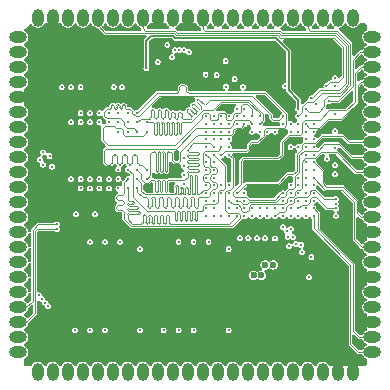
<source format=gbr>
%TF.GenerationSoftware,KiCad,Pcbnew,8.0.4*%
%TF.CreationDate,2024-10-13T16:20:41+07:00*%
%TF.ProjectId,siplex-som-s16,7369706c-6578-42d7-936f-6d2d7331362e,rev?*%
%TF.SameCoordinates,Original*%
%TF.FileFunction,Copper,L8,Bot*%
%TF.FilePolarity,Positive*%
%FSLAX46Y46*%
G04 Gerber Fmt 4.6, Leading zero omitted, Abs format (unit mm)*
G04 Created by KiCad (PCBNEW 8.0.4) date 2024-10-13 16:20:41*
%MOMM*%
%LPD*%
G01*
G04 APERTURE LIST*
%TA.AperFunction,ComponentPad*%
%ADD10O,1.500000X1.000000*%
%TD*%
%TA.AperFunction,ComponentPad*%
%ADD11O,1.000000X1.500000*%
%TD*%
%TA.AperFunction,ViaPad*%
%ADD12C,0.300000*%
%TD*%
%TA.AperFunction,ViaPad*%
%ADD13C,0.600000*%
%TD*%
%TA.AperFunction,Conductor*%
%ADD14C,0.100000*%
%TD*%
%TA.AperFunction,Conductor*%
%ADD15C,0.200000*%
%TD*%
G04 APERTURE END LIST*
D10*
%TO.P,J8,1,Pin_1*%
%TO.N,PB7*%
X125310800Y-84736800D03*
%TO.P,J8,2,Pin_2*%
%TO.N,PB8*%
X125310800Y-86006800D03*
%TO.P,J8,3,Pin_3*%
%TO.N,PB9*%
X125310800Y-87276800D03*
%TO.P,J8,4,Pin_4*%
%TO.N,PH4*%
X125310800Y-88546800D03*
%TO.P,J8,5,Pin_5*%
%TO.N,GND*%
X125310800Y-89816800D03*
%TO.P,J8,6,Pin_6*%
%TO.N,PC0*%
X125310800Y-91086800D03*
%TO.P,J8,7,Pin_7*%
%TO.N,PC1*%
X125310800Y-92356800D03*
%TO.P,J8,8,Pin_8*%
%TO.N,PC4*%
X125310800Y-93626800D03*
%TO.P,J8,9,Pin_9*%
%TO.N,PA0*%
X125310800Y-94896800D03*
%TO.P,J8,10,Pin_10*%
%TO.N,PA1*%
X125310800Y-96166800D03*
%TO.P,J8,11,Pin_11*%
%TO.N,PA4*%
X125310800Y-97436800D03*
%TO.P,J8,12,Pin_12*%
%TO.N,PA3*%
X125310800Y-98706800D03*
%TO.P,J8,13,Pin_13*%
%TO.N,PA7*%
X125310800Y-99976800D03*
%TO.P,J8,14,Pin_14*%
%TO.N,PA6*%
X125310800Y-101246800D03*
%TO.P,J8,15,Pin_15*%
%TO.N,PA5*%
X125310800Y-102516800D03*
%TO.P,J8,16,Pin_16*%
%TO.N,PB0*%
X125310800Y-103786800D03*
%TO.P,J8,17,Pin_17*%
%TO.N,PB1*%
X125310800Y-105056800D03*
%TO.P,J8,18,Pin_18*%
%TO.N,PC5*%
X125310800Y-106326800D03*
%TO.P,J8,19,Pin_19*%
%TO.N,PB12*%
X125310800Y-107596800D03*
%TO.P,J8,20,Pin_20*%
%TO.N,PB10*%
X125310800Y-108866800D03*
%TO.P,J8,21,Pin_21*%
%TO.N,PB13*%
X125310800Y-110136800D03*
%TO.P,J8,22,Pin_22*%
%TO.N,PB11*%
X125310800Y-111406800D03*
%TD*%
%TO.P,J5,1,Pin_1*%
%TO.N,/Castellated_holes/SWDIO*%
X155310800Y-111406800D03*
%TO.P,J5,2,Pin_2*%
%TO.N,/Castellated_holes/SWCLK*%
X155310800Y-110136800D03*
%TO.P,J5,3,Pin_3*%
%TO.N,GND*%
X155310800Y-108866800D03*
%TO.P,J5,4,Pin_4*%
%TO.N,/Castellated_holes/USB_DN*%
X155310800Y-107596800D03*
%TO.P,J5,5,Pin_5*%
%TO.N,/Castellated_holes/USB_DP*%
X155310800Y-106326800D03*
%TO.P,J5,6,Pin_6*%
%TO.N,GND*%
X155310800Y-105056800D03*
%TO.P,J5,7,Pin_7*%
%TO.N,/Castellated_holes/USB_VBUS_DET*%
X155310800Y-103786800D03*
%TO.P,J5,8,Pin_8*%
%TO.N,/Castellated_holes/SWO*%
X155310800Y-102516800D03*
%TO.P,J5,9,Pin_9*%
%TO.N,GND*%
X155310800Y-101246800D03*
%TO.P,J5,10,Pin_10*%
%TO.N,/Castellated_holes/LTDC_R0*%
X155310800Y-99976800D03*
%TO.P,J5,11,Pin_11*%
%TO.N,/Castellated_holes/LTDC_R1*%
X155310800Y-98706800D03*
%TO.P,J5,12,Pin_12*%
%TO.N,/Castellated_holes/LTDC_R2*%
X155310800Y-97436800D03*
%TO.P,J5,13,Pin_13*%
%TO.N,/Castellated_holes/LTDC_R3*%
X155310800Y-96166800D03*
%TO.P,J5,14,Pin_14*%
%TO.N,/Castellated_holes/LTDC_R4*%
X155310800Y-94896800D03*
%TO.P,J5,15,Pin_15*%
%TO.N,/Castellated_holes/LTDC_R5*%
X155310800Y-93626800D03*
%TO.P,J5,16,Pin_16*%
%TO.N,/Castellated_holes/LTDC_R6*%
X155310800Y-92356800D03*
%TO.P,J5,17,Pin_17*%
%TO.N,/Castellated_holes/LTDC_R7*%
X155310800Y-91086800D03*
%TO.P,J5,18,Pin_18*%
%TO.N,/Castellated_holes/LTDC_G0*%
X155310800Y-89816800D03*
%TO.P,J5,19,Pin_19*%
%TO.N,/Castellated_holes/LTDC_G1*%
X155310800Y-88546800D03*
%TO.P,J5,20,Pin_20*%
%TO.N,/Castellated_holes/LTDC_G2*%
X155310800Y-87276800D03*
%TO.P,J5,21,Pin_21*%
%TO.N,/Castellated_holes/LTDC_G3*%
X155310800Y-86006800D03*
%TO.P,J5,22,Pin_22*%
%TO.N,/Castellated_holes/LTDC_G4*%
X155310800Y-84736800D03*
%TD*%
D11*
%TO.P,J9,1,Pin_1*%
%TO.N,PB14*%
X126975800Y-113071800D03*
%TO.P,J9,2,Pin_2*%
%TO.N,PB15*%
X128245800Y-113071800D03*
%TO.P,J9,3,Pin_3*%
%TO.N,PH7*%
X129515800Y-113071800D03*
%TO.P,J9,4,Pin_4*%
%TO.N,PD13*%
X130785800Y-113071800D03*
%TO.P,J9,5,Pin_5*%
%TO.N,PC6*%
X132055800Y-113071800D03*
%TO.P,J9,6,Pin_6*%
%TO.N,PC7*%
X133325800Y-113071800D03*
%TO.P,J9,7,Pin_7*%
%TO.N,PC8*%
X134595800Y-113071800D03*
%TO.P,J9,8,Pin_8*%
%TO.N,PH14*%
X135865800Y-113071800D03*
%TO.P,J9,9,Pin_9*%
%TO.N,PD2*%
X137135800Y-113071800D03*
%TO.P,J9,10,Pin_10*%
%TO.N,PD3*%
X138405800Y-113071800D03*
%TO.P,J9,11,Pin_11*%
%TO.N,PD5*%
X139675800Y-113071800D03*
%TO.P,J9,12,Pin_12*%
%TO.N,PD6*%
X140945800Y-113071800D03*
%TO.P,J9,13,Pin_13*%
%TO.N,PD7*%
X142215800Y-113071800D03*
%TO.P,J9,14,Pin_14*%
%TO.N,PI3*%
X143485800Y-113071800D03*
%TO.P,J9,15,Pin_15*%
%TO.N,PA15*%
X144755800Y-113071800D03*
%TO.P,J9,16,Pin_16*%
%TO.N,PC12*%
X146025800Y-113071800D03*
%TO.P,J9,17,Pin_17*%
%TO.N,PG11*%
X147295800Y-113071800D03*
%TO.P,J9,18,Pin_18*%
%TO.N,PB4*%
X148565800Y-113071800D03*
%TO.P,J9,19,Pin_19*%
%TO.N,VIN*%
X149835800Y-113071800D03*
%TO.P,J9,20,Pin_20*%
%TO.N,+3V3*%
X151105800Y-113071800D03*
%TO.P,J9,21,Pin_21*%
%TO.N,GND*%
X152375800Y-113071800D03*
%TO.P,J9,22,Pin_22*%
X153645800Y-113071800D03*
%TD*%
%TO.P,J7,1,Pin_1*%
%TO.N,PB5*%
X126975800Y-83071800D03*
%TO.P,J7,2,Pin_2*%
%TO.N,GND*%
X128245800Y-83071800D03*
%TO.P,J7,3,Pin_3*%
%TO.N,VRTC*%
X129515800Y-83071800D03*
%TO.P,J7,4,Pin_4*%
%TO.N,/Castellated_holes/NRST*%
X130785800Y-83071800D03*
%TO.P,J7,5,Pin_5*%
%TO.N,/MCU/BOOT0*%
X132055800Y-83071800D03*
%TO.P,J7,6,Pin_6*%
%TO.N,/Castellated_holes/LTDC_DE*%
X133325800Y-83071800D03*
%TO.P,J7,7,Pin_7*%
%TO.N,/Castellated_holes/LTDC_VSYNC*%
X134595800Y-83071800D03*
%TO.P,J7,8,Pin_8*%
%TO.N,/Castellated_holes/LTDC_HSYNC*%
X135865800Y-83071800D03*
%TO.P,J7,9,Pin_9*%
%TO.N,GND*%
X137135800Y-83071800D03*
%TO.P,J7,10,Pin_10*%
%TO.N,/Castellated_holes/LTDC_CLK*%
X138405800Y-83071800D03*
%TO.P,J7,11,Pin_11*%
%TO.N,GND*%
X139675800Y-83071800D03*
%TO.P,J7,12,Pin_12*%
%TO.N,/Castellated_holes/LTDC_B7*%
X140945800Y-83071800D03*
%TO.P,J7,13,Pin_13*%
%TO.N,/Castellated_holes/LTDC_B6*%
X142215800Y-83071800D03*
%TO.P,J7,14,Pin_14*%
%TO.N,/Castellated_holes/LTDC_B5*%
X143485800Y-83071800D03*
%TO.P,J7,15,Pin_15*%
%TO.N,/Castellated_holes/LTDC_B4*%
X144755800Y-83071800D03*
%TO.P,J7,16,Pin_16*%
%TO.N,/Castellated_holes/LTDC_B3*%
X146025800Y-83071800D03*
%TO.P,J7,17,Pin_17*%
%TO.N,/Castellated_holes/LTDC_B2*%
X147295800Y-83071800D03*
%TO.P,J7,18,Pin_18*%
%TO.N,/Castellated_holes/LTDC_B1*%
X148565800Y-83071800D03*
%TO.P,J7,19,Pin_19*%
%TO.N,/Castellated_holes/LTDC_B0*%
X149835800Y-83071800D03*
%TO.P,J7,20,Pin_20*%
%TO.N,/Castellated_holes/LTDC_G7*%
X151105800Y-83071800D03*
%TO.P,J7,21,Pin_21*%
%TO.N,/Castellated_holes/LTDC_G6*%
X152375800Y-83071800D03*
%TO.P,J7,22,Pin_22*%
%TO.N,/Castellated_holes/LTDC_G5*%
X153645800Y-83071800D03*
%TD*%
D12*
%TO.N,Net-(C1-Pad1)*%
X147040600Y-101780400D03*
X139367200Y-97180400D03*
%TO.N,GND*%
X146420600Y-95991200D03*
X128994000Y-88300600D03*
X142849600Y-112395000D03*
D13*
X129133600Y-102260400D03*
X128854200Y-86969600D03*
D12*
X145120600Y-95991200D03*
X152120600Y-96956200D03*
D13*
X145706800Y-109586700D03*
D12*
X144470600Y-95341200D03*
X145120600Y-94041200D03*
X147878800Y-88239200D03*
X138710400Y-95666200D03*
X154635200Y-89179400D03*
X145770600Y-94691200D03*
X143170600Y-90791200D03*
D13*
X139522200Y-106804600D03*
D12*
X146420600Y-97941200D03*
X145389600Y-112395000D03*
X147070600Y-96641200D03*
X130149600Y-83769200D03*
X154635200Y-101879400D03*
X146420600Y-96641200D03*
X146420600Y-95341200D03*
X147929600Y-83769200D03*
X146227800Y-102377200D03*
D13*
X140522200Y-105804600D03*
D12*
X126009400Y-98069400D03*
X154635200Y-100609400D03*
X147070600Y-91441200D03*
X148370600Y-94691200D03*
D13*
X141071600Y-87071200D03*
D12*
X145770600Y-95341200D03*
X143170600Y-95991200D03*
X126009400Y-104419400D03*
X154635200Y-90449400D03*
X144470600Y-95991200D03*
X130149600Y-112395000D03*
X137769600Y-83769200D03*
X145516600Y-102377200D03*
X126009400Y-91719400D03*
X154635200Y-87909400D03*
X129794000Y-88300600D03*
X143170600Y-95341200D03*
D13*
X138522200Y-104804600D03*
X132029200Y-106804600D03*
D12*
X129794400Y-97541200D03*
X154635200Y-110769400D03*
D13*
X131029200Y-106804600D03*
D12*
X141579600Y-112395000D03*
D13*
X132029200Y-104804600D03*
D12*
X149199600Y-112395000D03*
X126009400Y-92989400D03*
D13*
X132334000Y-108432600D03*
D12*
X147111600Y-88879200D03*
X154635200Y-91719400D03*
D13*
X146801800Y-107924600D03*
X128346200Y-109931200D03*
D12*
X154635200Y-95529400D03*
X139039600Y-83769200D03*
X144470600Y-94691200D03*
X138710400Y-96367600D03*
X140233400Y-87912000D03*
X129794400Y-95941200D03*
X128879600Y-83769200D03*
X154635200Y-85369400D03*
D13*
X133029200Y-105804600D03*
D12*
X138710400Y-94945200D03*
X147070600Y-94691200D03*
X144470600Y-94041200D03*
X126009400Y-99339400D03*
D13*
X150251800Y-109586700D03*
D12*
X154609800Y-83743800D03*
D13*
X132029200Y-105804600D03*
D12*
X132994400Y-95941200D03*
X126009400Y-90449400D03*
X133959600Y-112395000D03*
X147070600Y-94041200D03*
X152120600Y-90637400D03*
X126009400Y-110769400D03*
X140309600Y-83769200D03*
X127609600Y-83769200D03*
X148615400Y-88873400D03*
X145120600Y-96641200D03*
D13*
X151257000Y-87401400D03*
D12*
X131419600Y-112395000D03*
D13*
X132054600Y-88646000D03*
D12*
X141579600Y-83769200D03*
X145389600Y-83769200D03*
X151739600Y-83769200D03*
X152120600Y-94904600D03*
X145770600Y-97941200D03*
X139039600Y-112395000D03*
X142520600Y-90791200D03*
X137769600Y-112395000D03*
X154635200Y-108229400D03*
X145770600Y-96641200D03*
X154635200Y-109499400D03*
X128879600Y-112395000D03*
D13*
X149580600Y-86360000D03*
X138522200Y-105804600D03*
D12*
X125984000Y-112395000D03*
X130133133Y-102048267D03*
X148370600Y-95991200D03*
X126009400Y-101879400D03*
D13*
X131029200Y-104804600D03*
D12*
X126009400Y-86639400D03*
X140309600Y-112395000D03*
X126009400Y-89179400D03*
X146420600Y-94691200D03*
X146659600Y-83769200D03*
X126009400Y-100609400D03*
X142925800Y-88275200D03*
X148370600Y-95341200D03*
X153009600Y-83769200D03*
X149199600Y-83769200D03*
X127609600Y-112395000D03*
X126009400Y-109499400D03*
X132689600Y-83769200D03*
X126009400Y-95529400D03*
X138745000Y-90791200D03*
D13*
X140522200Y-104804600D03*
D12*
X143820600Y-92741200D03*
X147040600Y-102740400D03*
X154609800Y-112395000D03*
X144470600Y-96641200D03*
X134112000Y-88300600D03*
X138407200Y-97180400D03*
D13*
X127381000Y-101549200D03*
D12*
X145770600Y-94041200D03*
X152120600Y-92059800D03*
X131419600Y-83769200D03*
X145120600Y-95341200D03*
X126314200Y-84074000D03*
D13*
X151485600Y-107264200D03*
D12*
X126009400Y-103149400D03*
D13*
X133029200Y-104804600D03*
D12*
X135631400Y-108914600D03*
X143124400Y-108914600D03*
X150469600Y-83769200D03*
X126009400Y-94259400D03*
X133394400Y-88300600D03*
D13*
X150952200Y-102692200D03*
X128320800Y-97713800D03*
D12*
X147929600Y-112395000D03*
X154635200Y-103149400D03*
D13*
X139522200Y-104804600D03*
D12*
X144094200Y-102377200D03*
X126009400Y-85369400D03*
X154635200Y-98069400D03*
X154635200Y-96799400D03*
X154635200Y-99339400D03*
X154635200Y-86639400D03*
X142113000Y-88897400D03*
D13*
X151968200Y-109524800D03*
D12*
X150901400Y-106047000D03*
X132194400Y-92741200D03*
X145120600Y-94691200D03*
X147070600Y-95991200D03*
X146659600Y-112395000D03*
X145770600Y-95991200D03*
X138745000Y-90068400D03*
X136194400Y-97541200D03*
X126009400Y-108229400D03*
X130194400Y-100370600D03*
D13*
X144348200Y-86664800D03*
D12*
X144795600Y-102377200D03*
X126009400Y-106959400D03*
X126009400Y-87909400D03*
X136499600Y-112395000D03*
X144119600Y-83769200D03*
X130594000Y-88300600D03*
X154635200Y-104419400D03*
X154635200Y-94259400D03*
X146420600Y-94041200D03*
X131394400Y-95941200D03*
X148370600Y-93391200D03*
X145071600Y-88879200D03*
X131794400Y-100370600D03*
X150655400Y-88873400D03*
X132689600Y-112395000D03*
X154635200Y-92989400D03*
X152120600Y-93482200D03*
X154635200Y-105689400D03*
X142849600Y-83769200D03*
D13*
X140522200Y-106804600D03*
D12*
X133959600Y-83769200D03*
X154635200Y-106959400D03*
X136499600Y-83769200D03*
X126009400Y-96799400D03*
X146420600Y-91441200D03*
X151409400Y-88209600D03*
X137617200Y-102054600D03*
X126009400Y-105689400D03*
D13*
X131029200Y-105804600D03*
D12*
X147070600Y-95341200D03*
D13*
X138522200Y-106804600D03*
X133029200Y-106804600D03*
D12*
X144339000Y-88279800D03*
D13*
X128041400Y-93522800D03*
X139522200Y-105804600D03*
X147701000Y-87172800D03*
D12*
X144119600Y-112395000D03*
X135229600Y-112395000D03*
X147070600Y-97941200D03*
X135229600Y-83769200D03*
X130594400Y-92741200D03*
%TO.N,/MCU/RSTn*%
X144339000Y-88925400D03*
%TO.N,+3V3*%
X147878800Y-88879200D03*
X143637000Y-88279800D03*
X133394400Y-88940600D03*
X152120600Y-91277400D03*
X146227800Y-101737200D03*
X141173200Y-87907000D03*
X134112000Y-88940600D03*
X137119400Y-86819500D03*
X152120600Y-92699800D03*
X128994000Y-88940600D03*
X131794400Y-99730600D03*
X130194400Y-99730600D03*
X139350400Y-96367600D03*
X135631400Y-102694600D03*
X142925800Y-88915200D03*
X152120600Y-94122200D03*
X143124400Y-109554600D03*
X142113000Y-87937400D03*
X130594000Y-88940600D03*
X139350400Y-95666200D03*
X152120600Y-95544600D03*
X152120600Y-88209600D03*
X144795600Y-101737200D03*
X152120600Y-96316200D03*
X145516600Y-101737200D03*
X149936200Y-105027000D03*
X129794000Y-88940600D03*
D13*
X145897600Y-104902000D03*
X145237200Y-104902000D03*
D12*
X144094200Y-101737200D03*
D13*
X146227800Y-104013000D03*
D12*
X143124400Y-102694600D03*
X139350400Y-94945200D03*
D13*
X146913600Y-104013000D03*
D12*
X135631400Y-109554600D03*
%TO.N,Net-(U1-PDR_ON)*%
X149020600Y-94041200D03*
X152120600Y-88849600D03*
%TO.N,/MCU/BOOT0*%
X151409400Y-88849600D03*
X148370600Y-94041200D03*
%TO.N,/Castellated_holes/LTDC_G5*%
X147720600Y-99241200D03*
X152196800Y-99852200D03*
%TO.N,/Castellated_holes/LTDC_G7*%
X152196800Y-99241200D03*
X149020600Y-99241200D03*
%TO.N,/Castellated_holes/LTDC_B1*%
X151434800Y-95021400D03*
X149670600Y-95341200D03*
%TO.N,/Castellated_holes/LTDC_R4*%
X143820600Y-98591200D03*
%TO.N,unconnected-(U1-PH6-PadM11)*%
X143170600Y-97291200D03*
%TO.N,/Castellated_holes/LTDC_R0*%
X150320600Y-95341200D03*
%TO.N,/Castellated_holes/LTDC_B4*%
X148370600Y-92741200D03*
%TO.N,/Castellated_holes/LTDC_G1*%
X149670600Y-92091200D03*
%TO.N,/Castellated_holes/LTDC_R3*%
X143170600Y-98591200D03*
%TO.N,/Castellated_holes/LTDC_G0*%
X149670600Y-91441200D03*
%TO.N,unconnected-(U1-PA10-PadD15)*%
X148370600Y-99891200D03*
%TO.N,/Castellated_holes/LTDC_R2*%
X149670600Y-99241200D03*
%TO.N,/Castellated_holes/LTDC_CLK*%
X145120600Y-99241200D03*
%TO.N,/Castellated_holes/LTDC_VSYNC*%
X148370600Y-92091200D03*
%TO.N,/Castellated_holes/LTDC_B2*%
X152196800Y-98841197D03*
X147070600Y-99241200D03*
%TO.N,/Castellated_holes/LTDC_G4*%
X148370600Y-98591200D03*
%TO.N,/Castellated_holes/LTDC_R1*%
X141870600Y-91441200D03*
%TO.N,/Castellated_holes/LTDC_R5*%
X143820600Y-97941200D03*
%TO.N,/Castellated_holes/LTDC_G2*%
X147720600Y-97941200D03*
%TO.N,/Castellated_holes/LTDC_R7*%
X145120600Y-99891200D03*
%TO.N,unconnected-(U1-PH8-PadM12)*%
X143170600Y-97941200D03*
%TO.N,/Castellated_holes/LTDC_B6*%
X149020600Y-92091200D03*
X150557833Y-90353632D03*
%TO.N,VBAT*%
X149020600Y-90791200D03*
X136169400Y-87325200D03*
%TO.N,/Castellated_holes/LTDC_G6*%
X148370600Y-99241200D03*
%TO.N,/Castellated_holes/LTDC_R6*%
X144470600Y-97941200D03*
%TO.N,/Castellated_holes/LTDC_B7*%
X149020600Y-91441200D03*
%TO.N,/Castellated_holes/LTDC_HSYNC*%
X147720600Y-92091200D03*
X150139400Y-89916000D03*
%TO.N,unconnected-(U1-PG3-PadK15)*%
X144470600Y-99891200D03*
%TO.N,/Castellated_holes/LTDC_B3*%
X152196800Y-98441194D03*
X147070600Y-99891200D03*
%TO.N,/Castellated_holes/LTDC_B0*%
X149670600Y-90791200D03*
%TO.N,/Castellated_holes/LTDC_DE*%
X143820600Y-90791200D03*
%TO.N,/Castellated_holes/LTDC_G3*%
X149670600Y-96641200D03*
X151586098Y-90161312D03*
%TO.N,/Castellated_holes/LTDC_B5*%
X149020600Y-92741200D03*
%TO.N,/MCU/SDRAM_A12*%
X143820600Y-99891200D03*
X134594400Y-97541200D03*
%TO.N,/MCU/SDRAM_A8*%
X135394400Y-97541200D03*
X141220600Y-94691200D03*
%TO.N,/MCU/SDRAM_DQ13*%
X141870600Y-99891200D03*
X130594400Y-96741200D03*
%TO.N,/MCU/SDRAM_CKE*%
X143170600Y-93391200D03*
X133794400Y-95941200D03*
%TO.N,/MCU/SDRAM_DQ6*%
X141870600Y-95991200D03*
X132194400Y-91941200D03*
%TO.N,/MCU/SDRAM_A5*%
X144470600Y-92091200D03*
X136194400Y-96741200D03*
%TO.N,/MCU/SDRAM_DQ0*%
X129794400Y-91941200D03*
X143170600Y-99241200D03*
%TO.N,/MCU/SDRAM_DQMH*%
X150320600Y-92091200D03*
X133794400Y-97541200D03*
%TO.N,/MCU/SDRAM_DQ14*%
X130594400Y-97541200D03*
X141870600Y-99241200D03*
%TO.N,/MCU/SDRAM_A7*%
X142520600Y-94041200D03*
X135394400Y-96741200D03*
%TO.N,/MCU/SDRAM_A2*%
X136194400Y-91941200D03*
X145770600Y-91441200D03*
%TO.N,/MCU/SDRAM_DQ12*%
X131394400Y-97541200D03*
X141220600Y-97291200D03*
%TO.N,/MCU/SDRAM_A6*%
X135394400Y-95941200D03*
X141870600Y-94041200D03*
%TO.N,/MCU/SDRAM_A9*%
X141870600Y-94691200D03*
X134594400Y-95941200D03*
%TO.N,/MCU/~{SDRAM_RAS}*%
X141220600Y-94041200D03*
X133794400Y-91941200D03*
%TO.N,/MCU/SDRAM_DQ7*%
X132994400Y-91141200D03*
X141220600Y-95991200D03*
%TO.N,/MCU/SDRAM_A1*%
X145770600Y-92091200D03*
X135394400Y-91941200D03*
%TO.N,/MCU/SDRAM_DQ3*%
X149020600Y-97941200D03*
X131394400Y-91141200D03*
%TO.N,/MCU/~{SDRAM_CAS}*%
X149670600Y-94691200D03*
X133794400Y-92741200D03*
%TO.N,/MCU/SDRAM_DQ15*%
X129794400Y-96741200D03*
X142520600Y-99891200D03*
%TO.N,/MCU/SDRAM_A11*%
X143170600Y-94691200D03*
X134594400Y-96741200D03*
%TO.N,/MCU/SDRAM_DQ5*%
X141870600Y-95341200D03*
X132194400Y-91141200D03*
%TO.N,/MCU/SDRAM_A10*%
X142520600Y-94691200D03*
X135394400Y-91141200D03*
%TO.N,/MCU/SDRAM_A0*%
X135394400Y-92741200D03*
X147720600Y-91441200D03*
%TO.N,/MCU/~{SDRAM_WE}*%
X145120600Y-92741200D03*
X133794400Y-91141200D03*
%TO.N,/MCU/SDRAM_DQML*%
X132994400Y-91941200D03*
X150320600Y-92741200D03*
%TO.N,/MCU/SDRAM_DQ4*%
X141220600Y-95341200D03*
X131394400Y-91941200D03*
%TO.N,/MCU/SDRAM_DQ9*%
X141220600Y-96641200D03*
X132194400Y-96741200D03*
%TO.N,/MCU/SDRAM_DQ8*%
X132994400Y-97541200D03*
X141870600Y-96641200D03*
%TO.N,/MCU/SDRAM_DQ10*%
X142520600Y-97291200D03*
X132194400Y-97541200D03*
%TO.N,/MCU/SDRAM_BA1*%
X144470600Y-98591200D03*
X134594400Y-91941200D03*
%TO.N,/MCU/SDRAM_A4*%
X145120600Y-92091200D03*
X136194400Y-95941200D03*
%TO.N,/MCU/SDRAM_DQ1*%
X143820600Y-99241200D03*
X130594400Y-91141200D03*
%TO.N,/MCU/SDRAM_CLK*%
X145770600Y-99241200D03*
X133794400Y-96741200D03*
%TO.N,/MCU/SDRAM_A3*%
X145120600Y-91441200D03*
X136194400Y-92741200D03*
%TO.N,/MCU/SDRAM_DQ2*%
X130594400Y-91941200D03*
X149670600Y-97941200D03*
%TO.N,/MCU/SDRAM_BA0*%
X134594400Y-92741200D03*
X144470600Y-99241200D03*
%TO.N,/MCU/~{SDRAM_CS}*%
X134594400Y-91141200D03*
X143170600Y-92741200D03*
%TO.N,unconnected-(U2-NC-PadE2)*%
X132994400Y-96741200D03*
%TO.N,/MCU/SDRAM_DQ11*%
X131394400Y-96741200D03*
X141870600Y-97291200D03*
%TO.N,/Castellated_holes/USB_DN*%
X149020600Y-99891200D03*
%TO.N,/Castellated_holes/USB_DP*%
X149670600Y-99891200D03*
%TO.N,/MCU/~{FLASH_BK1_CS}*%
X149670600Y-94041200D03*
X133934200Y-102054600D03*
%TO.N,/MCU/~{FLASH_BK2_CS}*%
X149670600Y-98591200D03*
X141427200Y-102054600D03*
%TO.N,/MCU/FLASH_BK1_IO1*%
X143820600Y-91441200D03*
X132664200Y-102054600D03*
%TO.N,/MCU/FLASH_BK1_IO0*%
X143820600Y-92091200D03*
X130124200Y-109554600D03*
%TO.N,/MCU/FLASH_BK2_IO1*%
X146420600Y-92741200D03*
X140157200Y-102054600D03*
%TO.N,/MCU/FLASH_BK1_IO2*%
X144470600Y-90791200D03*
X131394200Y-102054600D03*
%TO.N,/MCU/FLASH_CLK*%
X143170600Y-94041200D03*
X131394200Y-109554600D03*
X138887200Y-109554600D03*
%TO.N,/MCU/FLASH_BK1_IO3*%
X144470600Y-91441200D03*
X132664200Y-109554600D03*
%TO.N,/MCU/FLASH_BK2_IO3*%
X140157200Y-109554600D03*
X150320600Y-94691200D03*
%TO.N,/MCU/FLASH_BK2_IO2*%
X149020600Y-96641200D03*
X138887200Y-102054600D03*
%TO.N,/MCU/FLASH_BK2_IO0*%
X147070600Y-92741200D03*
X137617200Y-109554600D03*
%TO.N,PB7*%
X149670600Y-93391200D03*
%TO.N,PB5*%
X150320600Y-94041200D03*
%TO.N,PB8*%
X150320600Y-93391200D03*
%TO.N,PB9*%
X149670600Y-92741200D03*
%TO.N,/Castellated_holes/SWCLK*%
X150320600Y-99241200D03*
%TO.N,/Castellated_holes/SWO*%
X150320600Y-96641200D03*
%TO.N,/Castellated_holes/SWDIO*%
X150320600Y-99891200D03*
%TO.N,/Castellated_holes/USB_VBUS_DET*%
X147720600Y-99891200D03*
%TO.N,PH4*%
X142875800Y-86766400D03*
X145770600Y-92741200D03*
%TO.N,PC1*%
X143170600Y-92091200D03*
X139369800Y-85816802D03*
%TO.N,PC0*%
X143170600Y-91441200D03*
X139750800Y-86004400D03*
%TO.N,PC4*%
X142520600Y-93391200D03*
X137942827Y-85374000D03*
%TO.N,PC5*%
X141870600Y-93391200D03*
X128193800Y-95694642D03*
%TO.N,PA1*%
X142520600Y-91441200D03*
X138969797Y-85816802D03*
%TO.N,PA4*%
X138314054Y-86429390D03*
X142520600Y-92741200D03*
%TO.N,PA0*%
X138569992Y-85829390D03*
X142520600Y-92091200D03*
%TO.N,PA7*%
X141220600Y-92091200D03*
%TO.N,PA3*%
X141220600Y-91441200D03*
%TO.N,PA6*%
X127431800Y-94488000D03*
X141870600Y-92091200D03*
%TO.N,PA5*%
X127177800Y-95097600D03*
X141870600Y-92741200D03*
%TO.N,PB0*%
X127431800Y-95529400D03*
X141220600Y-93391200D03*
%TO.N,PB1*%
X127965200Y-94788000D03*
X141220600Y-92741200D03*
%TO.N,PB11*%
X141220600Y-98591200D03*
%TO.N,PB10*%
X141220600Y-97941200D03*
X128574800Y-100990400D03*
%TO.N,PB13*%
X141870600Y-98591200D03*
%TO.N,PB12*%
X141870600Y-97941200D03*
X128574800Y-100590397D03*
%TO.N,PB14*%
X127068200Y-106599000D03*
X141220600Y-99241200D03*
%TO.N,PB15*%
X141220600Y-99891200D03*
X127315903Y-106913078D03*
%TO.N,PD13*%
X143170600Y-99891200D03*
X127842670Y-107518357D03*
%TO.N,PH7*%
X127584200Y-107213078D03*
X142520600Y-97941200D03*
%TO.N,PC7*%
X146420600Y-99891200D03*
%TO.N,PC6*%
X145770600Y-99891200D03*
%TO.N,PC8*%
X146420600Y-99241200D03*
%TO.N,PH14*%
X147720600Y-98591200D03*
%TO.N,PC12*%
X149292795Y-102328553D03*
X150320600Y-97941200D03*
%TO.N,PI3*%
X149020600Y-98591200D03*
X148400302Y-100957000D03*
%TO.N,PD6*%
X148562967Y-101649167D03*
X149670600Y-97291200D03*
%TO.N,PD7*%
X148241700Y-102394700D03*
X150320600Y-97291200D03*
%TO.N,PD5*%
X148132800Y-101650800D03*
X149020600Y-97291200D03*
%TO.N,PA15*%
X150320600Y-98591200D03*
X148844000Y-102260400D03*
%TO.N,PB4*%
X150139400Y-103352600D03*
X150320600Y-95991200D03*
%TO.N,PD2*%
X148370600Y-97941200D03*
X147728590Y-100787200D03*
%TO.N,PG11*%
X149354400Y-102948600D03*
X149670600Y-95991200D03*
%TO.N,PD3*%
X148032052Y-101113184D03*
X148370600Y-97291200D03*
%TD*%
D14*
%TO.N,/MCU/BOOT0*%
X152081674Y-84782000D02*
X147484274Y-84782000D01*
X151409400Y-88849600D02*
X151709400Y-88549600D01*
X138496115Y-84375600D02*
X132686400Y-84375600D01*
X132686400Y-84375600D02*
X132055800Y-83745000D01*
X151709400Y-88549600D02*
X152374600Y-88549600D01*
X147277874Y-84575600D02*
X138696115Y-84575600D01*
X138696115Y-84575600D02*
X138496115Y-84375600D01*
X152845800Y-85546126D02*
X152081674Y-84782000D01*
X147484274Y-84782000D02*
X147277874Y-84575600D01*
X152845800Y-88078400D02*
X152845800Y-85546126D01*
X152374600Y-88549600D02*
X152845800Y-88078400D01*
X132055800Y-83745000D02*
X132055800Y-83071800D01*
%TO.N,/Castellated_holes/LTDC_G7*%
X150020600Y-98715465D02*
X149794865Y-98941200D01*
X150513600Y-98291200D02*
X150196335Y-98291200D01*
X152196800Y-99241200D02*
X151463600Y-99241200D01*
X149794865Y-98941200D02*
X149320600Y-98941200D01*
X150020600Y-98466935D02*
X150020600Y-98715465D01*
X151463600Y-99241200D02*
X150513600Y-98291200D01*
X149320600Y-98941200D02*
X149020600Y-99241200D01*
X150196335Y-98291200D02*
X150020600Y-98466935D01*
%TO.N,/Castellated_holes/LTDC_R4*%
X144170600Y-98715465D02*
X144346335Y-98891200D01*
X144346335Y-98891200D02*
X144644000Y-98891200D01*
X151231600Y-93802200D02*
X152476200Y-93802200D01*
X147180800Y-98691200D02*
X147580800Y-98291200D01*
X148020600Y-97866935D02*
X148275335Y-97612200D01*
X148720600Y-97456200D02*
X148720600Y-96516935D01*
X149120600Y-96116935D02*
X149120600Y-94697600D01*
X144170600Y-98704600D02*
X144170600Y-98715465D01*
X147860200Y-98291200D02*
X148020600Y-98130800D01*
X148720600Y-96516935D02*
X149120600Y-96116935D01*
X148275335Y-97612200D02*
X148564600Y-97612200D01*
X148564600Y-97612200D02*
X148720600Y-97456200D01*
X144644000Y-98891200D02*
X144844000Y-98691200D01*
X144057200Y-98591200D02*
X144170600Y-98704600D01*
X150692600Y-94341200D02*
X151231600Y-93802200D01*
X152476200Y-93802200D02*
X153570800Y-94896800D01*
X143820600Y-98591200D02*
X144057200Y-98591200D01*
X144844000Y-98691200D02*
X147180800Y-98691200D01*
X148020600Y-98130800D02*
X148020600Y-97866935D01*
X149477000Y-94341200D02*
X150692600Y-94341200D01*
X149120600Y-94697600D02*
X149477000Y-94341200D01*
X153570800Y-94896800D02*
X155310800Y-94896800D01*
X147580800Y-98291200D02*
X147860200Y-98291200D01*
%TO.N,/Castellated_holes/LTDC_R0*%
X150320600Y-95341200D02*
X151079200Y-96099800D01*
X153974800Y-98573958D02*
X153974800Y-99618800D01*
X151079200Y-96099800D02*
X151079200Y-97116958D01*
X151399042Y-97436800D02*
X152837642Y-97436800D01*
X152837642Y-97436800D02*
X153974800Y-98573958D01*
X151079200Y-97116958D02*
X151399042Y-97436800D01*
X154332800Y-99976800D02*
X155310800Y-99976800D01*
X153974800Y-99618800D02*
X154332800Y-99976800D01*
%TO.N,/Castellated_holes/LTDC_G1*%
X151536400Y-91643200D02*
X152679400Y-91643200D01*
X152679400Y-91643200D02*
X154047800Y-90274800D01*
X149970600Y-92391200D02*
X150788400Y-92391200D01*
X154047800Y-90274800D02*
X154047800Y-88801600D01*
X149670600Y-92091200D02*
X149970600Y-92391200D01*
X154302600Y-88546800D02*
X155310800Y-88546800D01*
X150788400Y-92391200D02*
X151536400Y-91643200D01*
X154047800Y-88801600D02*
X154302600Y-88546800D01*
%TO.N,/Castellated_holes/LTDC_R3*%
X150449000Y-94991200D02*
X150952200Y-94488000D01*
X148720600Y-98135200D02*
X148720600Y-97816935D01*
X153951800Y-96166800D02*
X155310800Y-96166800D01*
X144629000Y-99541200D02*
X144820600Y-99349600D01*
X144820600Y-99349600D02*
X144820600Y-99104600D01*
X148720600Y-97816935D02*
X148899935Y-97637600D01*
X148264935Y-98272600D02*
X148583200Y-98272600D01*
X143894865Y-98891200D02*
X144170600Y-99166935D01*
X147844400Y-98891200D02*
X148070600Y-98665000D01*
X150952200Y-94488000D02*
X152273000Y-94488000D01*
X149193600Y-97637600D02*
X149320600Y-97510600D01*
X144346800Y-99541200D02*
X144629000Y-99541200D01*
X148070600Y-98466935D02*
X148264935Y-98272600D01*
X144170600Y-99365000D02*
X144346800Y-99541200D01*
X144820600Y-99104600D02*
X145034000Y-98891200D01*
X144170600Y-99166935D02*
X144170600Y-99365000D01*
X152273000Y-94488000D02*
X153951800Y-96166800D01*
X149596335Y-94991200D02*
X150449000Y-94991200D01*
X148070600Y-98665000D02*
X148070600Y-98466935D01*
X143470600Y-98891200D02*
X143894865Y-98891200D01*
X148899935Y-97637600D02*
X149193600Y-97637600D01*
X148583200Y-98272600D02*
X148720600Y-98135200D01*
X145034000Y-98891200D02*
X147844400Y-98891200D01*
X143170600Y-98591200D02*
X143470600Y-98891200D01*
X149320600Y-97510600D02*
X149320600Y-95266935D01*
X149320600Y-95266935D02*
X149596335Y-94991200D01*
%TO.N,/Castellated_holes/LTDC_R5*%
X151041100Y-93116400D02*
X152781000Y-93116400D01*
X144632200Y-97129600D02*
X147319800Y-97129600D01*
X149488400Y-93691200D02*
X150466300Y-93691200D01*
X148108200Y-96341200D02*
X148613492Y-96341200D01*
X143820600Y-97941200D02*
X144632200Y-97129600D01*
X148920600Y-94614600D02*
X149352000Y-94183200D01*
X153291400Y-93626800D02*
X155310800Y-93626800D01*
X155155400Y-93782200D02*
X155310800Y-93626800D01*
X147319800Y-97129600D02*
X148108200Y-96341200D01*
X148920600Y-96034092D02*
X148920600Y-94614600D01*
X149352000Y-93827600D02*
X149488400Y-93691200D01*
X152781000Y-93116400D02*
X153291400Y-93626800D01*
X148613492Y-96341200D02*
X148920600Y-96034092D01*
X149352000Y-94183200D02*
X149352000Y-93827600D01*
X150466300Y-93691200D02*
X151041100Y-93116400D01*
%TO.N,/Castellated_holes/LTDC_G2*%
X153847800Y-87757000D02*
X154328000Y-87276800D01*
X144844865Y-98491200D02*
X144594865Y-98241200D01*
X144170600Y-95194200D02*
X144368800Y-94996000D01*
X147025200Y-98491200D02*
X144844865Y-98491200D01*
X147650200Y-93637335D02*
X148246335Y-93041200D01*
X148246335Y-93041200D02*
X149173200Y-93041200D01*
X149370600Y-92843800D02*
X149370600Y-91966935D01*
X151632600Y-90937400D02*
X153102358Y-90937400D01*
X143696335Y-98241200D02*
X143520600Y-98065465D01*
X147650200Y-94691200D02*
X147650200Y-93637335D01*
X149370600Y-91966935D02*
X149596335Y-91741200D01*
X144594865Y-98241200D02*
X143696335Y-98241200D01*
X147575200Y-97941200D02*
X147025200Y-98491200D01*
X143520600Y-97816935D02*
X144170600Y-97166935D01*
X149173200Y-93041200D02*
X149370600Y-92843800D01*
X149596335Y-91741200D02*
X150828800Y-91741200D01*
X143520600Y-98065465D02*
X143520600Y-97816935D01*
X150828800Y-91741200D02*
X151632600Y-90937400D01*
X147345400Y-94996000D02*
X147650200Y-94691200D01*
X144170600Y-97166935D02*
X144170600Y-95194200D01*
X154328000Y-87276800D02*
X155310800Y-87276800D01*
X147720600Y-97941200D02*
X147575200Y-97941200D01*
X153102358Y-90937400D02*
X153847800Y-90191958D01*
X153847800Y-90191958D02*
X153847800Y-87757000D01*
X144368800Y-94996000D02*
X147345400Y-94996000D01*
D15*
%TO.N,VBAT*%
X147157200Y-84825600D02*
X138592561Y-84825600D01*
X138592561Y-84825600D02*
X138392561Y-84625600D01*
X149020600Y-90791200D02*
X149020600Y-90016400D01*
X138392561Y-84625600D02*
X136583000Y-84625600D01*
X148228800Y-89224600D02*
X148228800Y-85897200D01*
X149020600Y-90016400D02*
X148228800Y-89224600D01*
X148228800Y-85897200D02*
X147157200Y-84825600D01*
X136169400Y-85039200D02*
X136169400Y-87325200D01*
X136583000Y-84625600D02*
X136169400Y-85039200D01*
D14*
%TO.N,/Castellated_holes/LTDC_B7*%
X152533884Y-89433400D02*
X152962243Y-89005042D01*
X140945800Y-84024400D02*
X140945800Y-83071800D01*
X149783800Y-90246200D02*
X150233465Y-90246200D01*
X153245800Y-85380442D02*
X152244158Y-84378800D01*
X152962243Y-89005042D02*
X153245800Y-88721485D01*
X149370600Y-91091200D02*
X149370600Y-90659400D01*
X147443558Y-84175600D02*
X141097000Y-84175600D01*
X153245800Y-88721485D02*
X153245800Y-85380442D01*
X149370600Y-90659400D02*
X149783800Y-90246200D01*
X150233465Y-90246200D02*
X151046264Y-89433400D01*
X152244158Y-84378800D02*
X147646758Y-84378800D01*
X141097000Y-84175600D02*
X140945800Y-84024400D01*
X149020600Y-91441200D02*
X149370600Y-91091200D01*
X147646758Y-84378800D02*
X147443558Y-84175600D01*
X151046264Y-89433400D02*
X152533884Y-89433400D01*
%TO.N,/Castellated_holes/LTDC_HSYNC*%
X153045800Y-85463284D02*
X152164516Y-84582000D01*
X147567116Y-84582000D02*
X147360716Y-84375600D01*
X150139400Y-89916000D02*
X150151026Y-89916000D01*
X135865800Y-83999000D02*
X135865800Y-83071800D01*
X136042400Y-84175600D02*
X135865800Y-83999000D01*
X147360716Y-84375600D02*
X138778958Y-84375600D01*
X138778958Y-84375600D02*
X138578958Y-84175600D01*
X152164516Y-84582000D02*
X147567116Y-84582000D01*
X138578958Y-84175600D02*
X136042400Y-84175600D01*
X153045800Y-88638642D02*
X153045800Y-85463284D01*
X150151026Y-89916000D02*
X150833626Y-89233400D01*
X152451042Y-89233400D02*
X153045800Y-88638642D01*
X150833626Y-89233400D02*
X152451042Y-89233400D01*
%TO.N,/Castellated_holes/LTDC_B3*%
X147070600Y-99891200D02*
X147420600Y-99541200D01*
X151244859Y-98441194D02*
X152196800Y-98441194D01*
X147420600Y-99541200D02*
X147844865Y-99541200D01*
X148670600Y-98715465D02*
X148670600Y-98468043D01*
X149794865Y-98241200D02*
X150012400Y-98023665D01*
X147844865Y-99541200D02*
X148020600Y-99365465D01*
X150441265Y-97637600D02*
X151244859Y-98441194D01*
X148020600Y-99116935D02*
X148246335Y-98891200D01*
X148670600Y-98468043D02*
X148897442Y-98241200D01*
X148020600Y-99365465D02*
X148020600Y-99116935D01*
X148246335Y-98891200D02*
X148494865Y-98891200D01*
X150012400Y-98023665D02*
X150012400Y-97790000D01*
X150012400Y-97790000D02*
X150164800Y-97637600D01*
X150164800Y-97637600D02*
X150441265Y-97637600D01*
X148494865Y-98891200D02*
X148670600Y-98715465D01*
X148897442Y-98241200D02*
X149794865Y-98241200D01*
%TO.N,/Castellated_holes/LTDC_B0*%
X149670600Y-90791200D02*
X149970600Y-91091200D01*
X152575544Y-89689656D02*
X153445800Y-88819400D01*
X153445800Y-88819400D02*
X153445800Y-85297600D01*
X151559544Y-89689656D02*
X152575544Y-89689656D01*
X151231600Y-90017600D02*
X151559544Y-89689656D01*
X150742200Y-91091200D02*
X151231600Y-90601800D01*
X149970600Y-91091200D02*
X150742200Y-91091200D01*
X150041000Y-84178800D02*
X149835800Y-83973600D01*
X151231600Y-90601800D02*
X151231600Y-90017600D01*
X152327000Y-84178800D02*
X150041000Y-84178800D01*
X149835800Y-83973600D02*
X149835800Y-83071800D01*
X153445800Y-85297600D02*
X152327000Y-84178800D01*
%TO.N,/Castellated_holes/LTDC_G3*%
X153645800Y-86638200D02*
X154277200Y-86006800D01*
X154277200Y-86006800D02*
X155310800Y-86006800D01*
X153645800Y-88902243D02*
X153645800Y-86638200D01*
X151586098Y-90161312D02*
X152386731Y-90161312D01*
X152386731Y-90161312D02*
X153645800Y-88902243D01*
%TO.N,/MCU/SDRAM_A12*%
X134678400Y-98619818D02*
X135010400Y-98619818D01*
X134975600Y-100533200D02*
X134594400Y-100152000D01*
X135094400Y-98703818D02*
X135094400Y-98745818D01*
X136102582Y-100433200D02*
X136102582Y-99879155D01*
X134594400Y-99753818D02*
X134594400Y-99795818D01*
X135852582Y-99879155D02*
X135852582Y-100433200D01*
X134678400Y-99039818D02*
X135410400Y-99039818D01*
X134594400Y-100152000D02*
X134594400Y-99970630D01*
X135478604Y-100533200D02*
X134975600Y-100533200D01*
X136352582Y-99929158D02*
X136352582Y-100433200D01*
X135752582Y-100533200D02*
X135702582Y-100533200D01*
X135010400Y-98829818D02*
X134678400Y-98829818D01*
X136252582Y-100533200D02*
X136202582Y-100533200D01*
X136002582Y-99779155D02*
X135952582Y-99779155D01*
X134594400Y-99333818D02*
X134594400Y-99375818D01*
X134594400Y-99795818D02*
X134594400Y-99970630D01*
X143820600Y-99891200D02*
X143178600Y-100533200D01*
X136502582Y-99829158D02*
X136452582Y-99829158D01*
X137852582Y-99929158D02*
X137852582Y-100433200D01*
X137752582Y-100533200D02*
X137702582Y-100533200D01*
X137252582Y-100533200D02*
X137202582Y-100533200D01*
X137602582Y-100433200D02*
X137602582Y-99929158D01*
X138002582Y-99829158D02*
X137952582Y-99829158D01*
X137502582Y-99829158D02*
X137452582Y-99829158D01*
X135494400Y-99123818D02*
X135494400Y-99165818D01*
X143178600Y-100533200D02*
X138202582Y-100533200D01*
X134594400Y-98913818D02*
X134594400Y-98955818D01*
X138102582Y-100433200D02*
X138102582Y-99929158D01*
X136852582Y-99929158D02*
X136852582Y-100433200D01*
X137102582Y-100433200D02*
X137102582Y-99929158D01*
X135594400Y-99543818D02*
X135594400Y-99585818D01*
X134594400Y-97541200D02*
X134594400Y-98535818D01*
X137352582Y-99929158D02*
X137352582Y-100433200D01*
X136602582Y-100433200D02*
X136602582Y-99929158D01*
X135410400Y-99249818D02*
X134678400Y-99249818D01*
X135702582Y-100533200D02*
X135478604Y-100533200D01*
X134678400Y-99459818D02*
X135510400Y-99459818D01*
X137002582Y-99829158D02*
X136952582Y-99829158D01*
X136752582Y-100533200D02*
X136702582Y-100533200D01*
X135510400Y-99669818D02*
X134678400Y-99669818D01*
X134594400Y-98955818D02*
G75*
G03*
X134678400Y-99039800I84000J18D01*
G01*
X134678400Y-99249818D02*
G75*
G03*
X134594418Y-99333818I0J-83982D01*
G01*
X135852582Y-100433200D02*
G75*
G02*
X135752582Y-100533182I-99982J0D01*
G01*
X136202582Y-100533200D02*
G75*
G02*
X136102600Y-100433200I18J100000D01*
G01*
X135594400Y-99585818D02*
G75*
G02*
X135510400Y-99669800I-84000J18D01*
G01*
X135510400Y-99459818D02*
G75*
G02*
X135594382Y-99543818I0J-83982D01*
G01*
X137102582Y-99929158D02*
G75*
G03*
X137002582Y-99829218I-99982J-42D01*
G01*
X137702582Y-100533200D02*
G75*
G02*
X137602600Y-100433200I18J100000D01*
G01*
X134594400Y-99375818D02*
G75*
G03*
X134678400Y-99459800I84000J18D01*
G01*
X137452582Y-99829158D02*
G75*
G03*
X137352558Y-99929158I18J-100042D01*
G01*
X137852582Y-100433200D02*
G75*
G02*
X137752582Y-100533182I-99982J0D01*
G01*
X136852582Y-100433200D02*
G75*
G02*
X136752582Y-100533182I-99982J0D01*
G01*
X134678400Y-99669818D02*
G75*
G03*
X134594418Y-99753818I0J-83982D01*
G01*
X135952582Y-99779155D02*
G75*
G03*
X135852555Y-99879155I18J-100045D01*
G01*
X136102582Y-99879155D02*
G75*
G03*
X136002582Y-99779218I-99982J-45D01*
G01*
X137952582Y-99829158D02*
G75*
G03*
X137852558Y-99929158I18J-100042D01*
G01*
X136602582Y-99929158D02*
G75*
G03*
X136502582Y-99829218I-99982J-42D01*
G01*
X134678400Y-98829818D02*
G75*
G03*
X134594418Y-98913818I0J-83982D01*
G01*
X136702582Y-100533200D02*
G75*
G02*
X136602600Y-100433200I18J100000D01*
G01*
X135010400Y-98619818D02*
G75*
G02*
X135094382Y-98703818I0J-83982D01*
G01*
X135494400Y-99165818D02*
G75*
G02*
X135410400Y-99249800I-84000J18D01*
G01*
X137602582Y-99929158D02*
G75*
G03*
X137502582Y-99829218I-99982J-42D01*
G01*
X136452582Y-99829158D02*
G75*
G03*
X136352558Y-99929158I18J-100042D01*
G01*
X138102582Y-99929158D02*
G75*
G03*
X138002582Y-99829218I-99982J-42D01*
G01*
X135410400Y-99039818D02*
G75*
G02*
X135494382Y-99123818I0J-83982D01*
G01*
X134594400Y-98535818D02*
G75*
G03*
X134678400Y-98619800I84000J18D01*
G01*
X137202582Y-100533200D02*
G75*
G02*
X137102600Y-100433200I18J100000D01*
G01*
X137352582Y-100433200D02*
G75*
G02*
X137252582Y-100533182I-99982J0D01*
G01*
X136352582Y-100433200D02*
G75*
G02*
X136252582Y-100533182I-99982J0D01*
G01*
X135094400Y-98745818D02*
G75*
G02*
X135010400Y-98829800I-84000J18D01*
G01*
X136952582Y-99829158D02*
G75*
G03*
X136852558Y-99929158I18J-100042D01*
G01*
X138202582Y-100533200D02*
G75*
G02*
X138102600Y-100433200I18J100000D01*
G01*
%TO.N,/MCU/SDRAM_A8*%
X142170600Y-97415465D02*
X141973865Y-97612200D01*
X142170600Y-97166935D02*
X142170600Y-97415465D01*
X136057487Y-98291200D02*
X135861558Y-98291200D01*
X140430056Y-99190942D02*
X140364056Y-99190942D01*
X139572056Y-99058948D02*
X139572056Y-98423200D01*
X138120056Y-98291200D02*
X138054056Y-98291200D01*
X138582056Y-98423200D02*
X138582056Y-99058948D01*
X141994865Y-96991200D02*
X142170600Y-97166935D01*
X141220600Y-94691200D02*
X141520600Y-94991200D01*
X138252056Y-99058948D02*
X138252056Y-98423200D01*
X141775335Y-97612200D02*
X141568954Y-97818581D01*
X141568954Y-98069400D02*
X141347154Y-98291200D01*
X140100056Y-98291200D02*
X140034056Y-98291200D01*
X141724800Y-96341200D02*
X141520600Y-96545400D01*
X136140056Y-98291200D02*
X136074056Y-98291200D01*
X142170600Y-95866935D02*
X142170600Y-96165465D01*
X137130056Y-99190951D02*
X137064056Y-99190951D01*
X139770056Y-99190948D02*
X139704056Y-99190948D01*
X138450056Y-99190948D02*
X138384056Y-99190948D01*
X137922056Y-98423200D02*
X137922056Y-99058949D01*
X138912056Y-99058948D02*
X138912056Y-98423200D01*
X140232056Y-99058942D02*
X140232056Y-98423200D01*
X141994865Y-95691200D02*
X142170600Y-95866935D01*
X141520600Y-94991200D02*
X141520600Y-95572000D01*
X141347154Y-98291200D02*
X140694056Y-98291200D01*
X141568954Y-97818581D02*
X141568954Y-98069400D01*
X136932056Y-99058951D02*
X136932056Y-98423200D01*
X136272056Y-99058948D02*
X136272056Y-98423200D01*
X136074056Y-98291200D02*
X136057487Y-98291200D01*
X136602056Y-98423200D02*
X136602056Y-99058948D01*
X137460056Y-98291200D02*
X137394056Y-98291200D01*
X140562056Y-98423200D02*
X140562056Y-99058942D01*
X141520600Y-95572000D02*
X141639800Y-95691200D01*
X139902056Y-98423200D02*
X139902056Y-99058948D01*
X136800056Y-98291200D02*
X136734056Y-98291200D01*
X137262056Y-98423200D02*
X137262056Y-99058951D01*
X141520600Y-96545400D02*
X141520600Y-96715465D01*
X135394400Y-97824042D02*
X135394400Y-97541200D01*
X141639800Y-95691200D02*
X141994865Y-95691200D01*
X139242056Y-98423200D02*
X139242056Y-99058948D01*
X141520600Y-96715465D02*
X141796335Y-96991200D01*
X137790056Y-99190949D02*
X137724056Y-99190949D01*
X139110056Y-99190948D02*
X139044056Y-99190948D01*
X138780056Y-98291200D02*
X138714056Y-98291200D01*
X136470056Y-99190948D02*
X136404056Y-99190948D01*
X135861558Y-98291200D02*
X135394400Y-97824042D01*
X141796335Y-96991200D02*
X141994865Y-96991200D01*
X141994865Y-96341200D02*
X141724800Y-96341200D01*
X142170600Y-96165465D02*
X141994865Y-96341200D01*
X141973865Y-97612200D02*
X141775335Y-97612200D01*
X137592056Y-99058949D02*
X137592056Y-98423200D01*
X139440056Y-98291200D02*
X139374056Y-98291200D01*
X136404056Y-99190948D02*
G75*
G02*
X136272052Y-99058948I44J132048D01*
G01*
X136602056Y-99058948D02*
G75*
G02*
X136470056Y-99190856I-131956J48D01*
G01*
X140694056Y-98291200D02*
G75*
G03*
X140562100Y-98423200I44J-132000D01*
G01*
X136932056Y-98423200D02*
G75*
G03*
X136800056Y-98291244I-131956J0D01*
G01*
X139374056Y-98291200D02*
G75*
G03*
X139242100Y-98423200I44J-132000D01*
G01*
X139242056Y-99058948D02*
G75*
G02*
X139110056Y-99190856I-131956J48D01*
G01*
X140034056Y-98291200D02*
G75*
G03*
X139902100Y-98423200I44J-132000D01*
G01*
X138582056Y-99058948D02*
G75*
G02*
X138450056Y-99190856I-131956J48D01*
G01*
X139902056Y-99058948D02*
G75*
G02*
X139770056Y-99190856I-131956J48D01*
G01*
X139704056Y-99190948D02*
G75*
G02*
X139572052Y-99058948I44J132048D01*
G01*
X138714056Y-98291200D02*
G75*
G03*
X138582100Y-98423200I44J-132000D01*
G01*
X136272056Y-98423200D02*
G75*
G03*
X136140056Y-98291244I-131956J0D01*
G01*
X140562056Y-99058942D02*
G75*
G02*
X140430056Y-99190856I-131956J42D01*
G01*
X139572056Y-98423200D02*
G75*
G03*
X139440056Y-98291244I-131956J0D01*
G01*
X136734056Y-98291200D02*
G75*
G03*
X136602100Y-98423200I44J-132000D01*
G01*
X140364056Y-99190942D02*
G75*
G02*
X140232058Y-99058942I44J132042D01*
G01*
X137064056Y-99190951D02*
G75*
G02*
X136932149Y-99058951I44J131951D01*
G01*
X138054056Y-98291200D02*
G75*
G03*
X137922100Y-98423200I44J-132000D01*
G01*
X137724056Y-99190949D02*
G75*
G02*
X137592051Y-99058949I44J132049D01*
G01*
X137922056Y-99058949D02*
G75*
G02*
X137790056Y-99190856I-131956J49D01*
G01*
X139044056Y-99190948D02*
G75*
G02*
X138912052Y-99058948I44J132048D01*
G01*
X137592056Y-98423200D02*
G75*
G03*
X137460056Y-98291244I-131956J0D01*
G01*
X140232056Y-98423200D02*
G75*
G03*
X140100056Y-98291244I-131956J0D01*
G01*
X137394056Y-98291200D02*
G75*
G03*
X137262100Y-98423200I44J-132000D01*
G01*
X138912056Y-98423200D02*
G75*
G03*
X138780056Y-98291244I-131956J0D01*
G01*
X137262056Y-99058951D02*
G75*
G02*
X137130056Y-99190956I-131956J-49D01*
G01*
X138252056Y-98423200D02*
G75*
G03*
X138120056Y-98291244I-131956J0D01*
G01*
X138384056Y-99190948D02*
G75*
G02*
X138252052Y-99058948I44J132048D01*
G01*
%TO.N,/MCU/SDRAM_A5*%
X139050400Y-95188400D02*
X139050400Y-94487135D01*
X136943600Y-96067718D02*
X136943600Y-94517200D01*
X137343600Y-96067693D02*
X137343600Y-94517200D01*
X138226800Y-94437200D02*
X138328400Y-94538800D01*
X136652000Y-94437200D02*
X136499600Y-94589600D01*
X144170600Y-92391200D02*
X144470600Y-92091200D01*
X143510000Y-92627535D02*
X143746335Y-92391200D01*
X137263600Y-94437200D02*
X137223600Y-94437200D01*
X140496336Y-93041200D02*
X143294865Y-93041200D01*
X136863600Y-94437200D02*
X136823600Y-94437200D01*
X136499600Y-94589600D02*
X136499600Y-96436000D01*
X137663600Y-94437200D02*
X137623600Y-94437200D01*
X138328400Y-95108465D02*
X138586135Y-95366200D01*
X143510000Y-92826065D02*
X143510000Y-92627535D01*
X137863600Y-96147718D02*
X137823600Y-96147718D01*
X137543600Y-94517200D02*
X137543600Y-96067693D01*
X143294865Y-93041200D02*
X143510000Y-92826065D01*
X138328400Y-94538800D02*
X138328400Y-95108465D01*
X137743600Y-96067718D02*
X137743600Y-94517200D01*
X138023600Y-94437200D02*
X138226800Y-94437200D01*
X138586135Y-95366200D02*
X138872600Y-95366200D01*
X136823600Y-94437200D02*
X136699462Y-94437200D01*
X138872600Y-95366200D02*
X139050400Y-95188400D01*
X136699462Y-94437200D02*
X136652000Y-94437200D01*
X136499600Y-96436000D02*
X136194400Y-96741200D01*
X143746335Y-92391200D02*
X144170600Y-92391200D01*
X140314568Y-93222968D02*
X140496336Y-93041200D01*
X139050400Y-94487135D02*
X140314568Y-93222968D01*
X137143600Y-94517200D02*
X137143600Y-96067718D01*
X137463600Y-96147693D02*
X137423600Y-96147693D01*
X137943600Y-94517200D02*
X137943600Y-96067718D01*
X137063600Y-96147718D02*
X137023600Y-96147718D01*
X137023600Y-96147718D02*
G75*
G02*
X136943582Y-96067718I0J80018D01*
G01*
X137943600Y-96067718D02*
G75*
G02*
X137863600Y-96147700I-80000J18D01*
G01*
X137623600Y-94437200D02*
G75*
G03*
X137543600Y-94517200I0J-80000D01*
G01*
X138023600Y-94437200D02*
G75*
G03*
X137943600Y-94517200I0J-80000D01*
G01*
X136943600Y-94517200D02*
G75*
G03*
X136863600Y-94437200I-80000J0D01*
G01*
X137543600Y-96067693D02*
G75*
G02*
X137463600Y-96147700I-80000J-7D01*
G01*
X137423600Y-96147693D02*
G75*
G02*
X137343607Y-96067693I0J79993D01*
G01*
X137743600Y-94517200D02*
G75*
G03*
X137663600Y-94437200I-80000J0D01*
G01*
X137823600Y-96147718D02*
G75*
G02*
X137743582Y-96067718I0J80018D01*
G01*
X137343600Y-94517200D02*
G75*
G03*
X137263600Y-94437200I-80000J0D01*
G01*
X137143600Y-96067718D02*
G75*
G02*
X137063600Y-96147700I-80000J18D01*
G01*
X137223600Y-94437200D02*
G75*
G03*
X137143600Y-94517200I0J-80000D01*
G01*
%TO.N,/MCU/SDRAM_A7*%
X140258200Y-96494626D02*
X140258200Y-97975777D01*
X141520600Y-97442600D02*
X141322000Y-97641200D01*
X142520600Y-94041200D02*
X142220600Y-94341200D01*
X139778200Y-98055777D02*
X139738200Y-98055777D01*
X139178200Y-97464646D02*
X139138200Y-97464646D01*
X135737600Y-97084400D02*
X135394400Y-96741200D01*
X138978200Y-98055777D02*
X138938200Y-98055777D01*
X139578200Y-97464646D02*
X139538200Y-97464646D01*
X141344865Y-96991200D02*
X141520600Y-97166935D01*
X141096335Y-96991200D02*
X141344865Y-96991200D01*
X140378200Y-96414626D02*
X140338200Y-96414626D01*
X141344865Y-96341200D02*
X141096335Y-96341200D01*
X142220600Y-94341200D02*
X141146335Y-94341200D01*
X140653423Y-98055777D02*
X140538200Y-98055777D01*
X141096335Y-95691200D02*
X141344865Y-95691200D01*
X141344865Y-95691200D02*
X141520600Y-95866935D01*
X139058200Y-97544646D02*
X139058200Y-97975777D01*
X141146335Y-94341200D02*
X140920600Y-94566935D01*
X138578200Y-98055777D02*
X138538200Y-98055777D01*
X138778200Y-97314645D02*
X138738200Y-97314645D01*
X140178200Y-98055777D02*
X140138200Y-98055777D01*
X141520600Y-95866935D02*
X141520600Y-96165465D01*
X141096335Y-96341200D02*
X140919200Y-96518335D01*
X136054177Y-98055777D02*
X135737600Y-97739200D01*
X141068000Y-97641200D02*
X140653423Y-98055777D01*
X139258200Y-97975777D02*
X139258200Y-97544646D01*
X139658200Y-97975777D02*
X139658200Y-97544646D01*
X140920600Y-94566935D02*
X140920600Y-95515465D01*
X141520600Y-96165465D02*
X141344865Y-96341200D01*
X138658200Y-97394645D02*
X138658200Y-97975777D01*
X135737600Y-97739200D02*
X135737600Y-97084400D01*
X138858200Y-97975777D02*
X138858200Y-97394645D01*
X141322000Y-97641200D02*
X141068000Y-97641200D01*
X138099800Y-98055777D02*
X136054177Y-98055777D01*
X139458200Y-97544646D02*
X139458200Y-97975777D01*
X140458200Y-97975777D02*
X140458200Y-96494626D01*
X138538200Y-98055777D02*
X138099800Y-98055777D01*
X141520600Y-97166935D02*
X141520600Y-97442600D01*
X140919200Y-96814065D02*
X141096335Y-96991200D01*
X139858200Y-96494626D02*
X139858200Y-97975777D01*
X140920600Y-95515465D02*
X141096335Y-95691200D01*
X139978200Y-96414626D02*
X139938200Y-96414626D01*
X140058200Y-97975777D02*
X140058200Y-96494626D01*
X139378200Y-98055777D02*
X139338200Y-98055777D01*
X140919200Y-96518335D02*
X140919200Y-96814065D01*
X138658200Y-97975777D02*
G75*
G02*
X138578200Y-98055800I-80000J-23D01*
G01*
X139938200Y-96414626D02*
G75*
G03*
X139858226Y-96494626I0J-79974D01*
G01*
X139338200Y-98055777D02*
G75*
G02*
X139258223Y-97975777I0J79977D01*
G01*
X140138200Y-98055777D02*
G75*
G02*
X140058223Y-97975777I0J79977D01*
G01*
X138938200Y-98055777D02*
G75*
G02*
X138858223Y-97975777I0J79977D01*
G01*
X140058200Y-96494626D02*
G75*
G03*
X139978200Y-96414600I-80000J26D01*
G01*
X140258200Y-97975777D02*
G75*
G02*
X140178200Y-98055800I-80000J-23D01*
G01*
X139138200Y-97464646D02*
G75*
G03*
X139058246Y-97544646I0J-79954D01*
G01*
X139538200Y-97464646D02*
G75*
G03*
X139458246Y-97544646I0J-79954D01*
G01*
X139458200Y-97975777D02*
G75*
G02*
X139378200Y-98055800I-80000J-23D01*
G01*
X139658200Y-97544646D02*
G75*
G03*
X139578200Y-97464600I-80000J46D01*
G01*
X140538200Y-98055777D02*
G75*
G02*
X140458223Y-97975777I0J79977D01*
G01*
X138738200Y-97314645D02*
G75*
G03*
X138658245Y-97394645I0J-79955D01*
G01*
X138858200Y-97394645D02*
G75*
G03*
X138778200Y-97314600I-80000J45D01*
G01*
X140338200Y-96414626D02*
G75*
G03*
X140258226Y-96494626I0J-79974D01*
G01*
X139858200Y-97975777D02*
G75*
G02*
X139778200Y-98055800I-80000J-23D01*
G01*
X139058200Y-97975777D02*
G75*
G02*
X138978200Y-98055800I-80000J-23D01*
G01*
X139258200Y-97544646D02*
G75*
G03*
X139178200Y-97464600I-80000J46D01*
G01*
X139738200Y-98055777D02*
G75*
G02*
X139658223Y-97975777I0J79977D01*
G01*
X140458200Y-96494626D02*
G75*
G03*
X140378200Y-96414600I-80000J26D01*
G01*
%TO.N,/MCU/SDRAM_A2*%
X136953419Y-93026682D02*
X136911419Y-93026682D01*
X137793419Y-93026682D02*
X137751419Y-93026682D01*
X144799000Y-90214400D02*
X142494000Y-90214400D01*
X140970000Y-90906600D02*
X139935400Y-91941200D01*
X141801800Y-90906600D02*
X140970000Y-90906600D01*
X145770600Y-91441200D02*
X145770600Y-91186000D01*
X138717419Y-92025200D02*
X138717419Y-92942682D01*
X136827419Y-92942682D02*
X136827419Y-92025200D01*
X137667419Y-92942682D02*
X137667419Y-92025200D01*
X138213419Y-93026666D02*
X138171419Y-93026666D01*
X136270600Y-91941200D02*
X136194400Y-91941200D01*
X145770600Y-91186000D02*
X144799000Y-90214400D01*
X137457419Y-92025200D02*
X137457419Y-92942682D01*
X137037419Y-92025200D02*
X137037419Y-92942682D01*
X138843419Y-91941200D02*
X138801419Y-91941200D01*
X138507419Y-92942682D02*
X138507419Y-92025200D01*
X138297419Y-92025200D02*
X138297419Y-92942666D01*
X137163419Y-91941200D02*
X137121419Y-91941200D01*
X139053419Y-92926693D02*
X139011419Y-92926693D01*
X137583419Y-91941200D02*
X137541419Y-91941200D01*
X136701419Y-91941200D02*
X136270600Y-91941200D01*
X138003419Y-91941200D02*
X137961419Y-91941200D01*
X137877419Y-92025200D02*
X137877419Y-92942682D01*
X142494000Y-90214400D02*
X141801800Y-90906600D01*
X136743419Y-91941200D02*
X136701419Y-91941200D01*
X139935400Y-91941200D02*
X139221419Y-91941200D01*
X137373419Y-93026682D02*
X137331419Y-93026682D01*
X139137419Y-92025200D02*
X139137419Y-92842693D01*
X138633419Y-93026682D02*
X138591419Y-93026682D01*
X138423419Y-91941200D02*
X138381419Y-91941200D01*
X138087419Y-92942666D02*
X138087419Y-92025200D01*
X138927419Y-92842693D02*
X138927419Y-92025200D01*
X137247419Y-92942682D02*
X137247419Y-92025200D01*
X137121419Y-91941200D02*
G75*
G03*
X137037400Y-92025200I-19J-84000D01*
G01*
X136827419Y-92025200D02*
G75*
G03*
X136743419Y-91941181I-84019J0D01*
G01*
X137331419Y-93026682D02*
G75*
G02*
X137247418Y-92942682I-19J83982D01*
G01*
X138171419Y-93026666D02*
G75*
G02*
X138087434Y-92942666I-19J83966D01*
G01*
X138927419Y-92025200D02*
G75*
G03*
X138843419Y-91941181I-84019J0D01*
G01*
X139137419Y-92842693D02*
G75*
G02*
X139053419Y-92926719I-84019J-7D01*
G01*
X138591419Y-93026682D02*
G75*
G02*
X138507418Y-92942682I-19J83982D01*
G01*
X137457419Y-92942682D02*
G75*
G02*
X137373419Y-93026719I-84019J-18D01*
G01*
X138801419Y-91941200D02*
G75*
G03*
X138717400Y-92025200I-19J-84000D01*
G01*
X138507419Y-92025200D02*
G75*
G03*
X138423419Y-91941181I-84019J0D01*
G01*
X137961419Y-91941200D02*
G75*
G03*
X137877400Y-92025200I-19J-84000D01*
G01*
X137037419Y-92942682D02*
G75*
G02*
X136953419Y-93026719I-84019J-18D01*
G01*
X138297419Y-92942666D02*
G75*
G02*
X138213419Y-93026719I-84019J-34D01*
G01*
X137751419Y-93026682D02*
G75*
G02*
X137667418Y-92942682I-19J83982D01*
G01*
X136911419Y-93026682D02*
G75*
G02*
X136827418Y-92942682I-19J83982D01*
G01*
X138087419Y-92025200D02*
G75*
G03*
X138003419Y-91941181I-84019J0D01*
G01*
X137541419Y-91941200D02*
G75*
G03*
X137457400Y-92025200I-19J-84000D01*
G01*
X138717419Y-92942682D02*
G75*
G02*
X138633419Y-93026719I-84019J-18D01*
G01*
X139011419Y-92926693D02*
G75*
G02*
X138927407Y-92842693I-19J83993D01*
G01*
X137667419Y-92025200D02*
G75*
G03*
X137583419Y-91941181I-84019J0D01*
G01*
X138381419Y-91941200D02*
G75*
G03*
X138297400Y-92025200I-19J-84000D01*
G01*
X137247419Y-92025200D02*
G75*
G03*
X137163419Y-91941181I-84019J0D01*
G01*
X137877419Y-92942682D02*
G75*
G02*
X137793419Y-93026719I-84019J-18D01*
G01*
X139221419Y-91941200D02*
G75*
G03*
X139137400Y-92025200I-19J-84000D01*
G01*
%TO.N,/MCU/SDRAM_A6*%
X139344400Y-96850200D02*
X138033369Y-96850200D01*
X140544939Y-95657000D02*
X139746400Y-95657000D01*
X137739369Y-97766200D02*
X137739369Y-96934200D01*
X139650400Y-96544200D02*
X139344400Y-96850200D01*
X136773369Y-96850200D02*
X136766837Y-96850200D01*
X139650400Y-95273000D02*
X139650400Y-95321000D01*
X140544927Y-94697000D02*
X139746400Y-94697000D01*
X136525000Y-96850200D02*
X136321800Y-97053400D01*
X135737600Y-96284400D02*
X135394400Y-95941200D01*
X139746400Y-95897000D02*
X140544939Y-95897000D01*
X141555400Y-93726000D02*
X140106400Y-93726000D01*
X139650400Y-94182000D02*
X139650400Y-94361000D01*
X136082335Y-97053400D02*
X135737600Y-96708665D01*
X137235369Y-96850200D02*
X137193369Y-96850200D01*
X139650400Y-96291400D02*
X139650400Y-96544200D01*
X139650400Y-95753000D02*
X139650400Y-95801000D01*
X140106400Y-93726000D02*
X139650400Y-94182000D01*
X137025369Y-97850200D02*
X136983369Y-97850200D01*
X139650400Y-96281000D02*
X139650400Y-96291400D01*
X139650400Y-96233000D02*
X139650400Y-96281000D01*
X137445369Y-97850200D02*
X137403369Y-97850200D01*
X137109369Y-96934200D02*
X137109369Y-97766200D01*
X137865369Y-97850200D02*
X137823369Y-97850200D01*
X136815369Y-96850200D02*
X136773369Y-96850200D01*
X137319369Y-97766200D02*
X137319369Y-96934200D01*
X139746400Y-94937000D02*
X140544939Y-94937000D01*
X137949369Y-96934200D02*
X137949369Y-97766200D01*
X139746400Y-95417000D02*
X140544939Y-95417000D01*
X139650400Y-94793000D02*
X139650400Y-94841000D01*
X137655369Y-96850200D02*
X137613369Y-96850200D01*
X140544939Y-95177000D02*
X139746400Y-95177000D01*
X136899369Y-97766200D02*
X136899369Y-96934200D01*
X136321800Y-97053400D02*
X136082335Y-97053400D01*
X139746400Y-94457000D02*
X140544927Y-94457000D01*
X140640939Y-95033000D02*
X140640939Y-95081000D01*
X141870600Y-94041200D02*
X141555400Y-93726000D01*
X140640927Y-94553000D02*
X140640927Y-94601000D01*
X137529369Y-96934200D02*
X137529369Y-97766200D01*
X140640939Y-95993000D02*
X140640939Y-96041000D01*
X140640939Y-95513000D02*
X140640939Y-95561000D01*
X140544939Y-96137000D02*
X139746400Y-96137000D01*
X135737600Y-96708665D02*
X135737600Y-96284400D01*
X136766837Y-96850200D02*
X136525000Y-96850200D01*
X137193369Y-96850200D02*
G75*
G03*
X137109400Y-96934200I31J-84000D01*
G01*
X137319369Y-96934200D02*
G75*
G03*
X137235369Y-96850231I-83969J0D01*
G01*
X140544939Y-95897000D02*
G75*
G02*
X140640900Y-95993000I-39J-96000D01*
G01*
X137403369Y-97850200D02*
G75*
G02*
X137319400Y-97766200I31J84000D01*
G01*
X137613369Y-96850200D02*
G75*
G03*
X137529400Y-96934200I31J-84000D01*
G01*
X140544927Y-94457000D02*
G75*
G02*
X140640900Y-94553000I-27J-96000D01*
G01*
X137823369Y-97850200D02*
G75*
G02*
X137739400Y-97766200I31J84000D01*
G01*
X136983369Y-97850200D02*
G75*
G02*
X136899400Y-97766200I31J84000D01*
G01*
X140640939Y-96041000D02*
G75*
G02*
X140544939Y-96137039I-96039J0D01*
G01*
X139746400Y-95657000D02*
G75*
G03*
X139650400Y-95753000I0J-96000D01*
G01*
X137739369Y-96934200D02*
G75*
G03*
X137655369Y-96850231I-83969J0D01*
G01*
X137109369Y-97766200D02*
G75*
G02*
X137025369Y-97850169I-83969J0D01*
G01*
X137949369Y-97766200D02*
G75*
G02*
X137865369Y-97850169I-83969J0D01*
G01*
X140640939Y-95561000D02*
G75*
G02*
X140544939Y-95657039I-96039J0D01*
G01*
X136899369Y-96934200D02*
G75*
G03*
X136815369Y-96850231I-83969J0D01*
G01*
X140640927Y-94601000D02*
G75*
G02*
X140544927Y-94697027I-96027J0D01*
G01*
X139746400Y-94697000D02*
G75*
G03*
X139650400Y-94793000I0J-96000D01*
G01*
X140544939Y-95417000D02*
G75*
G02*
X140640900Y-95513000I-39J-96000D01*
G01*
X138033369Y-96850200D02*
G75*
G03*
X137949400Y-96934200I31J-84000D01*
G01*
X139746400Y-96137000D02*
G75*
G03*
X139650400Y-96233000I0J-96000D01*
G01*
X139746400Y-95177000D02*
G75*
G03*
X139650400Y-95273000I0J-96000D01*
G01*
X137529369Y-97766200D02*
G75*
G02*
X137445369Y-97850169I-83969J0D01*
G01*
X139650400Y-94841000D02*
G75*
G03*
X139746400Y-94937000I96000J0D01*
G01*
X139650400Y-95801000D02*
G75*
G03*
X139746400Y-95897000I96000J0D01*
G01*
X139650400Y-94361000D02*
G75*
G03*
X139746400Y-94457000I96000J0D01*
G01*
X139650400Y-95321000D02*
G75*
G03*
X139746400Y-95417000I96000J0D01*
G01*
X140544939Y-94937000D02*
G75*
G02*
X140640900Y-95033000I-39J-96000D01*
G01*
X140640939Y-95081000D02*
G75*
G02*
X140544939Y-95177039I-96039J0D01*
G01*
%TO.N,/MCU/SDRAM_A9*%
X139962342Y-100283262D02*
X139920342Y-100283262D01*
X138328400Y-99469842D02*
X136191358Y-99469842D01*
X139542342Y-100283262D02*
X139500342Y-100283262D01*
X139752342Y-99469842D02*
X139710342Y-99469842D01*
X142220600Y-97816935D02*
X142220600Y-98679000D01*
X139416342Y-100199262D02*
X139416342Y-99553842D01*
X138492342Y-99469842D02*
X138450342Y-99469842D01*
X138450342Y-99469842D02*
X138328400Y-99469842D01*
X138576342Y-100199282D02*
X138576342Y-99553842D01*
X138996342Y-100199262D02*
X138996342Y-99553842D01*
X139836342Y-100199262D02*
X139836342Y-99553842D01*
X140466342Y-99553842D02*
X140466342Y-100199262D01*
X142820600Y-95641200D02*
X142820600Y-97465465D01*
X142820600Y-97465465D02*
X142644865Y-97641200D01*
X140919200Y-99068335D02*
X140919200Y-99364800D01*
X140814158Y-99469842D02*
X140550342Y-99469842D01*
X136191358Y-99469842D02*
X135001000Y-98279484D01*
X140256342Y-100199262D02*
X140256342Y-99553842D01*
X142220600Y-98679000D02*
X142008400Y-98891200D01*
X139206342Y-99553842D02*
X139206342Y-100199262D01*
X138912342Y-99469842D02*
X138870342Y-99469842D01*
X142008400Y-98891200D02*
X141096335Y-98891200D01*
X138702342Y-100283282D02*
X138660342Y-100283282D01*
X140172342Y-99469842D02*
X140130342Y-99469842D01*
X140046342Y-99553842D02*
X140046342Y-100199262D01*
X142644865Y-97641200D02*
X142396335Y-97641200D01*
X140919200Y-99364800D02*
X140814158Y-99469842D01*
X139332342Y-99469842D02*
X139290342Y-99469842D01*
X141096335Y-98891200D02*
X140919200Y-99068335D01*
X138786342Y-99553842D02*
X138786342Y-100199282D01*
X140382342Y-100283262D02*
X140340342Y-100283262D01*
X141870600Y-94691200D02*
X142820600Y-95641200D01*
X135001000Y-96347800D02*
X134594400Y-95941200D01*
X139626342Y-99553842D02*
X139626342Y-100199262D01*
X139122342Y-100283262D02*
X139080342Y-100283262D01*
X135001000Y-98279484D02*
X135001000Y-96347800D01*
X142396335Y-97641200D02*
X142220600Y-97816935D01*
X139206342Y-100199262D02*
G75*
G02*
X139122342Y-100283342I-84042J-38D01*
G01*
X140256342Y-99553842D02*
G75*
G03*
X140172342Y-99469758I-84042J42D01*
G01*
X140046342Y-100199262D02*
G75*
G02*
X139962342Y-100283342I-84042J-38D01*
G01*
X139836342Y-99553842D02*
G75*
G03*
X139752342Y-99469758I-84042J42D01*
G01*
X139080342Y-100283262D02*
G75*
G02*
X138996338Y-100199262I-42J83962D01*
G01*
X140130342Y-99469842D02*
G75*
G03*
X140046342Y-99553842I-42J-83958D01*
G01*
X139626342Y-100199262D02*
G75*
G02*
X139542342Y-100283342I-84042J-38D01*
G01*
X139920342Y-100283262D02*
G75*
G02*
X139836338Y-100199262I-42J83962D01*
G01*
X139416342Y-99553842D02*
G75*
G03*
X139332342Y-99469758I-84042J42D01*
G01*
X138786342Y-100199282D02*
G75*
G02*
X138702342Y-100283342I-84042J-18D01*
G01*
X139290342Y-99469842D02*
G75*
G03*
X139206342Y-99553842I-42J-83958D01*
G01*
X140340342Y-100283262D02*
G75*
G02*
X140256338Y-100199262I-42J83962D01*
G01*
X138996342Y-99553842D02*
G75*
G03*
X138912342Y-99469758I-84042J42D01*
G01*
X140550342Y-99469842D02*
G75*
G03*
X140466342Y-99553842I-42J-83958D01*
G01*
X138660342Y-100283282D02*
G75*
G02*
X138576318Y-100199282I-42J83982D01*
G01*
X139710342Y-99469842D02*
G75*
G03*
X139626342Y-99553842I-42J-83958D01*
G01*
X140466342Y-100199262D02*
G75*
G02*
X140382342Y-100283342I-84042J-38D01*
G01*
X138576342Y-99553842D02*
G75*
G03*
X138492342Y-99469758I-84042J42D01*
G01*
X139500342Y-100283262D02*
G75*
G02*
X139416338Y-100199262I-42J83962D01*
G01*
X138870342Y-99469842D02*
G75*
G03*
X138786342Y-99553842I-42J-83958D01*
G01*
%TO.N,/MCU/SDRAM_A1*%
X140033622Y-90634826D02*
X140414251Y-91015455D01*
X140004129Y-91589625D02*
X139963118Y-91630639D01*
X136133627Y-91641200D02*
X135694400Y-91641200D01*
X137880558Y-90870890D02*
X137822558Y-90870890D01*
X136546558Y-90986890D02*
X136546558Y-91525200D01*
X136430558Y-91641200D02*
X136372558Y-91641200D01*
X137590558Y-91641200D02*
X137532558Y-91641200D01*
X140414251Y-91179503D02*
X140373240Y-91220517D01*
X139156558Y-91525200D02*
X139156558Y-91186890D01*
X140443744Y-90224704D02*
X140824373Y-90605333D01*
X137706558Y-90986890D02*
X137706558Y-91525200D01*
X138866558Y-91186890D02*
X138866558Y-91525200D01*
X136720558Y-90870890D02*
X136662558Y-90870890D01*
X139952558Y-91641200D02*
X139612558Y-91641200D01*
X138750558Y-91641200D02*
X138692558Y-91641200D01*
X145770600Y-92091200D02*
X146070600Y-91791200D01*
X140619313Y-90810396D02*
X140238683Y-90429766D01*
X137010558Y-91641200D02*
X136952558Y-91641200D01*
X138460558Y-91070890D02*
X138402558Y-91070890D01*
X138170558Y-91641200D02*
X138112558Y-91641200D01*
X139963118Y-91630639D02*
X139952558Y-91641200D01*
X140074635Y-90429766D02*
X140033622Y-90470778D01*
X139664513Y-90839888D02*
X139623500Y-90880900D01*
X139040558Y-91070890D02*
X138982558Y-91070890D01*
X144881842Y-90014400D02*
X141579358Y-90014400D01*
X135694400Y-91641200D02*
X135394400Y-91941200D01*
X137416558Y-91525200D02*
X137416558Y-90986890D01*
X140783362Y-90810395D02*
X140783362Y-90810396D01*
X138286558Y-91186890D02*
X138286558Y-91525200D01*
X139612558Y-91641200D02*
X139272558Y-91641200D01*
X138576558Y-91525200D02*
X138576558Y-91186890D01*
X136836558Y-91525200D02*
X136836558Y-90986890D01*
X137126558Y-90986890D02*
X137126558Y-91525200D01*
X146070600Y-91791200D02*
X146070600Y-91203158D01*
X140824373Y-90769381D02*
X140783362Y-90810395D01*
X140484757Y-90019644D02*
X140443744Y-90060656D01*
X136372558Y-91641200D02*
X136133627Y-91641200D01*
X137300558Y-90870890D02*
X137242558Y-90870890D01*
X137996558Y-91525200D02*
X137996558Y-90986890D01*
X146070600Y-91203158D02*
X144881842Y-90014400D01*
X141579358Y-90014400D02*
X141193484Y-90400274D01*
X139623500Y-91044948D02*
X140004129Y-91425577D01*
X140373240Y-91220517D02*
X140373240Y-91220518D01*
X140209191Y-91220518D02*
X139828561Y-90839888D01*
X141029435Y-90400274D02*
X140648805Y-90019644D01*
X137532558Y-91641200D02*
G75*
G02*
X137416600Y-91525200I42J116000D01*
G01*
X140648805Y-90019644D02*
G75*
G03*
X140484757Y-90019644I-82024J-82026D01*
G01*
X136836558Y-90986890D02*
G75*
G03*
X136720558Y-90870942I-115958J-10D01*
G01*
X140443744Y-90060656D02*
G75*
G03*
X140443724Y-90224724I82056J-82044D01*
G01*
X137822558Y-90870890D02*
G75*
G03*
X137706590Y-90986890I42J-116010D01*
G01*
X140414251Y-91015455D02*
G75*
G02*
X140414272Y-91179524I-82051J-82045D01*
G01*
X141193484Y-90400274D02*
G75*
G02*
X141029436Y-90400274I-82024J82023D01*
G01*
X138576558Y-91186890D02*
G75*
G03*
X138460558Y-91070942I-115958J-10D01*
G01*
X139272558Y-91641200D02*
G75*
G02*
X139156600Y-91525200I42J116000D01*
G01*
X136546558Y-91525200D02*
G75*
G02*
X136430558Y-91641158I-115958J0D01*
G01*
X137416558Y-90986890D02*
G75*
G03*
X137300558Y-90870942I-115958J-10D01*
G01*
X137706558Y-91525200D02*
G75*
G02*
X137590558Y-91641158I-115958J0D01*
G01*
X137996558Y-90986890D02*
G75*
G03*
X137880558Y-90870942I-115958J-10D01*
G01*
X138112558Y-91641200D02*
G75*
G02*
X137996600Y-91525200I42J116000D01*
G01*
X138982558Y-91070890D02*
G75*
G03*
X138866590Y-91186890I42J-116010D01*
G01*
X139623500Y-90880900D02*
G75*
G03*
X139623524Y-91044924I82000J-82000D01*
G01*
X140373240Y-91220518D02*
G75*
G02*
X140209192Y-91220518I-82024J82023D01*
G01*
X137126558Y-91525200D02*
G75*
G02*
X137010558Y-91641158I-115958J0D01*
G01*
X138286558Y-91525200D02*
G75*
G02*
X138170558Y-91641158I-115958J0D01*
G01*
X140004129Y-91425577D02*
G75*
G02*
X140004128Y-91589624I-82029J-82023D01*
G01*
X140033622Y-90470778D02*
G75*
G03*
X140033624Y-90634824I81978J-82022D01*
G01*
X138692558Y-91641200D02*
G75*
G02*
X138576600Y-91525200I42J116000D01*
G01*
X136952558Y-91641200D02*
G75*
G02*
X136836600Y-91525200I42J116000D01*
G01*
X139828561Y-90839888D02*
G75*
G03*
X139664513Y-90839888I-82024J-82026D01*
G01*
X140824373Y-90605333D02*
G75*
G02*
X140824416Y-90769424I-82073J-82067D01*
G01*
X139156558Y-91186890D02*
G75*
G03*
X139040558Y-91070942I-115958J-10D01*
G01*
X137242558Y-90870890D02*
G75*
G03*
X137126590Y-90986890I42J-116010D01*
G01*
X140238683Y-90429766D02*
G75*
G03*
X140074635Y-90429766I-82024J-82026D01*
G01*
X138866558Y-91525200D02*
G75*
G02*
X138750558Y-91641158I-115958J0D01*
G01*
X136662558Y-90870890D02*
G75*
G03*
X136546590Y-90986890I42J-116010D01*
G01*
X140783362Y-90810396D02*
G75*
G02*
X140619314Y-90810396I-82024J82023D01*
G01*
X138402558Y-91070890D02*
G75*
G03*
X138286590Y-91186890I42J-116010D01*
G01*
%TO.N,/MCU/SDRAM_A11*%
X143944865Y-99591200D02*
X144120600Y-99766935D01*
X142849600Y-97837935D02*
X142849600Y-99344465D01*
X133791942Y-99393208D02*
X134126400Y-99393208D01*
X143170600Y-94691200D02*
X143484600Y-95005200D01*
X134294400Y-98721208D02*
X134294400Y-98805208D01*
X133623918Y-98301208D02*
X133623918Y-98385208D01*
X134294400Y-99561208D02*
X134294400Y-99645208D01*
X144120600Y-99766935D02*
X144120600Y-100065465D01*
X143452865Y-100733200D02*
X134892758Y-100733200D01*
X134126400Y-98133208D02*
X133791918Y-98133208D01*
X134294400Y-97041200D02*
X134294400Y-97965208D01*
X143248465Y-97637600D02*
X143049935Y-97637600D01*
X142849600Y-99344465D02*
X143096335Y-99591200D01*
X144120600Y-100065465D02*
X143452865Y-100733200D01*
X143484600Y-95005200D02*
X143484600Y-97401465D01*
X134594400Y-96741200D02*
X134294400Y-97041200D01*
X143049935Y-97637600D02*
X142849600Y-97837935D01*
X143096335Y-99591200D02*
X143944865Y-99591200D01*
X133791918Y-98553208D02*
X134126400Y-98553208D01*
X134892758Y-100733200D02*
X134294400Y-100134842D01*
X134294400Y-99645208D02*
X134294400Y-99857625D01*
X134294400Y-100134842D02*
X134294400Y-99857625D01*
X134126400Y-98973208D02*
X133791942Y-98973208D01*
X133623942Y-99141208D02*
X133623942Y-99225208D01*
X143484600Y-97401465D02*
X143248465Y-97637600D01*
X134126400Y-99393208D02*
G75*
G02*
X134294392Y-99561208I0J-167992D01*
G01*
X133791918Y-98133208D02*
G75*
G03*
X133623908Y-98301208I-18J-167992D01*
G01*
X133791942Y-98973208D02*
G75*
G03*
X133623908Y-99141208I-42J-167992D01*
G01*
X134294400Y-97965208D02*
G75*
G02*
X134126400Y-98133200I-168000J8D01*
G01*
X134294400Y-98805208D02*
G75*
G02*
X134126400Y-98973200I-168000J8D01*
G01*
X134126400Y-98553208D02*
G75*
G02*
X134294392Y-98721208I0J-167992D01*
G01*
X133623942Y-99225208D02*
G75*
G03*
X133791942Y-99393158I167958J8D01*
G01*
X133623918Y-98385208D02*
G75*
G03*
X133791918Y-98553182I167982J8D01*
G01*
%TO.N,/MCU/SDRAM_A10*%
X144820600Y-94193400D02*
X144820600Y-93863200D01*
X146304000Y-92391200D02*
X147844865Y-92391200D01*
X139321100Y-88824899D02*
X139201100Y-88824899D01*
X148020600Y-92215465D02*
X148020600Y-91277000D01*
X144820600Y-93863200D02*
X145059400Y-93624400D01*
X138721100Y-89484200D02*
X138601100Y-89484200D01*
X138961100Y-89064899D02*
X138961100Y-89244200D01*
X138601100Y-89484200D02*
X137911635Y-89484200D01*
X147844865Y-92391200D02*
X148020600Y-92215465D01*
X142820600Y-94391200D02*
X144622800Y-94391200D01*
X142520600Y-94691200D02*
X142820600Y-94391200D01*
X144622800Y-94391200D02*
X144820600Y-94193400D01*
X137051400Y-89484200D02*
X135394400Y-91141200D01*
X146120600Y-93071200D02*
X146120600Y-92574600D01*
X137911635Y-89484200D02*
X137051400Y-89484200D01*
X145059400Y-93624400D02*
X145567400Y-93624400D01*
X146227800Y-89484200D02*
X139801100Y-89484200D01*
X145567400Y-93624400D02*
X146120600Y-93071200D01*
X146120600Y-92574600D02*
X146304000Y-92391200D01*
X139561100Y-89244200D02*
X139561100Y-89064899D01*
X148020600Y-91277000D02*
X146227800Y-89484200D01*
X138961100Y-89244200D02*
G75*
G02*
X138721100Y-89484200I-240000J0D01*
G01*
X139201100Y-88824899D02*
G75*
G03*
X138961099Y-89064899I0J-240001D01*
G01*
X139801100Y-89484200D02*
G75*
G02*
X139561100Y-89244200I0J240000D01*
G01*
X139561100Y-89064899D02*
G75*
G03*
X139321100Y-88824900I-240000J-1D01*
G01*
%TO.N,/MCU/SDRAM_A0*%
X133315600Y-90440750D02*
X133267600Y-90440750D01*
X135077200Y-92424000D02*
X135394400Y-92741200D01*
X132867400Y-90805000D02*
X132613400Y-91059000D01*
X134275600Y-90440756D02*
X134227600Y-90440756D01*
X146720600Y-91316935D02*
X145087865Y-89684200D01*
X133651600Y-90536756D02*
X133651600Y-90709000D01*
X133934200Y-91592400D02*
X134289800Y-91948000D01*
X134131600Y-90536756D02*
X134131600Y-90709000D01*
X134950200Y-91008200D02*
X134747000Y-90805000D01*
X133891600Y-90709000D02*
X133891600Y-90536756D01*
X134950200Y-91135200D02*
X134950200Y-91008200D01*
X135518665Y-91441200D02*
X135256200Y-91441200D01*
X132613400Y-91059000D02*
X132613400Y-91384465D01*
X134371600Y-90709000D02*
X134371600Y-90536756D01*
X145087865Y-89684200D02*
X137275665Y-89684200D01*
X134035600Y-90805000D02*
X133987600Y-90805000D01*
X135256200Y-91441200D02*
X134950200Y-91135200D01*
X146720600Y-91568535D02*
X146720600Y-91316935D01*
X133027600Y-90805000D02*
X132946219Y-90805000D01*
X147720600Y-91441200D02*
X147420600Y-91741200D01*
X134747000Y-90805000D02*
X134467600Y-90805000D01*
X147420600Y-91741200D02*
X146893265Y-91741200D01*
X146893265Y-91741200D02*
X146720600Y-91568535D01*
X134289800Y-91948000D02*
X134289800Y-92202000D01*
X134289800Y-92202000D02*
X134511800Y-92424000D01*
X133555600Y-90805000D02*
X133507600Y-90805000D01*
X132821335Y-91592400D02*
X133934200Y-91592400D01*
X133411600Y-90709000D02*
X133411600Y-90536750D01*
X133075600Y-90805000D02*
X133027600Y-90805000D01*
X134511800Y-92424000D02*
X135077200Y-92424000D01*
X132946219Y-90805000D02*
X132867400Y-90805000D01*
X132613400Y-91384465D02*
X132821335Y-91592400D01*
X137275665Y-89684200D02*
X135518665Y-91441200D01*
X133171600Y-90536750D02*
X133171600Y-90709000D01*
X133795600Y-90440756D02*
X133747600Y-90440756D01*
X133411600Y-90536750D02*
G75*
G03*
X133315600Y-90440800I-96000J-50D01*
G01*
X133891600Y-90536756D02*
G75*
G03*
X133795600Y-90440800I-96000J-44D01*
G01*
X133651600Y-90709000D02*
G75*
G02*
X133555600Y-90805000I-96000J0D01*
G01*
X133507600Y-90805000D02*
G75*
G02*
X133411600Y-90709000I0J96000D01*
G01*
X134467600Y-90805000D02*
G75*
G02*
X134371600Y-90709000I0J96000D01*
G01*
X133267600Y-90440750D02*
G75*
G03*
X133171550Y-90536750I0J-96050D01*
G01*
X134371600Y-90536756D02*
G75*
G03*
X134275600Y-90440800I-96000J-44D01*
G01*
X133171600Y-90709000D02*
G75*
G02*
X133075600Y-90805000I-96000J0D01*
G01*
X133987600Y-90805000D02*
G75*
G02*
X133891600Y-90709000I0J96000D01*
G01*
X134227600Y-90440756D02*
G75*
G03*
X134131556Y-90536756I0J-96044D01*
G01*
X133747600Y-90440756D02*
G75*
G03*
X133651556Y-90536756I0J-96044D01*
G01*
X134131600Y-90709000D02*
G75*
G02*
X134035600Y-90805000I-96000J0D01*
G01*
%TO.N,/MCU/SDRAM_A4*%
X133545323Y-94671618D02*
X133461323Y-94671618D01*
X134133323Y-94839618D02*
X134133323Y-95361400D01*
X135225323Y-94671618D02*
X135141323Y-94671618D01*
X134805323Y-95529400D02*
X134721323Y-95529400D01*
X132613400Y-94335600D02*
X132765800Y-94183200D01*
X135393323Y-95361400D02*
X135393323Y-94839618D01*
X132992832Y-95529400D02*
X132816600Y-95529400D01*
X134553323Y-95361400D02*
X134553323Y-94839618D01*
X133293323Y-94839618D02*
X133293323Y-95361400D01*
X138633200Y-94183200D02*
X140375200Y-92441200D01*
X132816600Y-95529400D02*
X132613400Y-95326200D01*
X134385323Y-94671618D02*
X134301323Y-94671618D01*
X135782600Y-95529400D02*
X135561323Y-95529400D01*
X144820600Y-91791200D02*
X145120600Y-92091200D01*
X133125323Y-95529400D02*
X133041323Y-95529400D01*
X143520600Y-92166000D02*
X143520600Y-91966935D01*
X133713323Y-95361400D02*
X133713323Y-94839618D01*
X140375200Y-92441200D02*
X143245400Y-92441200D01*
X132613400Y-95326200D02*
X132613400Y-94335600D01*
X133041323Y-95529400D02*
X132992832Y-95529400D01*
X143696335Y-91791200D02*
X144820600Y-91791200D01*
X133965323Y-95529400D02*
X133881323Y-95529400D01*
X136194400Y-95941200D02*
X135782600Y-95529400D01*
X132765800Y-94183200D02*
X138633200Y-94183200D01*
X143245400Y-92441200D02*
X143520600Y-92166000D01*
X143520600Y-91966935D02*
X143696335Y-91791200D01*
X134973323Y-94839618D02*
X134973323Y-95361400D01*
X134133323Y-95361400D02*
G75*
G02*
X133965323Y-95529423I-168023J0D01*
G01*
X134553323Y-94839618D02*
G75*
G03*
X134385323Y-94671577I-168023J18D01*
G01*
X135561323Y-95529400D02*
G75*
G02*
X135393300Y-95361400I-23J168000D01*
G01*
X133461323Y-94671618D02*
G75*
G03*
X133293318Y-94839618I-23J-167982D01*
G01*
X134301323Y-94671618D02*
G75*
G03*
X134133318Y-94839618I-23J-167982D01*
G01*
X133713323Y-94839618D02*
G75*
G03*
X133545323Y-94671577I-168023J18D01*
G01*
X135393323Y-94839618D02*
G75*
G03*
X135225323Y-94671577I-168023J18D01*
G01*
X134973323Y-95361400D02*
G75*
G02*
X134805323Y-95529423I-168023J0D01*
G01*
X134721323Y-95529400D02*
G75*
G02*
X134553300Y-95361400I-23J168000D01*
G01*
X135141323Y-94671618D02*
G75*
G03*
X134973318Y-94839618I-23J-167982D01*
G01*
X133293323Y-95361400D02*
G75*
G02*
X133125323Y-95529423I-168023J0D01*
G01*
X133881323Y-95529400D02*
G75*
G02*
X133713300Y-95361400I-23J168000D01*
G01*
%TO.N,/MCU/SDRAM_A3*%
X144170600Y-90566600D02*
X144170600Y-91084201D01*
X143696335Y-91141200D02*
X143510000Y-91327535D01*
X141046200Y-91135200D02*
X140893800Y-91287600D01*
X144322800Y-90414400D02*
X144170600Y-90566600D01*
X141401800Y-91135200D02*
X141046200Y-91135200D01*
X134188200Y-92913200D02*
X134366000Y-93091000D01*
X144113601Y-91141200D02*
X143696335Y-91141200D01*
X133578600Y-92405200D02*
X134035800Y-92405200D01*
X142091200Y-91741200D02*
X141677600Y-91741200D01*
X138557000Y-93903800D02*
X132932735Y-93903800D01*
X142316200Y-91135200D02*
X142189200Y-91262200D01*
X144170600Y-91084201D02*
X144113601Y-91141200D01*
X132494400Y-93465466D02*
X132494400Y-92385600D01*
X145120600Y-90840800D02*
X144694200Y-90414400D01*
X143510000Y-91579700D02*
X143348500Y-91741200D01*
X132638800Y-92241200D02*
X133412400Y-92241200D01*
X144694200Y-90414400D02*
X144322800Y-90414400D01*
X143348500Y-91741200D02*
X142973000Y-91741200D01*
X141570600Y-91304000D02*
X141401800Y-91135200D01*
X132595267Y-93566333D02*
X132494400Y-93465466D01*
X141570600Y-91634200D02*
X141570600Y-91304000D01*
X134035800Y-92405200D02*
X134188200Y-92557600D01*
X132494400Y-92385600D02*
X132638800Y-92241200D01*
X141677600Y-91741200D02*
X141570600Y-91634200D01*
X143510000Y-91327535D02*
X143510000Y-91579700D01*
X133413500Y-92240100D02*
X133578600Y-92405200D01*
X142870600Y-91638800D02*
X142870600Y-91283200D01*
X142870600Y-91283200D02*
X142722600Y-91135200D01*
X142189200Y-91262200D02*
X142189200Y-91643200D01*
X145120600Y-91441200D02*
X145120600Y-90840800D01*
X142189200Y-91643200D02*
X142091200Y-91741200D01*
X142973000Y-91741200D02*
X142870600Y-91638800D01*
X140893800Y-91567000D02*
X138557000Y-93903800D01*
X132932735Y-93903800D02*
X132595267Y-93566333D01*
X133412400Y-92241200D02*
X133413500Y-92240100D01*
X134366000Y-93091000D02*
X135844600Y-93091000D01*
X134188200Y-92557600D02*
X134188200Y-92913200D01*
X135844600Y-93091000D02*
X136194400Y-92741200D01*
X140893800Y-91287600D02*
X140893800Y-91567000D01*
X142722600Y-91135200D02*
X142316200Y-91135200D01*
%TO.N,/Castellated_holes/SWCLK*%
X153644600Y-103958758D02*
X153644600Y-104775000D01*
X154205800Y-110136800D02*
X155310800Y-110136800D01*
X150320600Y-99241200D02*
X150698200Y-99618800D01*
X153641400Y-109572400D02*
X154205800Y-110136800D01*
X153644600Y-104775000D02*
X153641400Y-104778200D01*
X153641400Y-104778200D02*
X153641400Y-109572400D01*
X150698200Y-99618800D02*
X150698200Y-101012358D01*
X150698200Y-101012358D02*
X153644600Y-103958758D01*
%TO.N,/Castellated_holes/SWO*%
X154434400Y-102516800D02*
X155310800Y-102516800D01*
X152754800Y-97636800D02*
X153774800Y-98656800D01*
X151316200Y-97636800D02*
X152754800Y-97636800D01*
X153774800Y-98656800D02*
X153774800Y-101857200D01*
X150320600Y-96641200D02*
X151316200Y-97636800D01*
X153774800Y-101857200D02*
X154434400Y-102516800D01*
%TO.N,/Castellated_holes/SWDIO*%
X154104200Y-111406800D02*
X155310800Y-111406800D01*
X150320600Y-100917600D02*
X153441400Y-104038400D01*
X153441400Y-110744000D02*
X154104200Y-111406800D01*
X153441400Y-104038400D02*
X153441400Y-110744000D01*
X150320600Y-99891200D02*
X150320600Y-100917600D01*
%TO.N,PB10*%
X126007000Y-108866800D02*
X125310800Y-108866800D01*
X126746000Y-108127800D02*
X126007000Y-108866800D01*
X126746000Y-101120842D02*
X126746000Y-108127800D01*
X128574800Y-100990400D02*
X126876442Y-100990400D01*
X126876442Y-100990400D02*
X126746000Y-101120842D01*
%TO.N,PB12*%
X126007000Y-107596800D02*
X125310800Y-107596800D01*
X126546000Y-107057800D02*
X126007000Y-107596800D01*
X126546000Y-101038000D02*
X126546000Y-107057800D01*
X126993603Y-100590397D02*
X126546000Y-101038000D01*
X128574800Y-100590397D02*
X126993603Y-100590397D01*
%TD*%
%TA.AperFunction,Conductor*%
%TO.N,GND*%
G36*
X128962476Y-83591985D02*
G01*
X129002824Y-83634300D01*
X129035280Y-83690516D01*
X129147084Y-83802320D01*
X129147086Y-83802321D01*
X129147090Y-83802324D01*
X129284009Y-83881373D01*
X129284016Y-83881377D01*
X129436743Y-83922300D01*
X129436745Y-83922300D01*
X129594855Y-83922300D01*
X129594857Y-83922300D01*
X129747584Y-83881377D01*
X129884516Y-83802320D01*
X129996320Y-83690516D01*
X130028775Y-83634300D01*
X130079342Y-83586085D01*
X130136163Y-83572300D01*
X130165437Y-83572300D01*
X130232476Y-83591985D01*
X130272824Y-83634300D01*
X130305280Y-83690516D01*
X130417084Y-83802320D01*
X130417086Y-83802321D01*
X130417090Y-83802324D01*
X130554009Y-83881373D01*
X130554016Y-83881377D01*
X130706743Y-83922300D01*
X130706745Y-83922300D01*
X130864855Y-83922300D01*
X130864857Y-83922300D01*
X131017584Y-83881377D01*
X131154516Y-83802320D01*
X131266320Y-83690516D01*
X131298775Y-83634300D01*
X131349342Y-83586085D01*
X131406163Y-83572300D01*
X131435437Y-83572300D01*
X131502476Y-83591985D01*
X131542824Y-83634300D01*
X131575280Y-83690516D01*
X131687084Y-83802320D01*
X131687086Y-83802321D01*
X131687090Y-83802324D01*
X131824009Y-83881373D01*
X131824016Y-83881377D01*
X131976743Y-83922300D01*
X131976751Y-83922300D01*
X131984803Y-83923361D01*
X131984345Y-83926835D01*
X132035937Y-83941985D01*
X132056579Y-83958619D01*
X132601144Y-84503184D01*
X132601145Y-84503184D01*
X132601148Y-84503187D01*
X132605558Y-84505013D01*
X132605563Y-84505017D01*
X132605564Y-84505016D01*
X132656464Y-84526100D01*
X136099588Y-84526100D01*
X136166627Y-84545785D01*
X136212382Y-84598589D01*
X136222326Y-84667747D01*
X136193301Y-84731303D01*
X136187269Y-84737781D01*
X135999425Y-84925624D01*
X135999424Y-84925625D01*
X135968900Y-84999316D01*
X135968900Y-87136766D01*
X135949215Y-87203805D01*
X135948003Y-87205656D01*
X135933433Y-87227461D01*
X135913992Y-87325197D01*
X135913992Y-87325202D01*
X135933433Y-87422938D01*
X135933433Y-87422939D01*
X135933434Y-87422940D01*
X135988799Y-87505801D01*
X136071660Y-87561166D01*
X136104240Y-87567646D01*
X136169398Y-87580608D01*
X136169400Y-87580608D01*
X136169402Y-87580608D01*
X136218270Y-87570887D01*
X136267140Y-87561166D01*
X136350001Y-87505801D01*
X136405366Y-87422940D01*
X136424808Y-87325200D01*
X136424808Y-87325197D01*
X136405366Y-87227461D01*
X136405366Y-87227460D01*
X136390796Y-87205654D01*
X136369920Y-87138978D01*
X136369900Y-87136766D01*
X136369900Y-86819497D01*
X136863992Y-86819497D01*
X136863992Y-86819502D01*
X136883433Y-86917238D01*
X136883433Y-86917239D01*
X136883434Y-86917240D01*
X136938799Y-87000101D01*
X137021660Y-87055466D01*
X137054240Y-87061946D01*
X137119398Y-87074908D01*
X137119400Y-87074908D01*
X137119402Y-87074908D01*
X137168270Y-87065187D01*
X137217140Y-87055466D01*
X137300001Y-87000101D01*
X137355366Y-86917240D01*
X137374808Y-86819500D01*
X137374808Y-86819497D01*
X137364245Y-86766397D01*
X142620392Y-86766397D01*
X142620392Y-86766402D01*
X142639833Y-86864138D01*
X142639833Y-86864139D01*
X142639834Y-86864140D01*
X142695199Y-86947001D01*
X142778060Y-87002366D01*
X142810640Y-87008846D01*
X142875798Y-87021808D01*
X142875800Y-87021808D01*
X142875802Y-87021808D01*
X142924670Y-87012087D01*
X142973540Y-87002366D01*
X143056401Y-86947001D01*
X143111766Y-86864140D01*
X143125264Y-86796282D01*
X143131208Y-86766402D01*
X143131208Y-86766397D01*
X143111766Y-86668661D01*
X143111766Y-86668660D01*
X143056401Y-86585799D01*
X142973540Y-86530434D01*
X142973539Y-86530433D01*
X142973538Y-86530433D01*
X142875802Y-86510992D01*
X142875798Y-86510992D01*
X142778061Y-86530433D01*
X142695199Y-86585799D01*
X142639833Y-86668661D01*
X142620392Y-86766397D01*
X137364245Y-86766397D01*
X137355366Y-86721761D01*
X137355366Y-86721760D01*
X137300001Y-86638899D01*
X137217140Y-86583534D01*
X137217139Y-86583533D01*
X137217138Y-86583533D01*
X137119402Y-86564092D01*
X137119398Y-86564092D01*
X137021661Y-86583533D01*
X136938799Y-86638899D01*
X136883433Y-86721761D01*
X136863992Y-86819497D01*
X136369900Y-86819497D01*
X136369900Y-86429387D01*
X138058646Y-86429387D01*
X138058646Y-86429392D01*
X138078087Y-86527128D01*
X138078087Y-86527129D01*
X138078088Y-86527130D01*
X138133453Y-86609991D01*
X138216314Y-86665356D01*
X138248894Y-86671836D01*
X138314052Y-86684798D01*
X138314054Y-86684798D01*
X138314056Y-86684798D01*
X138362924Y-86675077D01*
X138411794Y-86665356D01*
X138494655Y-86609991D01*
X138550020Y-86527130D01*
X138569462Y-86429390D01*
X138569462Y-86429387D01*
X138550020Y-86331651D01*
X138550020Y-86331650D01*
X138509872Y-86271564D01*
X138488996Y-86204891D01*
X138507480Y-86137511D01*
X138559459Y-86090820D01*
X138588785Y-86081060D01*
X138633275Y-86072210D01*
X138667732Y-86065356D01*
X138710424Y-86036831D01*
X138777101Y-86015953D01*
X138844481Y-86034438D01*
X138848195Y-86036824D01*
X138872057Y-86052768D01*
X138877693Y-86053889D01*
X138969795Y-86072210D01*
X138969797Y-86072210D01*
X138969799Y-86072210D01*
X139018667Y-86062489D01*
X139067537Y-86052768D01*
X139100908Y-86030470D01*
X139167583Y-86009592D01*
X139234963Y-86028076D01*
X139238665Y-86030455D01*
X139272060Y-86052768D01*
X139277696Y-86053889D01*
X139369798Y-86072210D01*
X139369800Y-86072210D01*
X139369801Y-86072210D01*
X139398903Y-86066421D01*
X139468495Y-86072648D01*
X139523672Y-86115511D01*
X139526197Y-86119147D01*
X139551690Y-86157300D01*
X139570199Y-86185001D01*
X139653060Y-86240366D01*
X139685640Y-86246846D01*
X139750798Y-86259808D01*
X139750800Y-86259808D01*
X139750802Y-86259808D01*
X139806195Y-86248789D01*
X139848540Y-86240366D01*
X139931401Y-86185001D01*
X139986766Y-86102140D01*
X140001022Y-86030470D01*
X140006208Y-86004402D01*
X140006208Y-86004397D01*
X139986766Y-85906661D01*
X139986766Y-85906660D01*
X139931401Y-85823799D01*
X139848540Y-85768434D01*
X139848539Y-85768433D01*
X139848538Y-85768433D01*
X139750802Y-85748992D01*
X139750800Y-85748992D01*
X139721693Y-85754781D01*
X139652101Y-85748552D01*
X139596925Y-85705688D01*
X139594402Y-85702053D01*
X139550402Y-85636202D01*
X139546312Y-85633469D01*
X139467540Y-85580836D01*
X139467539Y-85580835D01*
X139467538Y-85580835D01*
X139369802Y-85561394D01*
X139369798Y-85561394D01*
X139272060Y-85580835D01*
X139238686Y-85603134D01*
X139172008Y-85624010D01*
X139104628Y-85605524D01*
X139100909Y-85603133D01*
X139067536Y-85580835D01*
X138969799Y-85561394D01*
X138969795Y-85561394D01*
X138872057Y-85580835D01*
X138829362Y-85609362D01*
X138762684Y-85630238D01*
X138695305Y-85611752D01*
X138691585Y-85609361D01*
X138667731Y-85593423D01*
X138569994Y-85573982D01*
X138569990Y-85573982D01*
X138472253Y-85593423D01*
X138389391Y-85648789D01*
X138334025Y-85731651D01*
X138314584Y-85829387D01*
X138314584Y-85829392D01*
X138334025Y-85927128D01*
X138334025Y-85927129D01*
X138334026Y-85927130D01*
X138374171Y-85987213D01*
X138395049Y-86053889D01*
X138376564Y-86121269D01*
X138324586Y-86167959D01*
X138295262Y-86177719D01*
X138216315Y-86193423D01*
X138133453Y-86248789D01*
X138078087Y-86331651D01*
X138058646Y-86429387D01*
X136369900Y-86429387D01*
X136369900Y-85373997D01*
X137687419Y-85373997D01*
X137687419Y-85374002D01*
X137706860Y-85471738D01*
X137706860Y-85471739D01*
X137706861Y-85471740D01*
X137762226Y-85554601D01*
X137845087Y-85609966D01*
X137854066Y-85611752D01*
X137942825Y-85629408D01*
X137942827Y-85629408D01*
X137942829Y-85629408D01*
X137991697Y-85619687D01*
X138040567Y-85609966D01*
X138123428Y-85554601D01*
X138178793Y-85471740D01*
X138188514Y-85422870D01*
X138198235Y-85374002D01*
X138198235Y-85373997D01*
X138178793Y-85276261D01*
X138178793Y-85276260D01*
X138123428Y-85193399D01*
X138040567Y-85138034D01*
X138040566Y-85138033D01*
X138040565Y-85138033D01*
X137942829Y-85118592D01*
X137942825Y-85118592D01*
X137845088Y-85138033D01*
X137762226Y-85193399D01*
X137706860Y-85276261D01*
X137687419Y-85373997D01*
X136369900Y-85373997D01*
X136369900Y-85173612D01*
X136389585Y-85106573D01*
X136406219Y-85085931D01*
X136629731Y-84862419D01*
X136691054Y-84828934D01*
X136717412Y-84826100D01*
X138258149Y-84826100D01*
X138325188Y-84845785D01*
X138345830Y-84862419D01*
X138478987Y-84995576D01*
X138552679Y-85026100D01*
X138632443Y-85026100D01*
X147022788Y-85026100D01*
X147089827Y-85045785D01*
X147110469Y-85062419D01*
X147991981Y-85943931D01*
X148025466Y-86005254D01*
X148028300Y-86031612D01*
X148028300Y-88502434D01*
X148008615Y-88569473D01*
X147955811Y-88615228D01*
X147886653Y-88625172D01*
X147880117Y-88624053D01*
X147878804Y-88623792D01*
X147878798Y-88623792D01*
X147781061Y-88643233D01*
X147698199Y-88698599D01*
X147642833Y-88781461D01*
X147623392Y-88879197D01*
X147623392Y-88879202D01*
X147642833Y-88976938D01*
X147642833Y-88976939D01*
X147642834Y-88976940D01*
X147698199Y-89059801D01*
X147781060Y-89115166D01*
X147811400Y-89121201D01*
X147878798Y-89134608D01*
X147878800Y-89134608D01*
X147878801Y-89134608D01*
X147880108Y-89134348D01*
X147883014Y-89134608D01*
X147891013Y-89134608D01*
X147891013Y-89135323D01*
X147949700Y-89140575D01*
X148004877Y-89183438D01*
X148028122Y-89249328D01*
X148028300Y-89255965D01*
X148028300Y-89264483D01*
X148058824Y-89338174D01*
X148783781Y-90063131D01*
X148817266Y-90124454D01*
X148820100Y-90150812D01*
X148820100Y-90602766D01*
X148800415Y-90669805D01*
X148799223Y-90671625D01*
X148795357Y-90677412D01*
X148784633Y-90693461D01*
X148765192Y-90791197D01*
X148765192Y-90791202D01*
X148784633Y-90888938D01*
X148784633Y-90888939D01*
X148784634Y-90888940D01*
X148823056Y-90946443D01*
X148839999Y-90971801D01*
X148901805Y-91013098D01*
X148946610Y-91066710D01*
X148955317Y-91136035D01*
X148925163Y-91199062D01*
X148901805Y-91219302D01*
X148839999Y-91260598D01*
X148784633Y-91343461D01*
X148765192Y-91441197D01*
X148765192Y-91441202D01*
X148784633Y-91538938D01*
X148784633Y-91538939D01*
X148784634Y-91538940D01*
X148821100Y-91593516D01*
X148839999Y-91621801D01*
X148901805Y-91663098D01*
X148946610Y-91716710D01*
X148955317Y-91786035D01*
X148925163Y-91849062D01*
X148901805Y-91869302D01*
X148839999Y-91910599D01*
X148798702Y-91972405D01*
X148745090Y-92017210D01*
X148675765Y-92025917D01*
X148612738Y-91995763D01*
X148592498Y-91972405D01*
X148551201Y-91910599D01*
X148522916Y-91891700D01*
X148468340Y-91855234D01*
X148468339Y-91855233D01*
X148468338Y-91855233D01*
X148370602Y-91835792D01*
X148370601Y-91835792D01*
X148370600Y-91835792D01*
X148352134Y-91839465D01*
X148319290Y-91845998D01*
X148249699Y-91839769D01*
X148194522Y-91796906D01*
X148171278Y-91731016D01*
X148171100Y-91724380D01*
X148171100Y-91247065D01*
X148171100Y-91247064D01*
X148152578Y-91202349D01*
X148148187Y-91191748D01*
X146313052Y-89356612D01*
X146313051Y-89356611D01*
X146280648Y-89343190D01*
X146280648Y-89343189D01*
X146257739Y-89333701D01*
X146257738Y-89333700D01*
X146257736Y-89333700D01*
X146257733Y-89333700D01*
X144587598Y-89333700D01*
X144520559Y-89314015D01*
X144474804Y-89261211D01*
X144464860Y-89192053D01*
X144493885Y-89128497D01*
X144518708Y-89106598D01*
X144519147Y-89106304D01*
X144519601Y-89106001D01*
X144574966Y-89023140D01*
X144591384Y-88940602D01*
X144594408Y-88925402D01*
X144594408Y-88925397D01*
X144577990Y-88842861D01*
X144574966Y-88827660D01*
X144519601Y-88744799D01*
X144436740Y-88689434D01*
X144436739Y-88689433D01*
X144436738Y-88689433D01*
X144339002Y-88669992D01*
X144338998Y-88669992D01*
X144241261Y-88689433D01*
X144158399Y-88744799D01*
X144103033Y-88827661D01*
X144083592Y-88925397D01*
X144083592Y-88925402D01*
X144103033Y-89023138D01*
X144103033Y-89023139D01*
X144103034Y-89023140D01*
X144158399Y-89106001D01*
X144158400Y-89106002D01*
X144159292Y-89106598D01*
X144160798Y-89108400D01*
X144167035Y-89114637D01*
X144166476Y-89115195D01*
X144204098Y-89160210D01*
X144212805Y-89229535D01*
X144182651Y-89292562D01*
X144123208Y-89329282D01*
X144090402Y-89333700D01*
X143159132Y-89333700D01*
X143092093Y-89314015D01*
X143046338Y-89261211D01*
X143036394Y-89192053D01*
X143065419Y-89128497D01*
X143090243Y-89106597D01*
X143106401Y-89095801D01*
X143161766Y-89012940D01*
X143176401Y-88939368D01*
X143181208Y-88915202D01*
X143181208Y-88915197D01*
X143161766Y-88817461D01*
X143161766Y-88817460D01*
X143106401Y-88734599D01*
X143023540Y-88679234D01*
X143023539Y-88679233D01*
X143023538Y-88679233D01*
X142925802Y-88659792D01*
X142925798Y-88659792D01*
X142828061Y-88679233D01*
X142745199Y-88734599D01*
X142689833Y-88817461D01*
X142670392Y-88915197D01*
X142670392Y-88915202D01*
X142689833Y-89012938D01*
X142689833Y-89012939D01*
X142689834Y-89012940D01*
X142745199Y-89095801D01*
X142761357Y-89106597D01*
X142806163Y-89160209D01*
X142814872Y-89229534D01*
X142784718Y-89292561D01*
X142725275Y-89329281D01*
X142692468Y-89333700D01*
X139835600Y-89333700D01*
X139768561Y-89314015D01*
X139722806Y-89261211D01*
X139711600Y-89209700D01*
X139711600Y-89116261D01*
X139711601Y-89116257D01*
X139711601Y-89013490D01*
X139711601Y-89013488D01*
X139684989Y-88914171D01*
X139684987Y-88914168D01*
X139684987Y-88914166D01*
X139684986Y-88914165D01*
X139647708Y-88849600D01*
X139633578Y-88825126D01*
X139560873Y-88752421D01*
X139547672Y-88744799D01*
X139471829Y-88701009D01*
X139372515Y-88674399D01*
X139372510Y-88674399D01*
X139351036Y-88674399D01*
X139171164Y-88674399D01*
X139156730Y-88674399D01*
X139156722Y-88674400D01*
X139149690Y-88674400D01*
X139050373Y-88701011D01*
X139050372Y-88701011D01*
X139050370Y-88701012D01*
X139050365Y-88701014D01*
X138961334Y-88752418D01*
X138961324Y-88752425D01*
X138888623Y-88825125D01*
X138837214Y-88914165D01*
X138837213Y-88914166D01*
X138831709Y-88934709D01*
X138810600Y-89013488D01*
X138810600Y-89013490D01*
X138810600Y-89209700D01*
X138790915Y-89276739D01*
X138738111Y-89322494D01*
X138686600Y-89333700D01*
X137021462Y-89333700D01*
X136998553Y-89343188D01*
X136998551Y-89343190D01*
X136982349Y-89349901D01*
X136966145Y-89356613D01*
X135473286Y-90849473D01*
X135411963Y-90882958D01*
X135404742Y-90883734D01*
X135296661Y-90905233D01*
X135296660Y-90905234D01*
X135239447Y-90943461D01*
X135172772Y-90964338D01*
X135105392Y-90945853D01*
X135082878Y-90928039D01*
X134832251Y-90677411D01*
X134799848Y-90663990D01*
X134799848Y-90663989D01*
X134776939Y-90654501D01*
X134776938Y-90654500D01*
X134776936Y-90654500D01*
X134776933Y-90654500D01*
X134646141Y-90654500D01*
X134579102Y-90634815D01*
X134533347Y-90582011D01*
X134522141Y-90530549D01*
X134522138Y-90523255D01*
X134522128Y-90497650D01*
X134497974Y-90423405D01*
X134452065Y-90360254D01*
X134388893Y-90314374D01*
X134388891Y-90314373D01*
X134314638Y-90290254D01*
X134314637Y-90290254D01*
X134295118Y-90290255D01*
X134275599Y-90290256D01*
X134188834Y-90290256D01*
X134188568Y-90290298D01*
X134114327Y-90314412D01*
X134084503Y-90336073D01*
X134018692Y-90359540D01*
X133950641Y-90343702D01*
X133938770Y-90336072D01*
X133908896Y-90314376D01*
X133908891Y-90314373D01*
X133834638Y-90290254D01*
X133834637Y-90290254D01*
X133815118Y-90290255D01*
X133795599Y-90290256D01*
X133708834Y-90290256D01*
X133708568Y-90290298D01*
X133634327Y-90314412D01*
X133604508Y-90336069D01*
X133538697Y-90359536D01*
X133470646Y-90343697D01*
X133458778Y-90336070D01*
X133428896Y-90314369D01*
X133428894Y-90314368D01*
X133428892Y-90314367D01*
X133354637Y-90290248D01*
X133354636Y-90290248D01*
X133315599Y-90290250D01*
X133228876Y-90290250D01*
X133228572Y-90290298D01*
X133228571Y-90290298D01*
X133228569Y-90290298D01*
X133228566Y-90290299D01*
X133154338Y-90314407D01*
X133154331Y-90314411D01*
X133091170Y-90360279D01*
X133045268Y-90423416D01*
X133021117Y-90497643D01*
X133021100Y-90497753D01*
X133021100Y-90530500D01*
X133001415Y-90597539D01*
X132948611Y-90643294D01*
X132897100Y-90654500D01*
X132837463Y-90654500D01*
X132798350Y-90670702D01*
X132798348Y-90670702D01*
X132782151Y-90677410D01*
X132521267Y-90938293D01*
X132459944Y-90971777D01*
X132390252Y-90966793D01*
X132364698Y-90953715D01*
X132292140Y-90905234D01*
X132292139Y-90905233D01*
X132292138Y-90905233D01*
X132194402Y-90885792D01*
X132194398Y-90885792D01*
X132096661Y-90905233D01*
X132013799Y-90960599D01*
X131958433Y-91043461D01*
X131938992Y-91141197D01*
X131938992Y-91141202D01*
X131958433Y-91238938D01*
X131958433Y-91238939D01*
X131958434Y-91238940D01*
X132013799Y-91321801D01*
X132096660Y-91377166D01*
X132126326Y-91383067D01*
X132194398Y-91396608D01*
X132194400Y-91396608D01*
X132194402Y-91396608D01*
X132262474Y-91383067D01*
X132292140Y-91377166D01*
X132292141Y-91377164D01*
X132303423Y-91372493D01*
X132304357Y-91374749D01*
X132354842Y-91358938D01*
X132422223Y-91377418D01*
X132468917Y-91429393D01*
X132471626Y-91435468D01*
X132485811Y-91469717D01*
X132729464Y-91713369D01*
X132762949Y-91774692D01*
X132758914Y-91831103D01*
X132760816Y-91831482D01*
X132738992Y-91941197D01*
X132738992Y-91941200D01*
X132739252Y-91942508D01*
X132738992Y-91945413D01*
X132738992Y-91953413D01*
X132738276Y-91953413D01*
X132733025Y-92012100D01*
X132690162Y-92067277D01*
X132624272Y-92090522D01*
X132617635Y-92090700D01*
X132608864Y-92090700D01*
X132608863Y-92090700D01*
X132596884Y-92093083D01*
X132596158Y-92089434D01*
X132547963Y-92094610D01*
X132485487Y-92063328D01*
X132449842Y-92003235D01*
X132448378Y-91948387D01*
X132449709Y-91941700D01*
X132449808Y-91941200D01*
X132449808Y-91941199D01*
X132449808Y-91941197D01*
X132430366Y-91843461D01*
X132430366Y-91843460D01*
X132375001Y-91760599D01*
X132292140Y-91705234D01*
X132292139Y-91705233D01*
X132292138Y-91705233D01*
X132194402Y-91685792D01*
X132194398Y-91685792D01*
X132096661Y-91705233D01*
X132013799Y-91760599D01*
X131958433Y-91843461D01*
X131938992Y-91941197D01*
X131938992Y-91941202D01*
X131958433Y-92038938D01*
X131958433Y-92038939D01*
X131958434Y-92038940D01*
X132013799Y-92121801D01*
X132096660Y-92177166D01*
X132129240Y-92183646D01*
X132194398Y-92196608D01*
X132194400Y-92196608D01*
X132201588Y-92195178D01*
X132271178Y-92201402D01*
X132326358Y-92244263D01*
X132349605Y-92310152D01*
X132343948Y-92343222D01*
X132346283Y-92343687D01*
X132343900Y-92355665D01*
X132343900Y-93495403D01*
X132345474Y-93499201D01*
X132345476Y-93499213D01*
X132345479Y-93499213D01*
X132366812Y-93550718D01*
X132366813Y-93550719D01*
X132366814Y-93550720D01*
X132467665Y-93651571D01*
X132467680Y-93651585D01*
X132688446Y-93872351D01*
X132721931Y-93933674D01*
X132716947Y-94003366D01*
X132688446Y-94047713D01*
X132485811Y-94250347D01*
X132474090Y-94278648D01*
X132474089Y-94278651D01*
X132462900Y-94305661D01*
X132462900Y-94305664D01*
X132462900Y-95356136D01*
X132471420Y-95376705D01*
X132471673Y-95377314D01*
X132471674Y-95377319D01*
X132471675Y-95377319D01*
X132471675Y-95377320D01*
X132485812Y-95411452D01*
X132731348Y-95656987D01*
X132747540Y-95663693D01*
X132747548Y-95663699D01*
X132747550Y-95663697D01*
X132786664Y-95679900D01*
X132962896Y-95679900D01*
X133011387Y-95679900D01*
X133073964Y-95679900D01*
X133074066Y-95679929D01*
X133125344Y-95679922D01*
X133125344Y-95679923D01*
X133175788Y-95679916D01*
X133271736Y-95648729D01*
X133353353Y-95589421D01*
X133353353Y-95589419D01*
X133353355Y-95589419D01*
X133385913Y-95544600D01*
X133402989Y-95521093D01*
X133458316Y-95478424D01*
X133527929Y-95472440D01*
X133589726Y-95505042D01*
X133603626Y-95521081D01*
X133648293Y-95582553D01*
X133671776Y-95648358D01*
X133655955Y-95716413D01*
X133616877Y-95758541D01*
X133613802Y-95760595D01*
X133613801Y-95760596D01*
X133558433Y-95843461D01*
X133538992Y-95941197D01*
X133538992Y-95941202D01*
X133558433Y-96038938D01*
X133558433Y-96038939D01*
X133558434Y-96038940D01*
X133613799Y-96121801D01*
X133696660Y-96177166D01*
X133729240Y-96183646D01*
X133794398Y-96196608D01*
X133794400Y-96196608D01*
X133794402Y-96196608D01*
X133843270Y-96186887D01*
X133892140Y-96177166D01*
X133975001Y-96121801D01*
X134030366Y-96038940D01*
X134045477Y-95962973D01*
X134049808Y-95941202D01*
X134049808Y-95941197D01*
X134030367Y-95843462D01*
X134030366Y-95843460D01*
X134028984Y-95841392D01*
X134027355Y-95836191D01*
X134025693Y-95832177D01*
X134026052Y-95832028D01*
X134008105Y-95774717D01*
X134026588Y-95707336D01*
X134078565Y-95660645D01*
X134093747Y-95654575D01*
X134111736Y-95648729D01*
X134193353Y-95589421D01*
X134193353Y-95589419D01*
X134193355Y-95589419D01*
X134225913Y-95544600D01*
X134242989Y-95521093D01*
X134298316Y-95478424D01*
X134367929Y-95472440D01*
X134429726Y-95505042D01*
X134443627Y-95521082D01*
X134475221Y-95564563D01*
X134498703Y-95630368D01*
X134482881Y-95698423D01*
X134443797Y-95740555D01*
X134413799Y-95760598D01*
X134358433Y-95843461D01*
X134338992Y-95941197D01*
X134338992Y-95941202D01*
X134358433Y-96038938D01*
X134358433Y-96038939D01*
X134358434Y-96038940D01*
X134413799Y-96121801D01*
X134496660Y-96177166D01*
X134533703Y-96184534D01*
X134606378Y-96198991D01*
X134605679Y-96202502D01*
X134652645Y-96216293D01*
X134673287Y-96232927D01*
X134719481Y-96279121D01*
X134752966Y-96340444D01*
X134747982Y-96410136D01*
X134706110Y-96466069D01*
X134640646Y-96490486D01*
X134607609Y-96488419D01*
X134594402Y-96485792D01*
X134594398Y-96485792D01*
X134496661Y-96505233D01*
X134413799Y-96560599D01*
X134358433Y-96643461D01*
X134336609Y-96753178D01*
X134333097Y-96752479D01*
X134319307Y-96799444D01*
X134302673Y-96820086D01*
X134256479Y-96866280D01*
X134195156Y-96899765D01*
X134125464Y-96894781D01*
X134069531Y-96852909D01*
X134045114Y-96787445D01*
X134047181Y-96754407D01*
X134049808Y-96741200D01*
X134049808Y-96741197D01*
X134030366Y-96643461D01*
X134030366Y-96643460D01*
X133975001Y-96560599D01*
X133892140Y-96505234D01*
X133892139Y-96505233D01*
X133892138Y-96505233D01*
X133794402Y-96485792D01*
X133794398Y-96485792D01*
X133696661Y-96505233D01*
X133613799Y-96560599D01*
X133558433Y-96643461D01*
X133538992Y-96741197D01*
X133538992Y-96741202D01*
X133558433Y-96838938D01*
X133558433Y-96838939D01*
X133558434Y-96838940D01*
X133613799Y-96921801D01*
X133696660Y-96977166D01*
X133729240Y-96983646D01*
X133794398Y-96996608D01*
X133794400Y-96996608D01*
X133794402Y-96996608D01*
X133847553Y-96986035D01*
X133892140Y-96977166D01*
X133951010Y-96937830D01*
X134017687Y-96916953D01*
X134085067Y-96935438D01*
X134131757Y-96987417D01*
X134143900Y-97040933D01*
X134143900Y-97241466D01*
X134124215Y-97308505D01*
X134071411Y-97354260D01*
X134002253Y-97364204D01*
X133951010Y-97344569D01*
X133950768Y-97344407D01*
X133892140Y-97305234D01*
X133892139Y-97305233D01*
X133892138Y-97305233D01*
X133794402Y-97285792D01*
X133794398Y-97285792D01*
X133696661Y-97305233D01*
X133613799Y-97360599D01*
X133558433Y-97443461D01*
X133538992Y-97541197D01*
X133538992Y-97541202D01*
X133558433Y-97638938D01*
X133558433Y-97638939D01*
X133558434Y-97638940D01*
X133613799Y-97721801D01*
X133613800Y-97721802D01*
X133705728Y-97783226D01*
X133750534Y-97836838D01*
X133759241Y-97906163D01*
X133729087Y-97969190D01*
X133675147Y-98004262D01*
X133645528Y-98013883D01*
X133645524Y-98013884D01*
X133563899Y-98073184D01*
X133504593Y-98154809D01*
X133504592Y-98154810D01*
X133473415Y-98250768D01*
X133473418Y-98288952D01*
X133473418Y-98333828D01*
X133473389Y-98333926D01*
X133473392Y-98385215D01*
X133473395Y-98435664D01*
X133492106Y-98493239D01*
X133504581Y-98531623D01*
X133563892Y-98613245D01*
X133632259Y-98662908D01*
X133674929Y-98718234D01*
X133680914Y-98787847D01*
X133648314Y-98849645D01*
X133632255Y-98863559D01*
X133563934Y-98913184D01*
X133563929Y-98913189D01*
X133504622Y-98994806D01*
X133504619Y-98994812D01*
X133473441Y-99090763D01*
X133473441Y-99090765D01*
X133473442Y-99122232D01*
X133473442Y-99173804D01*
X133473388Y-99173987D01*
X133473396Y-99275666D01*
X133473396Y-99275668D01*
X133504585Y-99371632D01*
X133504587Y-99371635D01*
X133563906Y-99453258D01*
X133563907Y-99453258D01*
X133563908Y-99453260D01*
X133645552Y-99512558D01*
X133741527Y-99543719D01*
X133791980Y-99543708D01*
X134019900Y-99543708D01*
X134086939Y-99563393D01*
X134132694Y-99616197D01*
X134143900Y-99667708D01*
X134143900Y-99827689D01*
X134143900Y-100164778D01*
X134143900Y-100164780D01*
X134143901Y-100164781D01*
X134153390Y-100187690D01*
X134166811Y-100220093D01*
X134807504Y-100860787D01*
X134807505Y-100860787D01*
X134807506Y-100860788D01*
X134839906Y-100874207D01*
X134839909Y-100874210D01*
X134839910Y-100874210D01*
X134849278Y-100878090D01*
X134862822Y-100883700D01*
X134862823Y-100883700D01*
X143482799Y-100883700D01*
X143482801Y-100883700D01*
X143505707Y-100874211D01*
X143505713Y-100874210D01*
X143505713Y-100874209D01*
X143505718Y-100874207D01*
X143538117Y-100860788D01*
X143611708Y-100787197D01*
X147473182Y-100787197D01*
X147473182Y-100787202D01*
X147492623Y-100884938D01*
X147492623Y-100884939D01*
X147492624Y-100884940D01*
X147547989Y-100967801D01*
X147630850Y-101023166D01*
X147646065Y-101026192D01*
X147682744Y-101033489D01*
X147744655Y-101065874D01*
X147779229Y-101126590D01*
X147780170Y-101130914D01*
X147796085Y-101210922D01*
X147796085Y-101210923D01*
X147796086Y-101210924D01*
X147832151Y-101264900D01*
X147851452Y-101293786D01*
X147899492Y-101325885D01*
X147944298Y-101379497D01*
X147953005Y-101448822D01*
X147933705Y-101497876D01*
X147896833Y-101553059D01*
X147896833Y-101553060D01*
X147877392Y-101650797D01*
X147877392Y-101650802D01*
X147896833Y-101748538D01*
X147896833Y-101748539D01*
X147896834Y-101748540D01*
X147952199Y-101831401D01*
X148035060Y-101886766D01*
X148067640Y-101893246D01*
X148132798Y-101906208D01*
X148132800Y-101906208D01*
X148132802Y-101906208D01*
X148230536Y-101886767D01*
X148230536Y-101886766D01*
X148230540Y-101886766D01*
X148280219Y-101853572D01*
X148346890Y-101832696D01*
X148414271Y-101851180D01*
X148417964Y-101853553D01*
X148465227Y-101885133D01*
X148562967Y-101904575D01*
X148562970Y-101904574D01*
X148572948Y-101906559D01*
X148634860Y-101938944D01*
X148669434Y-101999660D01*
X148665695Y-102069429D01*
X148651861Y-102097067D01*
X148648838Y-102101591D01*
X148614930Y-102152340D01*
X148601249Y-102172815D01*
X148599804Y-102171849D01*
X148565061Y-102214961D01*
X148498766Y-102237024D01*
X148431067Y-102219743D01*
X148425454Y-102216206D01*
X148422301Y-102214099D01*
X148339440Y-102158734D01*
X148339439Y-102158733D01*
X148339438Y-102158733D01*
X148241702Y-102139292D01*
X148241698Y-102139292D01*
X148143961Y-102158733D01*
X148061099Y-102214099D01*
X148005733Y-102296961D01*
X147986292Y-102394697D01*
X147986292Y-102394702D01*
X148005733Y-102492438D01*
X148005733Y-102492439D01*
X148005734Y-102492440D01*
X148061099Y-102575301D01*
X148143960Y-102630666D01*
X148176540Y-102637146D01*
X148241698Y-102650108D01*
X148241700Y-102650108D01*
X148241702Y-102650108D01*
X148290570Y-102640387D01*
X148339440Y-102630666D01*
X148422301Y-102575301D01*
X148477666Y-102492440D01*
X148477666Y-102492439D01*
X148484451Y-102482285D01*
X148485896Y-102483250D01*
X148520625Y-102440147D01*
X148586917Y-102418075D01*
X148654618Y-102435348D01*
X148660245Y-102438893D01*
X148663398Y-102440999D01*
X148663399Y-102441001D01*
X148746260Y-102496366D01*
X148778840Y-102502846D01*
X148843998Y-102515808D01*
X148844000Y-102515808D01*
X148844002Y-102515808D01*
X148897470Y-102505172D01*
X148941740Y-102496366D01*
X148951640Y-102489750D01*
X149018318Y-102468873D01*
X149085698Y-102487358D01*
X149108212Y-102505172D01*
X149112191Y-102509151D01*
X149112192Y-102509152D01*
X149112194Y-102509154D01*
X149182388Y-102556055D01*
X149227192Y-102609666D01*
X149235900Y-102678991D01*
X149205746Y-102742019D01*
X149182393Y-102762256D01*
X149173800Y-102767998D01*
X149173799Y-102767999D01*
X149157535Y-102792340D01*
X149118433Y-102850861D01*
X149098992Y-102948597D01*
X149098992Y-102948602D01*
X149118433Y-103046338D01*
X149118433Y-103046339D01*
X149118434Y-103046340D01*
X149173799Y-103129201D01*
X149256660Y-103184566D01*
X149289240Y-103191046D01*
X149354398Y-103204008D01*
X149354400Y-103204008D01*
X149354402Y-103204008D01*
X149403270Y-103194287D01*
X149452140Y-103184566D01*
X149535001Y-103129201D01*
X149590366Y-103046340D01*
X149609808Y-102948600D01*
X149609808Y-102948597D01*
X149590366Y-102850861D01*
X149590366Y-102850860D01*
X149535001Y-102767999D01*
X149464806Y-102721097D01*
X149420001Y-102667485D01*
X149411294Y-102598161D01*
X149441448Y-102535133D01*
X149464808Y-102514892D01*
X149473396Y-102509154D01*
X149528761Y-102426293D01*
X149548203Y-102328553D01*
X149548203Y-102328550D01*
X149529634Y-102235201D01*
X149528761Y-102230813D01*
X149473396Y-102147952D01*
X149390535Y-102092587D01*
X149390534Y-102092586D01*
X149390533Y-102092586D01*
X149292797Y-102073145D01*
X149292793Y-102073145D01*
X149195055Y-102092586D01*
X149195053Y-102092587D01*
X149185148Y-102099205D01*
X149118469Y-102120079D01*
X149051090Y-102101591D01*
X149028582Y-102083780D01*
X149024603Y-102079801D01*
X149024601Y-102079800D01*
X149024601Y-102079799D01*
X148941740Y-102024434D01*
X148941739Y-102024433D01*
X148941738Y-102024433D01*
X148834017Y-102003006D01*
X148772106Y-101970621D01*
X148737532Y-101909906D01*
X148741271Y-101840136D01*
X148755102Y-101812505D01*
X148798933Y-101746907D01*
X148811972Y-101681358D01*
X148818375Y-101649169D01*
X148818375Y-101649164D01*
X148799258Y-101553060D01*
X148798933Y-101551427D01*
X148743568Y-101468566D01*
X148660707Y-101413201D01*
X148660706Y-101413200D01*
X148660705Y-101413200D01*
X148574974Y-101396147D01*
X148513064Y-101363762D01*
X148478489Y-101303046D01*
X148482229Y-101233277D01*
X148523096Y-101176605D01*
X148530265Y-101171435D01*
X148580903Y-101137601D01*
X148636268Y-101054740D01*
X148650653Y-100982422D01*
X148655710Y-100957002D01*
X148655710Y-100956997D01*
X148636268Y-100859261D01*
X148636268Y-100859260D01*
X148580903Y-100776399D01*
X148498042Y-100721034D01*
X148498041Y-100721033D01*
X148498040Y-100721033D01*
X148400304Y-100701592D01*
X148400300Y-100701592D01*
X148302563Y-100721033D01*
X148219699Y-100776400D01*
X148202728Y-100801800D01*
X148149116Y-100846604D01*
X148079791Y-100855311D01*
X148016763Y-100825156D01*
X147980045Y-100765712D01*
X147978016Y-100757131D01*
X147964556Y-100689460D01*
X147909191Y-100606599D01*
X147826330Y-100551234D01*
X147826329Y-100551233D01*
X147826328Y-100551233D01*
X147728592Y-100531792D01*
X147728588Y-100531792D01*
X147630851Y-100551233D01*
X147547989Y-100606599D01*
X147492623Y-100689461D01*
X147473182Y-100787197D01*
X143611708Y-100787197D01*
X144242770Y-100156135D01*
X144304093Y-100122650D01*
X144360504Y-100126684D01*
X144360882Y-100124784D01*
X144470598Y-100146608D01*
X144470600Y-100146608D01*
X144470602Y-100146608D01*
X144519470Y-100136887D01*
X144568340Y-100127166D01*
X144651201Y-100071801D01*
X144692498Y-100009993D01*
X144746109Y-99965190D01*
X144815434Y-99956482D01*
X144878462Y-99986636D01*
X144898699Y-100009991D01*
X144939999Y-100071801D01*
X145022860Y-100127166D01*
X145055440Y-100133646D01*
X145120598Y-100146608D01*
X145120600Y-100146608D01*
X145120602Y-100146608D01*
X145169470Y-100136887D01*
X145218340Y-100127166D01*
X145301201Y-100071801D01*
X145342498Y-100009993D01*
X145396109Y-99965190D01*
X145465434Y-99956482D01*
X145528462Y-99986636D01*
X145548699Y-100009991D01*
X145589999Y-100071801D01*
X145672860Y-100127166D01*
X145705440Y-100133646D01*
X145770598Y-100146608D01*
X145770600Y-100146608D01*
X145770602Y-100146608D01*
X145819470Y-100136887D01*
X145868340Y-100127166D01*
X145951201Y-100071801D01*
X145992498Y-100009993D01*
X146046109Y-99965190D01*
X146115434Y-99956482D01*
X146178462Y-99986636D01*
X146198699Y-100009991D01*
X146239999Y-100071801D01*
X146322860Y-100127166D01*
X146355440Y-100133646D01*
X146420598Y-100146608D01*
X146420600Y-100146608D01*
X146420602Y-100146608D01*
X146469470Y-100136887D01*
X146518340Y-100127166D01*
X146601201Y-100071801D01*
X146642498Y-100009993D01*
X146696109Y-99965190D01*
X146765434Y-99956482D01*
X146828462Y-99986636D01*
X146848699Y-100009991D01*
X146889999Y-100071801D01*
X146972860Y-100127166D01*
X147005440Y-100133646D01*
X147070598Y-100146608D01*
X147070600Y-100146608D01*
X147070602Y-100146608D01*
X147119470Y-100136887D01*
X147168340Y-100127166D01*
X147251201Y-100071801D01*
X147292498Y-100009993D01*
X147346109Y-99965190D01*
X147415434Y-99956482D01*
X147478462Y-99986636D01*
X147498699Y-100009991D01*
X147539999Y-100071801D01*
X147622860Y-100127166D01*
X147655440Y-100133646D01*
X147720598Y-100146608D01*
X147720600Y-100146608D01*
X147720602Y-100146608D01*
X147769470Y-100136887D01*
X147818340Y-100127166D01*
X147901201Y-100071801D01*
X147942498Y-100009993D01*
X147996109Y-99965190D01*
X148065434Y-99956482D01*
X148128462Y-99986636D01*
X148148699Y-100009991D01*
X148189999Y-100071801D01*
X148272860Y-100127166D01*
X148305440Y-100133646D01*
X148370598Y-100146608D01*
X148370600Y-100146608D01*
X148370602Y-100146608D01*
X148419470Y-100136887D01*
X148468340Y-100127166D01*
X148551201Y-100071801D01*
X148592498Y-100009993D01*
X148646109Y-99965190D01*
X148715434Y-99956482D01*
X148778462Y-99986636D01*
X148798699Y-100009991D01*
X148839999Y-100071801D01*
X148922860Y-100127166D01*
X148955440Y-100133646D01*
X149020598Y-100146608D01*
X149020600Y-100146608D01*
X149020602Y-100146608D01*
X149069470Y-100136887D01*
X149118340Y-100127166D01*
X149201201Y-100071801D01*
X149242498Y-100009993D01*
X149296109Y-99965190D01*
X149365434Y-99956482D01*
X149428462Y-99986636D01*
X149448699Y-100009991D01*
X149489999Y-100071801D01*
X149572860Y-100127166D01*
X149605440Y-100133646D01*
X149670598Y-100146608D01*
X149670600Y-100146608D01*
X149670602Y-100146608D01*
X149719470Y-100136887D01*
X149768340Y-100127166D01*
X149851201Y-100071801D01*
X149892498Y-100009993D01*
X149946109Y-99965190D01*
X150015434Y-99956482D01*
X150078462Y-99986636D01*
X150098699Y-100009991D01*
X150139999Y-100071801D01*
X150140000Y-100071801D01*
X150146785Y-100081956D01*
X150143807Y-100083945D01*
X150167266Y-100126906D01*
X150170100Y-100153264D01*
X150170100Y-100947537D01*
X150178493Y-100967798D01*
X150178493Y-100967800D01*
X150178494Y-100967800D01*
X150178494Y-100967801D01*
X150193012Y-101002852D01*
X151739855Y-102549695D01*
X153254581Y-104064420D01*
X153288066Y-104125743D01*
X153290900Y-104152101D01*
X153290900Y-110773936D01*
X153290900Y-110773938D01*
X153290901Y-110773939D01*
X153300390Y-110796848D01*
X153313811Y-110829251D01*
X154018946Y-111534386D01*
X154018947Y-111534386D01*
X154018949Y-111534388D01*
X154046599Y-111545840D01*
X154046604Y-111545844D01*
X154046605Y-111545843D01*
X154074261Y-111557299D01*
X154074262Y-111557299D01*
X154074264Y-111557300D01*
X154384700Y-111557300D01*
X154451739Y-111576985D01*
X154497494Y-111629789D01*
X154499261Y-111633848D01*
X154501223Y-111638586D01*
X154580275Y-111775509D01*
X154580279Y-111775514D01*
X154580280Y-111775516D01*
X154692084Y-111887320D01*
X154748299Y-111919775D01*
X154796515Y-111970342D01*
X154810300Y-112027163D01*
X154810300Y-112447300D01*
X154790615Y-112514339D01*
X154737811Y-112560094D01*
X154686300Y-112571300D01*
X151726163Y-112571300D01*
X151659124Y-112551615D01*
X151618775Y-112509299D01*
X151612720Y-112498811D01*
X151586320Y-112453084D01*
X151474516Y-112341280D01*
X151474514Y-112341279D01*
X151474509Y-112341275D01*
X151337590Y-112262226D01*
X151337586Y-112262224D01*
X151337584Y-112262223D01*
X151184857Y-112221300D01*
X151026743Y-112221300D01*
X150874016Y-112262223D01*
X150874009Y-112262226D01*
X150737090Y-112341275D01*
X150737082Y-112341281D01*
X150625281Y-112453082D01*
X150625279Y-112453085D01*
X150592825Y-112509299D01*
X150542258Y-112557515D01*
X150485437Y-112571300D01*
X150456163Y-112571300D01*
X150389124Y-112551615D01*
X150348775Y-112509299D01*
X150342720Y-112498811D01*
X150316320Y-112453084D01*
X150204516Y-112341280D01*
X150204514Y-112341279D01*
X150204509Y-112341275D01*
X150067590Y-112262226D01*
X150067586Y-112262224D01*
X150067584Y-112262223D01*
X149914857Y-112221300D01*
X149756743Y-112221300D01*
X149604016Y-112262223D01*
X149604009Y-112262226D01*
X149467090Y-112341275D01*
X149467082Y-112341281D01*
X149355281Y-112453082D01*
X149355279Y-112453085D01*
X149322825Y-112509299D01*
X149272258Y-112557515D01*
X149215437Y-112571300D01*
X149186163Y-112571300D01*
X149119124Y-112551615D01*
X149078775Y-112509299D01*
X149072720Y-112498811D01*
X149046320Y-112453084D01*
X148934516Y-112341280D01*
X148934514Y-112341279D01*
X148934509Y-112341275D01*
X148797590Y-112262226D01*
X148797586Y-112262224D01*
X148797584Y-112262223D01*
X148644857Y-112221300D01*
X148486743Y-112221300D01*
X148334016Y-112262223D01*
X148334009Y-112262226D01*
X148197090Y-112341275D01*
X148197082Y-112341281D01*
X148085281Y-112453082D01*
X148085279Y-112453085D01*
X148052825Y-112509299D01*
X148002258Y-112557515D01*
X147945437Y-112571300D01*
X147916163Y-112571300D01*
X147849124Y-112551615D01*
X147808775Y-112509299D01*
X147802720Y-112498811D01*
X147776320Y-112453084D01*
X147664516Y-112341280D01*
X147664514Y-112341279D01*
X147664509Y-112341275D01*
X147527590Y-112262226D01*
X147527586Y-112262224D01*
X147527584Y-112262223D01*
X147374857Y-112221300D01*
X147216743Y-112221300D01*
X147064016Y-112262223D01*
X147064009Y-112262226D01*
X146927090Y-112341275D01*
X146927082Y-112341281D01*
X146815281Y-112453082D01*
X146815279Y-112453085D01*
X146782825Y-112509299D01*
X146732258Y-112557515D01*
X146675437Y-112571300D01*
X146646163Y-112571300D01*
X146579124Y-112551615D01*
X146538775Y-112509299D01*
X146532720Y-112498811D01*
X146506320Y-112453084D01*
X146394516Y-112341280D01*
X146394514Y-112341279D01*
X146394509Y-112341275D01*
X146257590Y-112262226D01*
X146257586Y-112262224D01*
X146257584Y-112262223D01*
X146104857Y-112221300D01*
X145946743Y-112221300D01*
X145794016Y-112262223D01*
X145794009Y-112262226D01*
X145657090Y-112341275D01*
X145657082Y-112341281D01*
X145545281Y-112453082D01*
X145545279Y-112453085D01*
X145512825Y-112509299D01*
X145462258Y-112557515D01*
X145405437Y-112571300D01*
X145376163Y-112571300D01*
X145309124Y-112551615D01*
X145268775Y-112509299D01*
X145262720Y-112498811D01*
X145236320Y-112453084D01*
X145124516Y-112341280D01*
X145124514Y-112341279D01*
X145124509Y-112341275D01*
X144987590Y-112262226D01*
X144987586Y-112262224D01*
X144987584Y-112262223D01*
X144834857Y-112221300D01*
X144676743Y-112221300D01*
X144524016Y-112262223D01*
X144524009Y-112262226D01*
X144387090Y-112341275D01*
X144387082Y-112341281D01*
X144275281Y-112453082D01*
X144275279Y-112453085D01*
X144242825Y-112509299D01*
X144192258Y-112557515D01*
X144135437Y-112571300D01*
X144106163Y-112571300D01*
X144039124Y-112551615D01*
X143998775Y-112509299D01*
X143992720Y-112498811D01*
X143966320Y-112453084D01*
X143854516Y-112341280D01*
X143854514Y-112341279D01*
X143854509Y-112341275D01*
X143717590Y-112262226D01*
X143717586Y-112262224D01*
X143717584Y-112262223D01*
X143564857Y-112221300D01*
X143406743Y-112221300D01*
X143254016Y-112262223D01*
X143254009Y-112262226D01*
X143117090Y-112341275D01*
X143117082Y-112341281D01*
X143005281Y-112453082D01*
X143005279Y-112453085D01*
X142972825Y-112509299D01*
X142922258Y-112557515D01*
X142865437Y-112571300D01*
X142836163Y-112571300D01*
X142769124Y-112551615D01*
X142728775Y-112509299D01*
X142722720Y-112498811D01*
X142696320Y-112453084D01*
X142584516Y-112341280D01*
X142584514Y-112341279D01*
X142584509Y-112341275D01*
X142447590Y-112262226D01*
X142447586Y-112262224D01*
X142447584Y-112262223D01*
X142294857Y-112221300D01*
X142136743Y-112221300D01*
X141984016Y-112262223D01*
X141984009Y-112262226D01*
X141847090Y-112341275D01*
X141847082Y-112341281D01*
X141735281Y-112453082D01*
X141735279Y-112453085D01*
X141702825Y-112509299D01*
X141652258Y-112557515D01*
X141595437Y-112571300D01*
X141566163Y-112571300D01*
X141499124Y-112551615D01*
X141458775Y-112509299D01*
X141452720Y-112498811D01*
X141426320Y-112453084D01*
X141314516Y-112341280D01*
X141314514Y-112341279D01*
X141314509Y-112341275D01*
X141177590Y-112262226D01*
X141177586Y-112262224D01*
X141177584Y-112262223D01*
X141024857Y-112221300D01*
X140866743Y-112221300D01*
X140714016Y-112262223D01*
X140714009Y-112262226D01*
X140577090Y-112341275D01*
X140577082Y-112341281D01*
X140465281Y-112453082D01*
X140465279Y-112453085D01*
X140432825Y-112509299D01*
X140382258Y-112557515D01*
X140325437Y-112571300D01*
X140296163Y-112571300D01*
X140229124Y-112551615D01*
X140188775Y-112509299D01*
X140182720Y-112498811D01*
X140156320Y-112453084D01*
X140044516Y-112341280D01*
X140044514Y-112341279D01*
X140044509Y-112341275D01*
X139907590Y-112262226D01*
X139907586Y-112262224D01*
X139907584Y-112262223D01*
X139754857Y-112221300D01*
X139596743Y-112221300D01*
X139444016Y-112262223D01*
X139444009Y-112262226D01*
X139307090Y-112341275D01*
X139307082Y-112341281D01*
X139195281Y-112453082D01*
X139195279Y-112453085D01*
X139162825Y-112509299D01*
X139112258Y-112557515D01*
X139055437Y-112571300D01*
X139026163Y-112571300D01*
X138959124Y-112551615D01*
X138918775Y-112509299D01*
X138912720Y-112498811D01*
X138886320Y-112453084D01*
X138774516Y-112341280D01*
X138774514Y-112341279D01*
X138774509Y-112341275D01*
X138637590Y-112262226D01*
X138637586Y-112262224D01*
X138637584Y-112262223D01*
X138484857Y-112221300D01*
X138326743Y-112221300D01*
X138174016Y-112262223D01*
X138174009Y-112262226D01*
X138037090Y-112341275D01*
X138037082Y-112341281D01*
X137925281Y-112453082D01*
X137925279Y-112453085D01*
X137892825Y-112509299D01*
X137842258Y-112557515D01*
X137785437Y-112571300D01*
X137756163Y-112571300D01*
X137689124Y-112551615D01*
X137648775Y-112509299D01*
X137642720Y-112498811D01*
X137616320Y-112453084D01*
X137504516Y-112341280D01*
X137504514Y-112341279D01*
X137504509Y-112341275D01*
X137367590Y-112262226D01*
X137367586Y-112262224D01*
X137367584Y-112262223D01*
X137214857Y-112221300D01*
X137056743Y-112221300D01*
X136904016Y-112262223D01*
X136904009Y-112262226D01*
X136767090Y-112341275D01*
X136767082Y-112341281D01*
X136655281Y-112453082D01*
X136655279Y-112453085D01*
X136622825Y-112509299D01*
X136572258Y-112557515D01*
X136515437Y-112571300D01*
X136486163Y-112571300D01*
X136419124Y-112551615D01*
X136378775Y-112509299D01*
X136372720Y-112498811D01*
X136346320Y-112453084D01*
X136234516Y-112341280D01*
X136234514Y-112341279D01*
X136234509Y-112341275D01*
X136097590Y-112262226D01*
X136097586Y-112262224D01*
X136097584Y-112262223D01*
X135944857Y-112221300D01*
X135786743Y-112221300D01*
X135634016Y-112262223D01*
X135634009Y-112262226D01*
X135497090Y-112341275D01*
X135497082Y-112341281D01*
X135385281Y-112453082D01*
X135385279Y-112453085D01*
X135352825Y-112509299D01*
X135302258Y-112557515D01*
X135245437Y-112571300D01*
X135216163Y-112571300D01*
X135149124Y-112551615D01*
X135108775Y-112509299D01*
X135102720Y-112498811D01*
X135076320Y-112453084D01*
X134964516Y-112341280D01*
X134964514Y-112341279D01*
X134964509Y-112341275D01*
X134827590Y-112262226D01*
X134827586Y-112262224D01*
X134827584Y-112262223D01*
X134674857Y-112221300D01*
X134516743Y-112221300D01*
X134364016Y-112262223D01*
X134364009Y-112262226D01*
X134227090Y-112341275D01*
X134227082Y-112341281D01*
X134115281Y-112453082D01*
X134115279Y-112453085D01*
X134082825Y-112509299D01*
X134032258Y-112557515D01*
X133975437Y-112571300D01*
X133946163Y-112571300D01*
X133879124Y-112551615D01*
X133838775Y-112509299D01*
X133832720Y-112498811D01*
X133806320Y-112453084D01*
X133694516Y-112341280D01*
X133694514Y-112341279D01*
X133694509Y-112341275D01*
X133557590Y-112262226D01*
X133557586Y-112262224D01*
X133557584Y-112262223D01*
X133404857Y-112221300D01*
X133246743Y-112221300D01*
X133094016Y-112262223D01*
X133094009Y-112262226D01*
X132957090Y-112341275D01*
X132957082Y-112341281D01*
X132845281Y-112453082D01*
X132845279Y-112453085D01*
X132812825Y-112509299D01*
X132762258Y-112557515D01*
X132705437Y-112571300D01*
X132676163Y-112571300D01*
X132609124Y-112551615D01*
X132568775Y-112509299D01*
X132562720Y-112498811D01*
X132536320Y-112453084D01*
X132424516Y-112341280D01*
X132424514Y-112341279D01*
X132424509Y-112341275D01*
X132287590Y-112262226D01*
X132287586Y-112262224D01*
X132287584Y-112262223D01*
X132134857Y-112221300D01*
X131976743Y-112221300D01*
X131824016Y-112262223D01*
X131824009Y-112262226D01*
X131687090Y-112341275D01*
X131687082Y-112341281D01*
X131575281Y-112453082D01*
X131575279Y-112453085D01*
X131542825Y-112509299D01*
X131492258Y-112557515D01*
X131435437Y-112571300D01*
X131406163Y-112571300D01*
X131339124Y-112551615D01*
X131298775Y-112509299D01*
X131292720Y-112498811D01*
X131266320Y-112453084D01*
X131154516Y-112341280D01*
X131154514Y-112341279D01*
X131154509Y-112341275D01*
X131017590Y-112262226D01*
X131017586Y-112262224D01*
X131017584Y-112262223D01*
X130864857Y-112221300D01*
X130706743Y-112221300D01*
X130554016Y-112262223D01*
X130554009Y-112262226D01*
X130417090Y-112341275D01*
X130417082Y-112341281D01*
X130305281Y-112453082D01*
X130305279Y-112453085D01*
X130272825Y-112509299D01*
X130222258Y-112557515D01*
X130165437Y-112571300D01*
X130136163Y-112571300D01*
X130069124Y-112551615D01*
X130028775Y-112509299D01*
X130022720Y-112498811D01*
X129996320Y-112453084D01*
X129884516Y-112341280D01*
X129884514Y-112341279D01*
X129884509Y-112341275D01*
X129747590Y-112262226D01*
X129747586Y-112262224D01*
X129747584Y-112262223D01*
X129594857Y-112221300D01*
X129436743Y-112221300D01*
X129284016Y-112262223D01*
X129284009Y-112262226D01*
X129147090Y-112341275D01*
X129147082Y-112341281D01*
X129035281Y-112453082D01*
X129035279Y-112453085D01*
X129002825Y-112509299D01*
X128952258Y-112557515D01*
X128895437Y-112571300D01*
X128866163Y-112571300D01*
X128799124Y-112551615D01*
X128758775Y-112509299D01*
X128752720Y-112498811D01*
X128726320Y-112453084D01*
X128614516Y-112341280D01*
X128614514Y-112341279D01*
X128614509Y-112341275D01*
X128477590Y-112262226D01*
X128477586Y-112262224D01*
X128477584Y-112262223D01*
X128324857Y-112221300D01*
X128166743Y-112221300D01*
X128014016Y-112262223D01*
X128014009Y-112262226D01*
X127877090Y-112341275D01*
X127877082Y-112341281D01*
X127765281Y-112453082D01*
X127765279Y-112453085D01*
X127732825Y-112509299D01*
X127682258Y-112557515D01*
X127625437Y-112571300D01*
X127596163Y-112571300D01*
X127529124Y-112551615D01*
X127488775Y-112509299D01*
X127482720Y-112498811D01*
X127456320Y-112453084D01*
X127344516Y-112341280D01*
X127344514Y-112341279D01*
X127344509Y-112341275D01*
X127207590Y-112262226D01*
X127207586Y-112262224D01*
X127207584Y-112262223D01*
X127054857Y-112221300D01*
X126896743Y-112221300D01*
X126744016Y-112262223D01*
X126744009Y-112262226D01*
X126607090Y-112341275D01*
X126607082Y-112341281D01*
X126495281Y-112453082D01*
X126495279Y-112453085D01*
X126462825Y-112509299D01*
X126412258Y-112557515D01*
X126355437Y-112571300D01*
X125935300Y-112571300D01*
X125868261Y-112551615D01*
X125822506Y-112498811D01*
X125811300Y-112447300D01*
X125811300Y-112027163D01*
X125830985Y-111960124D01*
X125873301Y-111919775D01*
X125929516Y-111887320D01*
X126041320Y-111775516D01*
X126120377Y-111638584D01*
X126161300Y-111485857D01*
X126161300Y-111327743D01*
X126120377Y-111175016D01*
X126120373Y-111175009D01*
X126041324Y-111038090D01*
X126041318Y-111038082D01*
X125929518Y-110926282D01*
X125929516Y-110926280D01*
X125873299Y-110893823D01*
X125825084Y-110843255D01*
X125811300Y-110786436D01*
X125811300Y-110757163D01*
X125830985Y-110690124D01*
X125873301Y-110649775D01*
X125929516Y-110617320D01*
X126041320Y-110505516D01*
X126120377Y-110368584D01*
X126161300Y-110215857D01*
X126161300Y-110057743D01*
X126120377Y-109905016D01*
X126054300Y-109790566D01*
X126041324Y-109768090D01*
X126041318Y-109768082D01*
X125929518Y-109656282D01*
X125929516Y-109656280D01*
X125873299Y-109623823D01*
X125825084Y-109573255D01*
X125820558Y-109554597D01*
X129868792Y-109554597D01*
X129868792Y-109554602D01*
X129888233Y-109652338D01*
X129888233Y-109652339D01*
X129888234Y-109652340D01*
X129943599Y-109735201D01*
X130026460Y-109790566D01*
X130059040Y-109797046D01*
X130124198Y-109810008D01*
X130124200Y-109810008D01*
X130124202Y-109810008D01*
X130173070Y-109800287D01*
X130221940Y-109790566D01*
X130304801Y-109735201D01*
X130360166Y-109652340D01*
X130379608Y-109554600D01*
X130379608Y-109554597D01*
X131138792Y-109554597D01*
X131138792Y-109554602D01*
X131158233Y-109652338D01*
X131158233Y-109652339D01*
X131158234Y-109652340D01*
X131213599Y-109735201D01*
X131296460Y-109790566D01*
X131329040Y-109797046D01*
X131394198Y-109810008D01*
X131394200Y-109810008D01*
X131394202Y-109810008D01*
X131443070Y-109800287D01*
X131491940Y-109790566D01*
X131574801Y-109735201D01*
X131630166Y-109652340D01*
X131649608Y-109554600D01*
X131649608Y-109554597D01*
X132408792Y-109554597D01*
X132408792Y-109554602D01*
X132428233Y-109652338D01*
X132428233Y-109652339D01*
X132428234Y-109652340D01*
X132483599Y-109735201D01*
X132566460Y-109790566D01*
X132599040Y-109797046D01*
X132664198Y-109810008D01*
X132664200Y-109810008D01*
X132664202Y-109810008D01*
X132713070Y-109800287D01*
X132761940Y-109790566D01*
X132844801Y-109735201D01*
X132900166Y-109652340D01*
X132919608Y-109554600D01*
X132919608Y-109554597D01*
X135375992Y-109554597D01*
X135375992Y-109554602D01*
X135395433Y-109652338D01*
X135395433Y-109652339D01*
X135395434Y-109652340D01*
X135450799Y-109735201D01*
X135533660Y-109790566D01*
X135566240Y-109797046D01*
X135631398Y-109810008D01*
X135631400Y-109810008D01*
X135631402Y-109810008D01*
X135680270Y-109800287D01*
X135729140Y-109790566D01*
X135812001Y-109735201D01*
X135867366Y-109652340D01*
X135886808Y-109554600D01*
X135886808Y-109554597D01*
X137361792Y-109554597D01*
X137361792Y-109554602D01*
X137381233Y-109652338D01*
X137381233Y-109652339D01*
X137381234Y-109652340D01*
X137436599Y-109735201D01*
X137519460Y-109790566D01*
X137552040Y-109797046D01*
X137617198Y-109810008D01*
X137617200Y-109810008D01*
X137617202Y-109810008D01*
X137666070Y-109800287D01*
X137714940Y-109790566D01*
X137797801Y-109735201D01*
X137853166Y-109652340D01*
X137872608Y-109554600D01*
X137872608Y-109554597D01*
X138631792Y-109554597D01*
X138631792Y-109554602D01*
X138651233Y-109652338D01*
X138651233Y-109652339D01*
X138651234Y-109652340D01*
X138706599Y-109735201D01*
X138789460Y-109790566D01*
X138822040Y-109797046D01*
X138887198Y-109810008D01*
X138887200Y-109810008D01*
X138887202Y-109810008D01*
X138936070Y-109800287D01*
X138984940Y-109790566D01*
X139067801Y-109735201D01*
X139123166Y-109652340D01*
X139142608Y-109554600D01*
X139142608Y-109554597D01*
X139901792Y-109554597D01*
X139901792Y-109554602D01*
X139921233Y-109652338D01*
X139921233Y-109652339D01*
X139921234Y-109652340D01*
X139976599Y-109735201D01*
X140059460Y-109790566D01*
X140092040Y-109797046D01*
X140157198Y-109810008D01*
X140157200Y-109810008D01*
X140157202Y-109810008D01*
X140206070Y-109800287D01*
X140254940Y-109790566D01*
X140337801Y-109735201D01*
X140393166Y-109652340D01*
X140412608Y-109554600D01*
X140412608Y-109554597D01*
X142868992Y-109554597D01*
X142868992Y-109554602D01*
X142888433Y-109652338D01*
X142888433Y-109652339D01*
X142888434Y-109652340D01*
X142943799Y-109735201D01*
X143026660Y-109790566D01*
X143059240Y-109797046D01*
X143124398Y-109810008D01*
X143124400Y-109810008D01*
X143124402Y-109810008D01*
X143173270Y-109800287D01*
X143222140Y-109790566D01*
X143305001Y-109735201D01*
X143360366Y-109652340D01*
X143379808Y-109554600D01*
X143379808Y-109554597D01*
X143365226Y-109481295D01*
X143360366Y-109456860D01*
X143305001Y-109373999D01*
X143222140Y-109318634D01*
X143222139Y-109318633D01*
X143222138Y-109318633D01*
X143124402Y-109299192D01*
X143124398Y-109299192D01*
X143026661Y-109318633D01*
X142943799Y-109373999D01*
X142888433Y-109456861D01*
X142868992Y-109554597D01*
X140412608Y-109554597D01*
X140398026Y-109481295D01*
X140393166Y-109456860D01*
X140337801Y-109373999D01*
X140254940Y-109318634D01*
X140254939Y-109318633D01*
X140254938Y-109318633D01*
X140157202Y-109299192D01*
X140157198Y-109299192D01*
X140059461Y-109318633D01*
X139976599Y-109373999D01*
X139921233Y-109456861D01*
X139901792Y-109554597D01*
X139142608Y-109554597D01*
X139128026Y-109481295D01*
X139123166Y-109456860D01*
X139067801Y-109373999D01*
X138984940Y-109318634D01*
X138984939Y-109318633D01*
X138984938Y-109318633D01*
X138887202Y-109299192D01*
X138887198Y-109299192D01*
X138789461Y-109318633D01*
X138706599Y-109373999D01*
X138651233Y-109456861D01*
X138631792Y-109554597D01*
X137872608Y-109554597D01*
X137858026Y-109481295D01*
X137853166Y-109456860D01*
X137797801Y-109373999D01*
X137714940Y-109318634D01*
X137714939Y-109318633D01*
X137714938Y-109318633D01*
X137617202Y-109299192D01*
X137617198Y-109299192D01*
X137519461Y-109318633D01*
X137436599Y-109373999D01*
X137381233Y-109456861D01*
X137361792Y-109554597D01*
X135886808Y-109554597D01*
X135872226Y-109481295D01*
X135867366Y-109456860D01*
X135812001Y-109373999D01*
X135729140Y-109318634D01*
X135729139Y-109318633D01*
X135729138Y-109318633D01*
X135631402Y-109299192D01*
X135631398Y-109299192D01*
X135533661Y-109318633D01*
X135450799Y-109373999D01*
X135395433Y-109456861D01*
X135375992Y-109554597D01*
X132919608Y-109554597D01*
X132905026Y-109481295D01*
X132900166Y-109456860D01*
X132844801Y-109373999D01*
X132761940Y-109318634D01*
X132761939Y-109318633D01*
X132761938Y-109318633D01*
X132664202Y-109299192D01*
X132664198Y-109299192D01*
X132566461Y-109318633D01*
X132483599Y-109373999D01*
X132428233Y-109456861D01*
X132408792Y-109554597D01*
X131649608Y-109554597D01*
X131635026Y-109481295D01*
X131630166Y-109456860D01*
X131574801Y-109373999D01*
X131491940Y-109318634D01*
X131491939Y-109318633D01*
X131491938Y-109318633D01*
X131394202Y-109299192D01*
X131394198Y-109299192D01*
X131296461Y-109318633D01*
X131213599Y-109373999D01*
X131158233Y-109456861D01*
X131138792Y-109554597D01*
X130379608Y-109554597D01*
X130365026Y-109481295D01*
X130360166Y-109456860D01*
X130304801Y-109373999D01*
X130221940Y-109318634D01*
X130221939Y-109318633D01*
X130221938Y-109318633D01*
X130124202Y-109299192D01*
X130124198Y-109299192D01*
X130026461Y-109318633D01*
X129943599Y-109373999D01*
X129888233Y-109456861D01*
X129868792Y-109554597D01*
X125820558Y-109554597D01*
X125811300Y-109516436D01*
X125811300Y-109487163D01*
X125830985Y-109420124D01*
X125873301Y-109379775D01*
X125929516Y-109347320D01*
X126041320Y-109235516D01*
X126120377Y-109098584D01*
X126160211Y-108949919D01*
X126192302Y-108894336D01*
X126873588Y-108213051D01*
X126885043Y-108185393D01*
X126896500Y-108157736D01*
X126896500Y-107145058D01*
X126916185Y-107078019D01*
X126968989Y-107032264D01*
X127038147Y-107022320D01*
X127101703Y-107051345D01*
X127123597Y-107076161D01*
X127135302Y-107093679D01*
X127218163Y-107149044D01*
X127238824Y-107153153D01*
X127300735Y-107185537D01*
X127335310Y-107246253D01*
X127336251Y-107250579D01*
X127348233Y-107310816D01*
X127348233Y-107310817D01*
X127348234Y-107310818D01*
X127403599Y-107393679D01*
X127486460Y-107449044D01*
X127495794Y-107450900D01*
X127557705Y-107483283D01*
X127592281Y-107543997D01*
X127593223Y-107548327D01*
X127606703Y-107616095D01*
X127606703Y-107616096D01*
X127606704Y-107616097D01*
X127662069Y-107698958D01*
X127744930Y-107754323D01*
X127777510Y-107760803D01*
X127842668Y-107773765D01*
X127842670Y-107773765D01*
X127842672Y-107773765D01*
X127891540Y-107764044D01*
X127940410Y-107754323D01*
X128023271Y-107698958D01*
X128078636Y-107616097D01*
X128098078Y-107518357D01*
X128098078Y-107518354D01*
X128078636Y-107420618D01*
X128078636Y-107420617D01*
X128023271Y-107337756D01*
X127940410Y-107282391D01*
X127940409Y-107282390D01*
X127940408Y-107282390D01*
X127931072Y-107280533D01*
X127869161Y-107248148D01*
X127834587Y-107187433D01*
X127833657Y-107183164D01*
X127820166Y-107115338D01*
X127764801Y-107032477D01*
X127681940Y-106977112D01*
X127681939Y-106977111D01*
X127681938Y-106977111D01*
X127661276Y-106973001D01*
X127599365Y-106940616D01*
X127564791Y-106879900D01*
X127563860Y-106875620D01*
X127551869Y-106815338D01*
X127496504Y-106732477D01*
X127413643Y-106677112D01*
X127413641Y-106677111D01*
X127413639Y-106677110D01*
X127402360Y-106672438D01*
X127403185Y-106670444D01*
X127355423Y-106645457D01*
X127320851Y-106584740D01*
X127319912Y-106580420D01*
X127315570Y-106558590D01*
X127304166Y-106501260D01*
X127248801Y-106418399D01*
X127165940Y-106363034D01*
X127165939Y-106363033D01*
X127165938Y-106363033D01*
X127068202Y-106343592D01*
X127068200Y-106343592D01*
X127044689Y-106348268D01*
X126975097Y-106342039D01*
X126919921Y-106299175D01*
X126896678Y-106233284D01*
X126896500Y-106226650D01*
X126896500Y-104901996D01*
X144831708Y-104901996D01*
X144831708Y-104902003D01*
X144851552Y-105027300D01*
X144851552Y-105027301D01*
X144851554Y-105027304D01*
X144909150Y-105140342D01*
X144909152Y-105140344D01*
X144909154Y-105140347D01*
X144998852Y-105230045D01*
X144998854Y-105230046D01*
X144998858Y-105230050D01*
X145111896Y-105287646D01*
X145111897Y-105287646D01*
X145111899Y-105287647D01*
X145237197Y-105307492D01*
X145237200Y-105307492D01*
X145237203Y-105307492D01*
X145362500Y-105287647D01*
X145362501Y-105287647D01*
X145362502Y-105287646D01*
X145362504Y-105287646D01*
X145475542Y-105230050D01*
X145475547Y-105230045D01*
X145479719Y-105225874D01*
X145541042Y-105192389D01*
X145610734Y-105197373D01*
X145655081Y-105225874D01*
X145659252Y-105230045D01*
X145659254Y-105230046D01*
X145659258Y-105230050D01*
X145772296Y-105287646D01*
X145772297Y-105287646D01*
X145772299Y-105287647D01*
X145897597Y-105307492D01*
X145897600Y-105307492D01*
X145897603Y-105307492D01*
X146022900Y-105287647D01*
X146022901Y-105287647D01*
X146022902Y-105287646D01*
X146022904Y-105287646D01*
X146135942Y-105230050D01*
X146225650Y-105140342D01*
X146283246Y-105027304D01*
X146283246Y-105027302D01*
X146283247Y-105027301D01*
X146283247Y-105027300D01*
X146283295Y-105026997D01*
X149680792Y-105026997D01*
X149680792Y-105027002D01*
X149700233Y-105124738D01*
X149700233Y-105124739D01*
X149700234Y-105124740D01*
X149755599Y-105207601D01*
X149838460Y-105262966D01*
X149871040Y-105269446D01*
X149936198Y-105282408D01*
X149936200Y-105282408D01*
X149936202Y-105282408D01*
X149985070Y-105272687D01*
X150033940Y-105262966D01*
X150116801Y-105207601D01*
X150172166Y-105124740D01*
X150181887Y-105075870D01*
X150191608Y-105027002D01*
X150191608Y-105026997D01*
X150172166Y-104929261D01*
X150172166Y-104929260D01*
X150116801Y-104846399D01*
X150033940Y-104791034D01*
X150033939Y-104791033D01*
X150033938Y-104791033D01*
X149936202Y-104771592D01*
X149936198Y-104771592D01*
X149838461Y-104791033D01*
X149755599Y-104846399D01*
X149700233Y-104929261D01*
X149680792Y-105026997D01*
X146283295Y-105026997D01*
X146303092Y-104902003D01*
X146303092Y-104901996D01*
X146283247Y-104776699D01*
X146283247Y-104776698D01*
X146280645Y-104771592D01*
X146225650Y-104663658D01*
X146225646Y-104663654D01*
X146225645Y-104663652D01*
X146186384Y-104624391D01*
X146152899Y-104563068D01*
X146157883Y-104493376D01*
X146199755Y-104437443D01*
X146254668Y-104414237D01*
X146353100Y-104398647D01*
X146353101Y-104398647D01*
X146353102Y-104398646D01*
X146353104Y-104398646D01*
X146466142Y-104341050D01*
X146471621Y-104335571D01*
X146483019Y-104324174D01*
X146544342Y-104290689D01*
X146614034Y-104295673D01*
X146658381Y-104324174D01*
X146675252Y-104341045D01*
X146675254Y-104341046D01*
X146675258Y-104341050D01*
X146788296Y-104398646D01*
X146788297Y-104398646D01*
X146788299Y-104398647D01*
X146913597Y-104418492D01*
X146913600Y-104418492D01*
X146913603Y-104418492D01*
X147038900Y-104398647D01*
X147038901Y-104398647D01*
X147038902Y-104398646D01*
X147038904Y-104398646D01*
X147151942Y-104341050D01*
X147241650Y-104251342D01*
X147299246Y-104138304D01*
X147299246Y-104138302D01*
X147299247Y-104138301D01*
X147299247Y-104138300D01*
X147319092Y-104013003D01*
X147319092Y-104012996D01*
X147299247Y-103887699D01*
X147299247Y-103887698D01*
X147275926Y-103841929D01*
X147241650Y-103774658D01*
X147241646Y-103774654D01*
X147241645Y-103774652D01*
X147151947Y-103684954D01*
X147151944Y-103684952D01*
X147151942Y-103684950D01*
X147038904Y-103627354D01*
X147038903Y-103627353D01*
X147038900Y-103627352D01*
X146913603Y-103607508D01*
X146913597Y-103607508D01*
X146788299Y-103627352D01*
X146788298Y-103627352D01*
X146712937Y-103665751D01*
X146675258Y-103684950D01*
X146675257Y-103684951D01*
X146675252Y-103684954D01*
X146658381Y-103701826D01*
X146597058Y-103735311D01*
X146527366Y-103730327D01*
X146483019Y-103701826D01*
X146466147Y-103684954D01*
X146466144Y-103684952D01*
X146466142Y-103684950D01*
X146353104Y-103627354D01*
X146353103Y-103627353D01*
X146353100Y-103627352D01*
X146227803Y-103607508D01*
X146227797Y-103607508D01*
X146102499Y-103627352D01*
X146102498Y-103627352D01*
X146027137Y-103665751D01*
X145989458Y-103684950D01*
X145989457Y-103684951D01*
X145989452Y-103684954D01*
X145899754Y-103774652D01*
X145899751Y-103774657D01*
X145842152Y-103887698D01*
X145842152Y-103887699D01*
X145822308Y-104012996D01*
X145822308Y-104013003D01*
X145842152Y-104138300D01*
X145842152Y-104138301D01*
X145860605Y-104174517D01*
X145899750Y-104251342D01*
X145899752Y-104251344D01*
X145899754Y-104251347D01*
X145939015Y-104290608D01*
X145972500Y-104351931D01*
X145967516Y-104421623D01*
X145925644Y-104477556D01*
X145870733Y-104500762D01*
X145772298Y-104516353D01*
X145772296Y-104516353D01*
X145772296Y-104516354D01*
X145659258Y-104573950D01*
X145659257Y-104573951D01*
X145659252Y-104573954D01*
X145655081Y-104578126D01*
X145593758Y-104611611D01*
X145524066Y-104606627D01*
X145479719Y-104578126D01*
X145475547Y-104573954D01*
X145475544Y-104573952D01*
X145475542Y-104573950D01*
X145362504Y-104516354D01*
X145362503Y-104516353D01*
X145362500Y-104516352D01*
X145237203Y-104496508D01*
X145237197Y-104496508D01*
X145111899Y-104516352D01*
X145111898Y-104516352D01*
X145057985Y-104543823D01*
X144998858Y-104573950D01*
X144998857Y-104573951D01*
X144998852Y-104573954D01*
X144909154Y-104663652D01*
X144909151Y-104663657D01*
X144909150Y-104663658D01*
X144896705Y-104688082D01*
X144851552Y-104776698D01*
X144851552Y-104776699D01*
X144831708Y-104901996D01*
X126896500Y-104901996D01*
X126896500Y-103352597D01*
X149883992Y-103352597D01*
X149883992Y-103352602D01*
X149903433Y-103450338D01*
X149903433Y-103450339D01*
X149903434Y-103450340D01*
X149958799Y-103533201D01*
X150041660Y-103588566D01*
X150074240Y-103595046D01*
X150139398Y-103608008D01*
X150139400Y-103608008D01*
X150139402Y-103608008D01*
X150188270Y-103598287D01*
X150237140Y-103588566D01*
X150320001Y-103533201D01*
X150375366Y-103450340D01*
X150394808Y-103352600D01*
X150394808Y-103352597D01*
X150375366Y-103254861D01*
X150375366Y-103254860D01*
X150320001Y-103171999D01*
X150237140Y-103116634D01*
X150237139Y-103116633D01*
X150237138Y-103116633D01*
X150139402Y-103097192D01*
X150139398Y-103097192D01*
X150041661Y-103116633D01*
X149958799Y-103171999D01*
X149903433Y-103254861D01*
X149883992Y-103352597D01*
X126896500Y-103352597D01*
X126896500Y-102694597D01*
X135375992Y-102694597D01*
X135375992Y-102694602D01*
X135395433Y-102792338D01*
X135395433Y-102792339D01*
X135395434Y-102792340D01*
X135450799Y-102875201D01*
X135533660Y-102930566D01*
X135566240Y-102937046D01*
X135631398Y-102950008D01*
X135631400Y-102950008D01*
X135631402Y-102950008D01*
X135680270Y-102940287D01*
X135729140Y-102930566D01*
X135812001Y-102875201D01*
X135867366Y-102792340D01*
X135886808Y-102694600D01*
X135886808Y-102694597D01*
X142868992Y-102694597D01*
X142868992Y-102694602D01*
X142888433Y-102792338D01*
X142888433Y-102792339D01*
X142888434Y-102792340D01*
X142943799Y-102875201D01*
X143026660Y-102930566D01*
X143059240Y-102937046D01*
X143124398Y-102950008D01*
X143124400Y-102950008D01*
X143124402Y-102950008D01*
X143173270Y-102940287D01*
X143222140Y-102930566D01*
X143305001Y-102875201D01*
X143360366Y-102792340D01*
X143379808Y-102694600D01*
X143379808Y-102694597D01*
X143360366Y-102596861D01*
X143360366Y-102596860D01*
X143305001Y-102513999D01*
X143222140Y-102458634D01*
X143222139Y-102458633D01*
X143222138Y-102458633D01*
X143124402Y-102439192D01*
X143124398Y-102439192D01*
X143026661Y-102458633D01*
X142943799Y-102513999D01*
X142888433Y-102596861D01*
X142868992Y-102694597D01*
X135886808Y-102694597D01*
X135867366Y-102596861D01*
X135867366Y-102596860D01*
X135812001Y-102513999D01*
X135729140Y-102458634D01*
X135729139Y-102458633D01*
X135729138Y-102458633D01*
X135631402Y-102439192D01*
X135631398Y-102439192D01*
X135533661Y-102458633D01*
X135450799Y-102513999D01*
X135395433Y-102596861D01*
X135375992Y-102694597D01*
X126896500Y-102694597D01*
X126896500Y-102054597D01*
X131138792Y-102054597D01*
X131138792Y-102054602D01*
X131158233Y-102152338D01*
X131158233Y-102152339D01*
X131158234Y-102152340D01*
X131213599Y-102235201D01*
X131296460Y-102290566D01*
X131328604Y-102296960D01*
X131394198Y-102310008D01*
X131394200Y-102310008D01*
X131394202Y-102310008D01*
X131443070Y-102300287D01*
X131491940Y-102290566D01*
X131574801Y-102235201D01*
X131630166Y-102152340D01*
X131645919Y-102073145D01*
X131649608Y-102054602D01*
X131649608Y-102054597D01*
X132408792Y-102054597D01*
X132408792Y-102054602D01*
X132428233Y-102152338D01*
X132428233Y-102152339D01*
X132428234Y-102152340D01*
X132483599Y-102235201D01*
X132566460Y-102290566D01*
X132598604Y-102296960D01*
X132664198Y-102310008D01*
X132664200Y-102310008D01*
X132664202Y-102310008D01*
X132713070Y-102300287D01*
X132761940Y-102290566D01*
X132844801Y-102235201D01*
X132900166Y-102152340D01*
X132915919Y-102073145D01*
X132919608Y-102054602D01*
X132919608Y-102054597D01*
X133678792Y-102054597D01*
X133678792Y-102054602D01*
X133698233Y-102152338D01*
X133698233Y-102152339D01*
X133698234Y-102152340D01*
X133753599Y-102235201D01*
X133836460Y-102290566D01*
X133868604Y-102296960D01*
X133934198Y-102310008D01*
X133934200Y-102310008D01*
X133934202Y-102310008D01*
X133983070Y-102300287D01*
X134031940Y-102290566D01*
X134114801Y-102235201D01*
X134170166Y-102152340D01*
X134185919Y-102073145D01*
X134189608Y-102054602D01*
X134189608Y-102054597D01*
X138631792Y-102054597D01*
X138631792Y-102054602D01*
X138651233Y-102152338D01*
X138651233Y-102152339D01*
X138651234Y-102152340D01*
X138706599Y-102235201D01*
X138789460Y-102290566D01*
X138821604Y-102296960D01*
X138887198Y-102310008D01*
X138887200Y-102310008D01*
X138887202Y-102310008D01*
X138936070Y-102300287D01*
X138984940Y-102290566D01*
X139067801Y-102235201D01*
X139123166Y-102152340D01*
X139138919Y-102073145D01*
X139142608Y-102054602D01*
X139142608Y-102054597D01*
X139901792Y-102054597D01*
X139901792Y-102054602D01*
X139921233Y-102152338D01*
X139921233Y-102152339D01*
X139921234Y-102152340D01*
X139976599Y-102235201D01*
X140059460Y-102290566D01*
X140091604Y-102296960D01*
X140157198Y-102310008D01*
X140157200Y-102310008D01*
X140157202Y-102310008D01*
X140206070Y-102300287D01*
X140254940Y-102290566D01*
X140337801Y-102235201D01*
X140393166Y-102152340D01*
X140408919Y-102073145D01*
X140412608Y-102054602D01*
X140412608Y-102054597D01*
X141171792Y-102054597D01*
X141171792Y-102054602D01*
X141191233Y-102152338D01*
X141191233Y-102152339D01*
X141191234Y-102152340D01*
X141246599Y-102235201D01*
X141329460Y-102290566D01*
X141361604Y-102296960D01*
X141427198Y-102310008D01*
X141427200Y-102310008D01*
X141427202Y-102310008D01*
X141476070Y-102300287D01*
X141524940Y-102290566D01*
X141607801Y-102235201D01*
X141663166Y-102152340D01*
X141678919Y-102073145D01*
X141682608Y-102054602D01*
X141682608Y-102054597D01*
X141668026Y-101981295D01*
X141663166Y-101956860D01*
X141607801Y-101873999D01*
X141524940Y-101818634D01*
X141524939Y-101818633D01*
X141524938Y-101818633D01*
X141427202Y-101799192D01*
X141427198Y-101799192D01*
X141329461Y-101818633D01*
X141246599Y-101873999D01*
X141191233Y-101956861D01*
X141171792Y-102054597D01*
X140412608Y-102054597D01*
X140398026Y-101981295D01*
X140393166Y-101956860D01*
X140337801Y-101873999D01*
X140254940Y-101818634D01*
X140254939Y-101818633D01*
X140254938Y-101818633D01*
X140157202Y-101799192D01*
X140157198Y-101799192D01*
X140059461Y-101818633D01*
X139976599Y-101873999D01*
X139921233Y-101956861D01*
X139901792Y-102054597D01*
X139142608Y-102054597D01*
X139128026Y-101981295D01*
X139123166Y-101956860D01*
X139067801Y-101873999D01*
X138984940Y-101818634D01*
X138984939Y-101818633D01*
X138984938Y-101818633D01*
X138887202Y-101799192D01*
X138887198Y-101799192D01*
X138789461Y-101818633D01*
X138706599Y-101873999D01*
X138651233Y-101956861D01*
X138631792Y-102054597D01*
X134189608Y-102054597D01*
X134175026Y-101981295D01*
X134170166Y-101956860D01*
X134114801Y-101873999D01*
X134031940Y-101818634D01*
X134031939Y-101818633D01*
X134031938Y-101818633D01*
X133934202Y-101799192D01*
X133934198Y-101799192D01*
X133836461Y-101818633D01*
X133753599Y-101873999D01*
X133698233Y-101956861D01*
X133678792Y-102054597D01*
X132919608Y-102054597D01*
X132905026Y-101981295D01*
X132900166Y-101956860D01*
X132844801Y-101873999D01*
X132761940Y-101818634D01*
X132761939Y-101818633D01*
X132761938Y-101818633D01*
X132664202Y-101799192D01*
X132664198Y-101799192D01*
X132566461Y-101818633D01*
X132483599Y-101873999D01*
X132428233Y-101956861D01*
X132408792Y-102054597D01*
X131649608Y-102054597D01*
X131635026Y-101981295D01*
X131630166Y-101956860D01*
X131574801Y-101873999D01*
X131491940Y-101818634D01*
X131491939Y-101818633D01*
X131491938Y-101818633D01*
X131394202Y-101799192D01*
X131394198Y-101799192D01*
X131296461Y-101818633D01*
X131213599Y-101873999D01*
X131158233Y-101956861D01*
X131138792Y-102054597D01*
X126896500Y-102054597D01*
X126896500Y-101737197D01*
X143838792Y-101737197D01*
X143838792Y-101737202D01*
X143858233Y-101834938D01*
X143858233Y-101834939D01*
X143858234Y-101834940D01*
X143913599Y-101917801D01*
X143996460Y-101973166D01*
X144029040Y-101979646D01*
X144094198Y-101992608D01*
X144094200Y-101992608D01*
X144094202Y-101992608D01*
X144143070Y-101982887D01*
X144191940Y-101973166D01*
X144274801Y-101917801D01*
X144330166Y-101834940D01*
X144330166Y-101834936D01*
X144330338Y-101834525D01*
X144330952Y-101833762D01*
X144336951Y-101824785D01*
X144337754Y-101825321D01*
X144374178Y-101780120D01*
X144440471Y-101758054D01*
X144508171Y-101775332D01*
X144555783Y-101826468D01*
X144559462Y-101834525D01*
X144559633Y-101834938D01*
X144559633Y-101834939D01*
X144559634Y-101834940D01*
X144614999Y-101917801D01*
X144697860Y-101973166D01*
X144730440Y-101979646D01*
X144795598Y-101992608D01*
X144795600Y-101992608D01*
X144795602Y-101992608D01*
X144844470Y-101982887D01*
X144893340Y-101973166D01*
X144976201Y-101917801D01*
X145031566Y-101834940D01*
X145033251Y-101826468D01*
X145034483Y-101820278D01*
X145066868Y-101758367D01*
X145102587Y-101738026D01*
X145100293Y-101736372D01*
X145209613Y-101736372D01*
X145254025Y-101768398D01*
X145277717Y-101820278D01*
X145280633Y-101834938D01*
X145280633Y-101834939D01*
X145280634Y-101834940D01*
X145335999Y-101917801D01*
X145418860Y-101973166D01*
X145451440Y-101979646D01*
X145516598Y-101992608D01*
X145516600Y-101992608D01*
X145516602Y-101992608D01*
X145565470Y-101982887D01*
X145614340Y-101973166D01*
X145697201Y-101917801D01*
X145752566Y-101834940D01*
X145752567Y-101834936D01*
X145757240Y-101823657D01*
X145760906Y-101825175D01*
X145782967Y-101783002D01*
X145843682Y-101748427D01*
X145913452Y-101752166D01*
X145970124Y-101793032D01*
X145984595Y-101824719D01*
X145987160Y-101823657D01*
X145991832Y-101834936D01*
X145991833Y-101834938D01*
X145991834Y-101834940D01*
X146047199Y-101917801D01*
X146130060Y-101973166D01*
X146162640Y-101979646D01*
X146227798Y-101992608D01*
X146227800Y-101992608D01*
X146227802Y-101992608D01*
X146276670Y-101982887D01*
X146325540Y-101973166D01*
X146408401Y-101917801D01*
X146463766Y-101834940D01*
X146474615Y-101780397D01*
X146785192Y-101780397D01*
X146785192Y-101780402D01*
X146804633Y-101878138D01*
X146804633Y-101878139D01*
X146804634Y-101878140D01*
X146859999Y-101961001D01*
X146942860Y-102016366D01*
X146975440Y-102022846D01*
X147040598Y-102035808D01*
X147040600Y-102035808D01*
X147040602Y-102035808D01*
X147097785Y-102024433D01*
X147138340Y-102016366D01*
X147221201Y-101961001D01*
X147276566Y-101878140D01*
X147292270Y-101799192D01*
X147296008Y-101780402D01*
X147296008Y-101780397D01*
X147279829Y-101699065D01*
X147276566Y-101682660D01*
X147221201Y-101599799D01*
X147138340Y-101544434D01*
X147138339Y-101544433D01*
X147138338Y-101544433D01*
X147040602Y-101524992D01*
X147040598Y-101524992D01*
X146942861Y-101544433D01*
X146859999Y-101599799D01*
X146804633Y-101682661D01*
X146785192Y-101780397D01*
X146474615Y-101780397D01*
X146477002Y-101768398D01*
X146483208Y-101737202D01*
X146483208Y-101737197D01*
X146463849Y-101639878D01*
X146463766Y-101639460D01*
X146408401Y-101556599D01*
X146325540Y-101501234D01*
X146325539Y-101501233D01*
X146325538Y-101501233D01*
X146227802Y-101481792D01*
X146227798Y-101481792D01*
X146130061Y-101501233D01*
X146047199Y-101556599D01*
X145991832Y-101639463D01*
X145987160Y-101650743D01*
X145983494Y-101649224D01*
X145961425Y-101691406D01*
X145900706Y-101725975D01*
X145830937Y-101722229D01*
X145774268Y-101681358D01*
X145759802Y-101649681D01*
X145757240Y-101650743D01*
X145752567Y-101639463D01*
X145752566Y-101639461D01*
X145752566Y-101639460D01*
X145697201Y-101556599D01*
X145614340Y-101501234D01*
X145614339Y-101501233D01*
X145614338Y-101501233D01*
X145516602Y-101481792D01*
X145516598Y-101481792D01*
X145418861Y-101501233D01*
X145335999Y-101556599D01*
X145280633Y-101639461D01*
X145277717Y-101654122D01*
X145245332Y-101716033D01*
X145209613Y-101736372D01*
X145100293Y-101736372D01*
X145058175Y-101706000D01*
X145034483Y-101654122D01*
X145031649Y-101639878D01*
X145031566Y-101639460D01*
X144976201Y-101556599D01*
X144893340Y-101501234D01*
X144893339Y-101501233D01*
X144893338Y-101501233D01*
X144795602Y-101481792D01*
X144795598Y-101481792D01*
X144697861Y-101501233D01*
X144614999Y-101556599D01*
X144559633Y-101639460D01*
X144559461Y-101639878D01*
X144558840Y-101640647D01*
X144552849Y-101649615D01*
X144552046Y-101649078D01*
X144515619Y-101694281D01*
X144449325Y-101716345D01*
X144381626Y-101699065D01*
X144334016Y-101647928D01*
X144330339Y-101639878D01*
X144330166Y-101639460D01*
X144314167Y-101615516D01*
X144274801Y-101556599D01*
X144191940Y-101501234D01*
X144191939Y-101501233D01*
X144191938Y-101501233D01*
X144094202Y-101481792D01*
X144094198Y-101481792D01*
X143996461Y-101501233D01*
X143913599Y-101556599D01*
X143858233Y-101639461D01*
X143838792Y-101737197D01*
X126896500Y-101737197D01*
X126896500Y-101264900D01*
X126916185Y-101197861D01*
X126968989Y-101152106D01*
X127020500Y-101140900D01*
X128312735Y-101140900D01*
X128379774Y-101160585D01*
X128385424Y-101165138D01*
X128402586Y-101176605D01*
X128477060Y-101226366D01*
X128509640Y-101232846D01*
X128574798Y-101245808D01*
X128574800Y-101245808D01*
X128574802Y-101245808D01*
X128623670Y-101236087D01*
X128672540Y-101226366D01*
X128755401Y-101171001D01*
X128810766Y-101088140D01*
X128823690Y-101023166D01*
X128830208Y-100990402D01*
X128830208Y-100990397D01*
X128810766Y-100892661D01*
X128810766Y-100892660D01*
X128788467Y-100859287D01*
X128767590Y-100792612D01*
X128786074Y-100725231D01*
X128788445Y-100721542D01*
X128810766Y-100688137D01*
X128830208Y-100590397D01*
X128830208Y-100590394D01*
X128810766Y-100492658D01*
X128810766Y-100492657D01*
X128755401Y-100409796D01*
X128672540Y-100354431D01*
X128672539Y-100354430D01*
X128672538Y-100354430D01*
X128574802Y-100334989D01*
X128574798Y-100334989D01*
X128477061Y-100354430D01*
X128384044Y-100416581D01*
X128382054Y-100413603D01*
X128339093Y-100437063D01*
X128312735Y-100439897D01*
X126963666Y-100439897D01*
X126924553Y-100456099D01*
X126924551Y-100456099D01*
X126908353Y-100462807D01*
X126908351Y-100462809D01*
X126418414Y-100952744D01*
X126418412Y-100952747D01*
X126406125Y-100982415D01*
X126406122Y-100982421D01*
X126395500Y-101008063D01*
X126395500Y-101099916D01*
X126375815Y-101166955D01*
X126323011Y-101212710D01*
X126253853Y-101222654D01*
X126190297Y-101193629D01*
X126152523Y-101134851D01*
X126151725Y-101132010D01*
X126120377Y-101015016D01*
X126101559Y-100982422D01*
X126041324Y-100878090D01*
X126041318Y-100878082D01*
X125929518Y-100766282D01*
X125929516Y-100766280D01*
X125873299Y-100733823D01*
X125825084Y-100683255D01*
X125811300Y-100626436D01*
X125811300Y-100597163D01*
X125830985Y-100530124D01*
X125873301Y-100489775D01*
X125929516Y-100457320D01*
X126041320Y-100345516D01*
X126120377Y-100208584D01*
X126161300Y-100055857D01*
X126161300Y-99897743D01*
X126120377Y-99745016D01*
X126112052Y-99730597D01*
X129938992Y-99730597D01*
X129938992Y-99730602D01*
X129958433Y-99828338D01*
X129958433Y-99828339D01*
X129958434Y-99828340D01*
X130013799Y-99911201D01*
X130096660Y-99966566D01*
X130129240Y-99973046D01*
X130194398Y-99986008D01*
X130194400Y-99986008D01*
X130194402Y-99986008D01*
X130243270Y-99976287D01*
X130292140Y-99966566D01*
X130375001Y-99911201D01*
X130430366Y-99828340D01*
X130445213Y-99753701D01*
X130449808Y-99730602D01*
X130449808Y-99730597D01*
X131538992Y-99730597D01*
X131538992Y-99730602D01*
X131558433Y-99828338D01*
X131558433Y-99828339D01*
X131558434Y-99828340D01*
X131613799Y-99911201D01*
X131696660Y-99966566D01*
X131729240Y-99973046D01*
X131794398Y-99986008D01*
X131794400Y-99986008D01*
X131794402Y-99986008D01*
X131843270Y-99976287D01*
X131892140Y-99966566D01*
X131975001Y-99911201D01*
X132030366Y-99828340D01*
X132045213Y-99753701D01*
X132049808Y-99730602D01*
X132049808Y-99730597D01*
X132033589Y-99649062D01*
X132030366Y-99632860D01*
X131975001Y-99549999D01*
X131892140Y-99494634D01*
X131892139Y-99494633D01*
X131892138Y-99494633D01*
X131794402Y-99475192D01*
X131794398Y-99475192D01*
X131696661Y-99494633D01*
X131613799Y-99549999D01*
X131558433Y-99632861D01*
X131538992Y-99730597D01*
X130449808Y-99730597D01*
X130433589Y-99649062D01*
X130430366Y-99632860D01*
X130375001Y-99549999D01*
X130292140Y-99494634D01*
X130292139Y-99494633D01*
X130292138Y-99494633D01*
X130194402Y-99475192D01*
X130194398Y-99475192D01*
X130096661Y-99494633D01*
X130013799Y-99549999D01*
X129958433Y-99632861D01*
X129938992Y-99730597D01*
X126112052Y-99730597D01*
X126090704Y-99693620D01*
X126041324Y-99608090D01*
X126041318Y-99608082D01*
X125929518Y-99496282D01*
X125929516Y-99496280D01*
X125873299Y-99463823D01*
X125825084Y-99413255D01*
X125811300Y-99356436D01*
X125811300Y-99327163D01*
X125830985Y-99260124D01*
X125873301Y-99219775D01*
X125929516Y-99187320D01*
X126041320Y-99075516D01*
X126120377Y-98938584D01*
X126161300Y-98785857D01*
X126161300Y-98627743D01*
X126120377Y-98475016D01*
X126098428Y-98436999D01*
X126041324Y-98338090D01*
X126041318Y-98338082D01*
X125929518Y-98226282D01*
X125929516Y-98226280D01*
X125873299Y-98193823D01*
X125825084Y-98143255D01*
X125811300Y-98086436D01*
X125811300Y-98057163D01*
X125830985Y-97990124D01*
X125873301Y-97949775D01*
X125929516Y-97917320D01*
X126041320Y-97805516D01*
X126120377Y-97668584D01*
X126154510Y-97541197D01*
X130338992Y-97541197D01*
X130338992Y-97541202D01*
X130358433Y-97638938D01*
X130358433Y-97638939D01*
X130358434Y-97638940D01*
X130413799Y-97721801D01*
X130496660Y-97777166D01*
X130517327Y-97781277D01*
X130594398Y-97796608D01*
X130594400Y-97796608D01*
X130594402Y-97796608D01*
X130643270Y-97786887D01*
X130692140Y-97777166D01*
X130775001Y-97721801D01*
X130830366Y-97638940D01*
X130842307Y-97578910D01*
X130849808Y-97541202D01*
X130849808Y-97541197D01*
X131138992Y-97541197D01*
X131138992Y-97541202D01*
X131158433Y-97638938D01*
X131158433Y-97638939D01*
X131158434Y-97638940D01*
X131213799Y-97721801D01*
X131296660Y-97777166D01*
X131317327Y-97781277D01*
X131394398Y-97796608D01*
X131394400Y-97796608D01*
X131394402Y-97796608D01*
X131443270Y-97786887D01*
X131492140Y-97777166D01*
X131575001Y-97721801D01*
X131630366Y-97638940D01*
X131642307Y-97578910D01*
X131649808Y-97541202D01*
X131649808Y-97541197D01*
X131938992Y-97541197D01*
X131938992Y-97541202D01*
X131958433Y-97638938D01*
X131958433Y-97638939D01*
X131958434Y-97638940D01*
X132013799Y-97721801D01*
X132096660Y-97777166D01*
X132117327Y-97781277D01*
X132194398Y-97796608D01*
X132194400Y-97796608D01*
X132194402Y-97796608D01*
X132243270Y-97786887D01*
X132292140Y-97777166D01*
X132375001Y-97721801D01*
X132430366Y-97638940D01*
X132442307Y-97578910D01*
X132449808Y-97541202D01*
X132449808Y-97541197D01*
X132738992Y-97541197D01*
X132738992Y-97541202D01*
X132758433Y-97638938D01*
X132758433Y-97638939D01*
X132758434Y-97638940D01*
X132813799Y-97721801D01*
X132896660Y-97777166D01*
X132917327Y-97781277D01*
X132994398Y-97796608D01*
X132994400Y-97796608D01*
X132994402Y-97796608D01*
X133043270Y-97786887D01*
X133092140Y-97777166D01*
X133175001Y-97721801D01*
X133230366Y-97638940D01*
X133242307Y-97578910D01*
X133249808Y-97541202D01*
X133249808Y-97541197D01*
X133230366Y-97443461D01*
X133230366Y-97443460D01*
X133175001Y-97360599D01*
X133092140Y-97305234D01*
X133092139Y-97305233D01*
X133092138Y-97305233D01*
X132994402Y-97285792D01*
X132994398Y-97285792D01*
X132896661Y-97305233D01*
X132813799Y-97360599D01*
X132758433Y-97443461D01*
X132738992Y-97541197D01*
X132449808Y-97541197D01*
X132430366Y-97443461D01*
X132430366Y-97443460D01*
X132375001Y-97360599D01*
X132292140Y-97305234D01*
X132292139Y-97305233D01*
X132292138Y-97305233D01*
X132194402Y-97285792D01*
X132194398Y-97285792D01*
X132096661Y-97305233D01*
X132013799Y-97360599D01*
X131958433Y-97443461D01*
X131938992Y-97541197D01*
X131649808Y-97541197D01*
X131630366Y-97443461D01*
X131630366Y-97443460D01*
X131575001Y-97360599D01*
X131492140Y-97305234D01*
X131492139Y-97305233D01*
X131492138Y-97305233D01*
X131394402Y-97285792D01*
X131394398Y-97285792D01*
X131296661Y-97305233D01*
X131213799Y-97360599D01*
X131158433Y-97443461D01*
X131138992Y-97541197D01*
X130849808Y-97541197D01*
X130830366Y-97443461D01*
X130830366Y-97443460D01*
X130775001Y-97360599D01*
X130692140Y-97305234D01*
X130692139Y-97305233D01*
X130692138Y-97305233D01*
X130594402Y-97285792D01*
X130594398Y-97285792D01*
X130496661Y-97305233D01*
X130413799Y-97360599D01*
X130358433Y-97443461D01*
X130338992Y-97541197D01*
X126154510Y-97541197D01*
X126161300Y-97515857D01*
X126161300Y-97357743D01*
X126120377Y-97205016D01*
X126113705Y-97193460D01*
X126041324Y-97068090D01*
X126041318Y-97068082D01*
X125929518Y-96956282D01*
X125929516Y-96956280D01*
X125873299Y-96923823D01*
X125825084Y-96873255D01*
X125811300Y-96816436D01*
X125811300Y-96787163D01*
X125824797Y-96741197D01*
X129538992Y-96741197D01*
X129538992Y-96741202D01*
X129558433Y-96838938D01*
X129558433Y-96838939D01*
X129558434Y-96838940D01*
X129613799Y-96921801D01*
X129696660Y-96977166D01*
X129729240Y-96983646D01*
X129794398Y-96996608D01*
X129794400Y-96996608D01*
X129794402Y-96996608D01*
X129847553Y-96986035D01*
X129892140Y-96977166D01*
X129975001Y-96921801D01*
X130030366Y-96838940D01*
X130044818Y-96766286D01*
X130049808Y-96741202D01*
X130049808Y-96741197D01*
X130338992Y-96741197D01*
X130338992Y-96741202D01*
X130358433Y-96838938D01*
X130358433Y-96838939D01*
X130358434Y-96838940D01*
X130413799Y-96921801D01*
X130496660Y-96977166D01*
X130529240Y-96983646D01*
X130594398Y-96996608D01*
X130594400Y-96996608D01*
X130594402Y-96996608D01*
X130647553Y-96986035D01*
X130692140Y-96977166D01*
X130775001Y-96921801D01*
X130830366Y-96838940D01*
X130844818Y-96766286D01*
X130849808Y-96741202D01*
X130849808Y-96741197D01*
X131138992Y-96741197D01*
X131138992Y-96741202D01*
X131158433Y-96838938D01*
X131158433Y-96838939D01*
X131158434Y-96838940D01*
X131213799Y-96921801D01*
X131296660Y-96977166D01*
X131329240Y-96983646D01*
X131394398Y-96996608D01*
X131394400Y-96996608D01*
X131394402Y-96996608D01*
X131447553Y-96986035D01*
X131492140Y-96977166D01*
X131575001Y-96921801D01*
X131630366Y-96838940D01*
X131644818Y-96766286D01*
X131649808Y-96741202D01*
X131649808Y-96741197D01*
X131938992Y-96741197D01*
X131938992Y-96741202D01*
X131958433Y-96838938D01*
X131958433Y-96838939D01*
X131958434Y-96838940D01*
X132013799Y-96921801D01*
X132096660Y-96977166D01*
X132129240Y-96983646D01*
X132194398Y-96996608D01*
X132194400Y-96996608D01*
X132194402Y-96996608D01*
X132247553Y-96986035D01*
X132292140Y-96977166D01*
X132375001Y-96921801D01*
X132430366Y-96838940D01*
X132444818Y-96766286D01*
X132449808Y-96741202D01*
X132449808Y-96741197D01*
X132738992Y-96741197D01*
X132738992Y-96741202D01*
X132758433Y-96838938D01*
X132758433Y-96838939D01*
X132758434Y-96838940D01*
X132813799Y-96921801D01*
X132896660Y-96977166D01*
X132929240Y-96983646D01*
X132994398Y-96996608D01*
X132994400Y-96996608D01*
X132994402Y-96996608D01*
X133047553Y-96986035D01*
X133092140Y-96977166D01*
X133175001Y-96921801D01*
X133230366Y-96838940D01*
X133244818Y-96766286D01*
X133249808Y-96741202D01*
X133249808Y-96741197D01*
X133230366Y-96643461D01*
X133230366Y-96643460D01*
X133175001Y-96560599D01*
X133092140Y-96505234D01*
X133092139Y-96505233D01*
X133092138Y-96505233D01*
X132994402Y-96485792D01*
X132994398Y-96485792D01*
X132896661Y-96505233D01*
X132813799Y-96560599D01*
X132758433Y-96643461D01*
X132738992Y-96741197D01*
X132449808Y-96741197D01*
X132430366Y-96643461D01*
X132430366Y-96643460D01*
X132375001Y-96560599D01*
X132292140Y-96505234D01*
X132292139Y-96505233D01*
X132292138Y-96505233D01*
X132194402Y-96485792D01*
X132194398Y-96485792D01*
X132096661Y-96505233D01*
X132013799Y-96560599D01*
X131958433Y-96643461D01*
X131938992Y-96741197D01*
X131649808Y-96741197D01*
X131630366Y-96643461D01*
X131630366Y-96643460D01*
X131575001Y-96560599D01*
X131492140Y-96505234D01*
X131492139Y-96505233D01*
X131492138Y-96505233D01*
X131394402Y-96485792D01*
X131394398Y-96485792D01*
X131296661Y-96505233D01*
X131213799Y-96560599D01*
X131158433Y-96643461D01*
X131138992Y-96741197D01*
X130849808Y-96741197D01*
X130830366Y-96643461D01*
X130830366Y-96643460D01*
X130775001Y-96560599D01*
X130692140Y-96505234D01*
X130692139Y-96505233D01*
X130692138Y-96505233D01*
X130594402Y-96485792D01*
X130594398Y-96485792D01*
X130496661Y-96505233D01*
X130413799Y-96560599D01*
X130358433Y-96643461D01*
X130338992Y-96741197D01*
X130049808Y-96741197D01*
X130030366Y-96643461D01*
X130030366Y-96643460D01*
X129975001Y-96560599D01*
X129892140Y-96505234D01*
X129892139Y-96505233D01*
X129892138Y-96505233D01*
X129794402Y-96485792D01*
X129794398Y-96485792D01*
X129696661Y-96505233D01*
X129613799Y-96560599D01*
X129558433Y-96643461D01*
X129538992Y-96741197D01*
X125824797Y-96741197D01*
X125830985Y-96720124D01*
X125873301Y-96679775D01*
X125875823Y-96678319D01*
X125929516Y-96647320D01*
X126041320Y-96535516D01*
X126120377Y-96398584D01*
X126161300Y-96245857D01*
X126161300Y-96087743D01*
X126120377Y-95935016D01*
X126101411Y-95902166D01*
X126041324Y-95798090D01*
X126041318Y-95798082D01*
X125929518Y-95686282D01*
X125929516Y-95686280D01*
X125873299Y-95653823D01*
X125825084Y-95603255D01*
X125811300Y-95546436D01*
X125811300Y-95517163D01*
X125830985Y-95450124D01*
X125873301Y-95409775D01*
X125879005Y-95406482D01*
X125929516Y-95377320D01*
X126041320Y-95265516D01*
X126120377Y-95128584D01*
X126128680Y-95097597D01*
X126922392Y-95097597D01*
X126922392Y-95097602D01*
X126941833Y-95195338D01*
X126941833Y-95195339D01*
X126941834Y-95195340D01*
X126997199Y-95278201D01*
X127080060Y-95333566D01*
X127082252Y-95334002D01*
X127088579Y-95335261D01*
X127150490Y-95367645D01*
X127185064Y-95428361D01*
X127186005Y-95481069D01*
X127176392Y-95529397D01*
X127176392Y-95529402D01*
X127195833Y-95627138D01*
X127195833Y-95627139D01*
X127195834Y-95627140D01*
X127251199Y-95710001D01*
X127334060Y-95765366D01*
X127366640Y-95771846D01*
X127431798Y-95784808D01*
X127431800Y-95784808D01*
X127431802Y-95784808D01*
X127482530Y-95774717D01*
X127529540Y-95765366D01*
X127612401Y-95710001D01*
X127622665Y-95694639D01*
X127938392Y-95694639D01*
X127938392Y-95694644D01*
X127957833Y-95792380D01*
X127957833Y-95792381D01*
X127957834Y-95792382D01*
X128013199Y-95875243D01*
X128096060Y-95930608D01*
X128118185Y-95935009D01*
X128193798Y-95950050D01*
X128193800Y-95950050D01*
X128193802Y-95950050D01*
X128245571Y-95939752D01*
X128291540Y-95930608D01*
X128374401Y-95875243D01*
X128429766Y-95792382D01*
X128444556Y-95718030D01*
X128449208Y-95694644D01*
X128449208Y-95694639D01*
X128429766Y-95596903D01*
X128429766Y-95596902D01*
X128374401Y-95514041D01*
X128291540Y-95458676D01*
X128291539Y-95458675D01*
X128291538Y-95458675D01*
X128193802Y-95439234D01*
X128193798Y-95439234D01*
X128096061Y-95458675D01*
X128013199Y-95514041D01*
X127957833Y-95596903D01*
X127938392Y-95694639D01*
X127622665Y-95694639D01*
X127667766Y-95627140D01*
X127681928Y-95555944D01*
X127687208Y-95529402D01*
X127687208Y-95529397D01*
X127670790Y-95446861D01*
X127667766Y-95431660D01*
X127612401Y-95348799D01*
X127529540Y-95293434D01*
X127529539Y-95293433D01*
X127529538Y-95293433D01*
X127521016Y-95291738D01*
X127459106Y-95259350D01*
X127424534Y-95198634D01*
X127423594Y-95145931D01*
X127433208Y-95097600D01*
X127433208Y-95097599D01*
X127433208Y-95097597D01*
X127413766Y-94999861D01*
X127413766Y-94999860D01*
X127367730Y-94930961D01*
X127346853Y-94864286D01*
X127365338Y-94796906D01*
X127417316Y-94750216D01*
X127446642Y-94740456D01*
X127515770Y-94726705D01*
X127529540Y-94723966D01*
X127529541Y-94723964D01*
X127540823Y-94719293D01*
X127542080Y-94722329D01*
X127589744Y-94707391D01*
X127657129Y-94725859D01*
X127703832Y-94777826D01*
X127713606Y-94807179D01*
X127729233Y-94885738D01*
X127729233Y-94885739D01*
X127729234Y-94885740D01*
X127784599Y-94968601D01*
X127867460Y-95023966D01*
X127900040Y-95030446D01*
X127965198Y-95043408D01*
X127965200Y-95043408D01*
X127965202Y-95043408D01*
X128026472Y-95031220D01*
X128062940Y-95023966D01*
X128145801Y-94968601D01*
X128201166Y-94885740D01*
X128213355Y-94824461D01*
X128220608Y-94788002D01*
X128220608Y-94787997D01*
X128201166Y-94690261D01*
X128201166Y-94690260D01*
X128145801Y-94607399D01*
X128062940Y-94552034D01*
X128062939Y-94552033D01*
X128062938Y-94552033D01*
X127965202Y-94532592D01*
X127965198Y-94532592D01*
X127867460Y-94552033D01*
X127856177Y-94556707D01*
X127854920Y-94553674D01*
X127807217Y-94568608D01*
X127739838Y-94550120D01*
X127693150Y-94498139D01*
X127683393Y-94468819D01*
X127671837Y-94410726D01*
X127667766Y-94390260D01*
X127612401Y-94307399D01*
X127529540Y-94252034D01*
X127529539Y-94252033D01*
X127529538Y-94252033D01*
X127431802Y-94232592D01*
X127431798Y-94232592D01*
X127334061Y-94252033D01*
X127251199Y-94307399D01*
X127195833Y-94390261D01*
X127176392Y-94487997D01*
X127176392Y-94488002D01*
X127195833Y-94585738D01*
X127195833Y-94585739D01*
X127195834Y-94585740D01*
X127241868Y-94654636D01*
X127262746Y-94721313D01*
X127244261Y-94788693D01*
X127192282Y-94835383D01*
X127162959Y-94845143D01*
X127080061Y-94861633D01*
X126997199Y-94916999D01*
X126941833Y-94999861D01*
X126922392Y-95097597D01*
X126128680Y-95097597D01*
X126161300Y-94975857D01*
X126161300Y-94817743D01*
X126120377Y-94665016D01*
X126099503Y-94628860D01*
X126041324Y-94528090D01*
X126041318Y-94528082D01*
X125929518Y-94416282D01*
X125929516Y-94416280D01*
X125873299Y-94383823D01*
X125825084Y-94333255D01*
X125811300Y-94276436D01*
X125811300Y-94247163D01*
X125830985Y-94180124D01*
X125873301Y-94139775D01*
X125929516Y-94107320D01*
X126041320Y-93995516D01*
X126120377Y-93858584D01*
X126161300Y-93705857D01*
X126161300Y-93547743D01*
X126120377Y-93395016D01*
X126095406Y-93351764D01*
X126041324Y-93258090D01*
X126041318Y-93258082D01*
X125929518Y-93146282D01*
X125929516Y-93146280D01*
X125873299Y-93113823D01*
X125825084Y-93063255D01*
X125811300Y-93006436D01*
X125811300Y-92977163D01*
X125830985Y-92910124D01*
X125873301Y-92869775D01*
X125877628Y-92867277D01*
X125929516Y-92837320D01*
X126041320Y-92725516D01*
X126120377Y-92588584D01*
X126161300Y-92435857D01*
X126161300Y-92277743D01*
X126120377Y-92125016D01*
X126102822Y-92094610D01*
X126041324Y-91988090D01*
X126041318Y-91988082D01*
X125994433Y-91941197D01*
X129538992Y-91941197D01*
X129538992Y-91941202D01*
X129558433Y-92038938D01*
X129558433Y-92038939D01*
X129558434Y-92038940D01*
X129613799Y-92121801D01*
X129696660Y-92177166D01*
X129729240Y-92183646D01*
X129794398Y-92196608D01*
X129794400Y-92196608D01*
X129794402Y-92196608D01*
X129844532Y-92186636D01*
X129892140Y-92177166D01*
X129975001Y-92121801D01*
X130030366Y-92038940D01*
X130047379Y-91953413D01*
X130049808Y-91941202D01*
X130049808Y-91941197D01*
X130338992Y-91941197D01*
X130338992Y-91941202D01*
X130358433Y-92038938D01*
X130358433Y-92038939D01*
X130358434Y-92038940D01*
X130413799Y-92121801D01*
X130496660Y-92177166D01*
X130529240Y-92183646D01*
X130594398Y-92196608D01*
X130594400Y-92196608D01*
X130594402Y-92196608D01*
X130644532Y-92186636D01*
X130692140Y-92177166D01*
X130775001Y-92121801D01*
X130830366Y-92038940D01*
X130847379Y-91953413D01*
X130849808Y-91941202D01*
X130849808Y-91941197D01*
X131138992Y-91941197D01*
X131138992Y-91941202D01*
X131158433Y-92038938D01*
X131158433Y-92038939D01*
X131158434Y-92038940D01*
X131213799Y-92121801D01*
X131296660Y-92177166D01*
X131329240Y-92183646D01*
X131394398Y-92196608D01*
X131394400Y-92196608D01*
X131394402Y-92196608D01*
X131444532Y-92186636D01*
X131492140Y-92177166D01*
X131575001Y-92121801D01*
X131630366Y-92038940D01*
X131647379Y-91953413D01*
X131649808Y-91941202D01*
X131649808Y-91941197D01*
X131630366Y-91843461D01*
X131630366Y-91843460D01*
X131575001Y-91760599D01*
X131492140Y-91705234D01*
X131492139Y-91705233D01*
X131492138Y-91705233D01*
X131394402Y-91685792D01*
X131394398Y-91685792D01*
X131296661Y-91705233D01*
X131213799Y-91760599D01*
X131158433Y-91843461D01*
X131138992Y-91941197D01*
X130849808Y-91941197D01*
X130830366Y-91843461D01*
X130830366Y-91843460D01*
X130775001Y-91760599D01*
X130692140Y-91705234D01*
X130692139Y-91705233D01*
X130692138Y-91705233D01*
X130594402Y-91685792D01*
X130594398Y-91685792D01*
X130496661Y-91705233D01*
X130413799Y-91760599D01*
X130358433Y-91843461D01*
X130338992Y-91941197D01*
X130049808Y-91941197D01*
X130030366Y-91843461D01*
X130030366Y-91843460D01*
X129975001Y-91760599D01*
X129892140Y-91705234D01*
X129892139Y-91705233D01*
X129892138Y-91705233D01*
X129794402Y-91685792D01*
X129794398Y-91685792D01*
X129696661Y-91705233D01*
X129613799Y-91760599D01*
X129558433Y-91843461D01*
X129538992Y-91941197D01*
X125994433Y-91941197D01*
X125929518Y-91876282D01*
X125929516Y-91876280D01*
X125873299Y-91843823D01*
X125825084Y-91793255D01*
X125811300Y-91736436D01*
X125811300Y-91707163D01*
X125830985Y-91640124D01*
X125873301Y-91599775D01*
X125875560Y-91598471D01*
X125929516Y-91567320D01*
X126041320Y-91455516D01*
X126120377Y-91318584D01*
X126161300Y-91165857D01*
X126161300Y-91141197D01*
X130338992Y-91141197D01*
X130338992Y-91141202D01*
X130358433Y-91238938D01*
X130358433Y-91238939D01*
X130358434Y-91238940D01*
X130413799Y-91321801D01*
X130496660Y-91377166D01*
X130526326Y-91383067D01*
X130594398Y-91396608D01*
X130594400Y-91396608D01*
X130594402Y-91396608D01*
X130643270Y-91386887D01*
X130692140Y-91377166D01*
X130775001Y-91321801D01*
X130830366Y-91238940D01*
X130840722Y-91186877D01*
X130849808Y-91141202D01*
X130849808Y-91141197D01*
X131138992Y-91141197D01*
X131138992Y-91141202D01*
X131158433Y-91238938D01*
X131158433Y-91238939D01*
X131158434Y-91238940D01*
X131213799Y-91321801D01*
X131296660Y-91377166D01*
X131326326Y-91383067D01*
X131394398Y-91396608D01*
X131394400Y-91396608D01*
X131394402Y-91396608D01*
X131443270Y-91386887D01*
X131492140Y-91377166D01*
X131575001Y-91321801D01*
X131630366Y-91238940D01*
X131640722Y-91186877D01*
X131649808Y-91141202D01*
X131649808Y-91141197D01*
X131630366Y-91043461D01*
X131630366Y-91043460D01*
X131575001Y-90960599D01*
X131492140Y-90905234D01*
X131492139Y-90905233D01*
X131492138Y-90905233D01*
X131394402Y-90885792D01*
X131394398Y-90885792D01*
X131296661Y-90905233D01*
X131213799Y-90960599D01*
X131158433Y-91043461D01*
X131138992Y-91141197D01*
X130849808Y-91141197D01*
X130830366Y-91043461D01*
X130830366Y-91043460D01*
X130775001Y-90960599D01*
X130692140Y-90905234D01*
X130692139Y-90905233D01*
X130692138Y-90905233D01*
X130594402Y-90885792D01*
X130594398Y-90885792D01*
X130496661Y-90905233D01*
X130413799Y-90960599D01*
X130358433Y-91043461D01*
X130338992Y-91141197D01*
X126161300Y-91141197D01*
X126161300Y-91007743D01*
X126120377Y-90855016D01*
X126102985Y-90824892D01*
X126041324Y-90718090D01*
X126041318Y-90718082D01*
X125929518Y-90606282D01*
X125929516Y-90606280D01*
X125881862Y-90578767D01*
X125873299Y-90573823D01*
X125825084Y-90523255D01*
X125811300Y-90466436D01*
X125811300Y-89167163D01*
X125830985Y-89100124D01*
X125873301Y-89059775D01*
X125929516Y-89027320D01*
X126016239Y-88940597D01*
X128738592Y-88940597D01*
X128738592Y-88940602D01*
X128758033Y-89038338D01*
X128758033Y-89038339D01*
X128758034Y-89038340D01*
X128813399Y-89121201D01*
X128896260Y-89176566D01*
X128902811Y-89177869D01*
X128993998Y-89196008D01*
X128994000Y-89196008D01*
X128994002Y-89196008D01*
X129042870Y-89186287D01*
X129091740Y-89176566D01*
X129174601Y-89121201D01*
X129229966Y-89038340D01*
X129241502Y-88980344D01*
X129249408Y-88940602D01*
X129249408Y-88940597D01*
X129538592Y-88940597D01*
X129538592Y-88940602D01*
X129558033Y-89038338D01*
X129558033Y-89038339D01*
X129558034Y-89038340D01*
X129613399Y-89121201D01*
X129696260Y-89176566D01*
X129702811Y-89177869D01*
X129793998Y-89196008D01*
X129794000Y-89196008D01*
X129794002Y-89196008D01*
X129842870Y-89186287D01*
X129891740Y-89176566D01*
X129974601Y-89121201D01*
X130029966Y-89038340D01*
X130041502Y-88980344D01*
X130049408Y-88940602D01*
X130049408Y-88940597D01*
X130338592Y-88940597D01*
X130338592Y-88940602D01*
X130358033Y-89038338D01*
X130358033Y-89038339D01*
X130358034Y-89038340D01*
X130413399Y-89121201D01*
X130496260Y-89176566D01*
X130502811Y-89177869D01*
X130593998Y-89196008D01*
X130594000Y-89196008D01*
X130594002Y-89196008D01*
X130642870Y-89186287D01*
X130691740Y-89176566D01*
X130774601Y-89121201D01*
X130829966Y-89038340D01*
X130841502Y-88980344D01*
X130849408Y-88940602D01*
X130849408Y-88940597D01*
X133138992Y-88940597D01*
X133138992Y-88940602D01*
X133158433Y-89038338D01*
X133158433Y-89038339D01*
X133158434Y-89038340D01*
X133213799Y-89121201D01*
X133296660Y-89176566D01*
X133303211Y-89177869D01*
X133394398Y-89196008D01*
X133394400Y-89196008D01*
X133394402Y-89196008D01*
X133443270Y-89186287D01*
X133492140Y-89176566D01*
X133575001Y-89121201D01*
X133630366Y-89038340D01*
X133631582Y-89032223D01*
X133663967Y-88970313D01*
X133713985Y-88941830D01*
X133711947Y-88941721D01*
X133708684Y-88939368D01*
X133792414Y-88939368D01*
X133794452Y-88939478D01*
X133851124Y-88980344D01*
X133874817Y-89032223D01*
X133876034Y-89038340D01*
X133931399Y-89121201D01*
X134014260Y-89176566D01*
X134020811Y-89177869D01*
X134111998Y-89196008D01*
X134112000Y-89196008D01*
X134112002Y-89196008D01*
X134160870Y-89186287D01*
X134209740Y-89176566D01*
X134292601Y-89121201D01*
X134347966Y-89038340D01*
X134359502Y-88980344D01*
X134367408Y-88940602D01*
X134367408Y-88940597D01*
X134349306Y-88849597D01*
X134347966Y-88842860D01*
X134292601Y-88759999D01*
X134209740Y-88704634D01*
X134209739Y-88704633D01*
X134209738Y-88704633D01*
X134112002Y-88685192D01*
X134111998Y-88685192D01*
X134014261Y-88704633D01*
X133931399Y-88759999D01*
X133876033Y-88842861D01*
X133874817Y-88848976D01*
X133842432Y-88910887D01*
X133792414Y-88939368D01*
X133708684Y-88939368D01*
X133655275Y-88900854D01*
X133631583Y-88848976D01*
X133630366Y-88842861D01*
X133630366Y-88842860D01*
X133575001Y-88759999D01*
X133492140Y-88704634D01*
X133492139Y-88704633D01*
X133492138Y-88704633D01*
X133394402Y-88685192D01*
X133394398Y-88685192D01*
X133296661Y-88704633D01*
X133213799Y-88759999D01*
X133158433Y-88842861D01*
X133138992Y-88940597D01*
X130849408Y-88940597D01*
X130831306Y-88849597D01*
X130829966Y-88842860D01*
X130774601Y-88759999D01*
X130691740Y-88704634D01*
X130691739Y-88704633D01*
X130691738Y-88704633D01*
X130594002Y-88685192D01*
X130593998Y-88685192D01*
X130496261Y-88704633D01*
X130413399Y-88759999D01*
X130358033Y-88842861D01*
X130338592Y-88940597D01*
X130049408Y-88940597D01*
X130031306Y-88849597D01*
X130029966Y-88842860D01*
X129974601Y-88759999D01*
X129891740Y-88704634D01*
X129891739Y-88704633D01*
X129891738Y-88704633D01*
X129794002Y-88685192D01*
X129793998Y-88685192D01*
X129696261Y-88704633D01*
X129613399Y-88759999D01*
X129558033Y-88842861D01*
X129538592Y-88940597D01*
X129249408Y-88940597D01*
X129231306Y-88849597D01*
X129229966Y-88842860D01*
X129174601Y-88759999D01*
X129091740Y-88704634D01*
X129091739Y-88704633D01*
X129091738Y-88704633D01*
X128994002Y-88685192D01*
X128993998Y-88685192D01*
X128896261Y-88704633D01*
X128813399Y-88759999D01*
X128758033Y-88842861D01*
X128738592Y-88940597D01*
X126016239Y-88940597D01*
X126041320Y-88915516D01*
X126120377Y-88778584D01*
X126161300Y-88625857D01*
X126161300Y-88467743D01*
X126120377Y-88315016D01*
X126115945Y-88307340D01*
X126100043Y-88279797D01*
X143381592Y-88279797D01*
X143381592Y-88279802D01*
X143401033Y-88377538D01*
X143401033Y-88377539D01*
X143401034Y-88377540D01*
X143456399Y-88460401D01*
X143539260Y-88515766D01*
X143571840Y-88522246D01*
X143636998Y-88535208D01*
X143637000Y-88535208D01*
X143637002Y-88535208D01*
X143685870Y-88525487D01*
X143734740Y-88515766D01*
X143817601Y-88460401D01*
X143872966Y-88377540D01*
X143892408Y-88279800D01*
X143892408Y-88279797D01*
X143872966Y-88182061D01*
X143872966Y-88182060D01*
X143817601Y-88099199D01*
X143734740Y-88043834D01*
X143734739Y-88043833D01*
X143734738Y-88043833D01*
X143637002Y-88024392D01*
X143636998Y-88024392D01*
X143539261Y-88043833D01*
X143456399Y-88099199D01*
X143401033Y-88182061D01*
X143381592Y-88279797D01*
X126100043Y-88279797D01*
X126041324Y-88178090D01*
X126041318Y-88178082D01*
X125929518Y-88066282D01*
X125929516Y-88066280D01*
X125875580Y-88035140D01*
X125873299Y-88033823D01*
X125825084Y-87983255D01*
X125811300Y-87926436D01*
X125811300Y-87906997D01*
X140917792Y-87906997D01*
X140917792Y-87907002D01*
X140937233Y-88004738D01*
X140937233Y-88004739D01*
X140937234Y-88004740D01*
X140992599Y-88087601D01*
X141075460Y-88142966D01*
X141108040Y-88149446D01*
X141173198Y-88162408D01*
X141173200Y-88162408D01*
X141173202Y-88162408D01*
X141223427Y-88152417D01*
X141270940Y-88142966D01*
X141353801Y-88087601D01*
X141409166Y-88004740D01*
X141422562Y-87937397D01*
X141857592Y-87937397D01*
X141857592Y-87937402D01*
X141877033Y-88035138D01*
X141877033Y-88035139D01*
X141877034Y-88035140D01*
X141932399Y-88118001D01*
X142015260Y-88173366D01*
X142038969Y-88178082D01*
X142112998Y-88192808D01*
X142113000Y-88192808D01*
X142113002Y-88192808D01*
X142172779Y-88180917D01*
X142210740Y-88173366D01*
X142293601Y-88118001D01*
X142348966Y-88035140D01*
X142359287Y-87983255D01*
X142368408Y-87937402D01*
X142368408Y-87937397D01*
X142353826Y-87864095D01*
X142348966Y-87839660D01*
X142293601Y-87756799D01*
X142210740Y-87701434D01*
X142210739Y-87701433D01*
X142210738Y-87701433D01*
X142113002Y-87681992D01*
X142112998Y-87681992D01*
X142015261Y-87701433D01*
X141932399Y-87756799D01*
X141877033Y-87839661D01*
X141857592Y-87937397D01*
X141422562Y-87937397D01*
X141428608Y-87907000D01*
X141428608Y-87906997D01*
X141413316Y-87830124D01*
X141409166Y-87809260D01*
X141353801Y-87726399D01*
X141270940Y-87671034D01*
X141270939Y-87671033D01*
X141270938Y-87671033D01*
X141173202Y-87651592D01*
X141173198Y-87651592D01*
X141075461Y-87671033D01*
X140992599Y-87726399D01*
X140937233Y-87809261D01*
X140917792Y-87906997D01*
X125811300Y-87906997D01*
X125811300Y-87897163D01*
X125830985Y-87830124D01*
X125873301Y-87789775D01*
X125929516Y-87757320D01*
X126041320Y-87645516D01*
X126120377Y-87508584D01*
X126161300Y-87355857D01*
X126161300Y-87197743D01*
X126120377Y-87045016D01*
X126063788Y-86947000D01*
X126041324Y-86908090D01*
X126041318Y-86908082D01*
X125929518Y-86796282D01*
X125929516Y-86796280D01*
X125873299Y-86763823D01*
X125825084Y-86713255D01*
X125811300Y-86656436D01*
X125811300Y-86627163D01*
X125830985Y-86560124D01*
X125873301Y-86519775D01*
X125929516Y-86487320D01*
X126041320Y-86375516D01*
X126120377Y-86238584D01*
X126161300Y-86085857D01*
X126161300Y-85927743D01*
X126120377Y-85775016D01*
X126116576Y-85768433D01*
X126041324Y-85638090D01*
X126041318Y-85638082D01*
X125929518Y-85526282D01*
X125929516Y-85526280D01*
X125873299Y-85493823D01*
X125825084Y-85443255D01*
X125811300Y-85386436D01*
X125811300Y-85357163D01*
X125830985Y-85290124D01*
X125873301Y-85249775D01*
X125929516Y-85217320D01*
X126041320Y-85105516D01*
X126120377Y-84968584D01*
X126161300Y-84815857D01*
X126161300Y-84657743D01*
X126120377Y-84505016D01*
X126119319Y-84503184D01*
X126041324Y-84368090D01*
X126041318Y-84368082D01*
X125929518Y-84256282D01*
X125929516Y-84256280D01*
X125882200Y-84228962D01*
X125833984Y-84178395D01*
X125820762Y-84109788D01*
X125846730Y-84044923D01*
X125856511Y-84033902D01*
X126272896Y-83617517D01*
X126334217Y-83584034D01*
X126403909Y-83589018D01*
X126459842Y-83630890D01*
X126467962Y-83643200D01*
X126495277Y-83690512D01*
X126495279Y-83690514D01*
X126495280Y-83690516D01*
X126607084Y-83802320D01*
X126607086Y-83802321D01*
X126607090Y-83802324D01*
X126744009Y-83881373D01*
X126744016Y-83881377D01*
X126896743Y-83922300D01*
X126896745Y-83922300D01*
X127054855Y-83922300D01*
X127054857Y-83922300D01*
X127207584Y-83881377D01*
X127344516Y-83802320D01*
X127456320Y-83690516D01*
X127488775Y-83634300D01*
X127539342Y-83586085D01*
X127596163Y-83572300D01*
X128895437Y-83572300D01*
X128962476Y-83591985D01*
G37*
%TD.AperFunction*%
%TA.AperFunction,Conductor*%
G36*
X153797103Y-109941388D02*
G01*
X153803581Y-109947420D01*
X154120548Y-110264387D01*
X154136740Y-110271093D01*
X154136748Y-110271099D01*
X154136750Y-110271097D01*
X154175864Y-110287300D01*
X154384700Y-110287300D01*
X154451739Y-110306985D01*
X154497494Y-110359789D01*
X154499261Y-110363848D01*
X154501223Y-110368586D01*
X154580275Y-110505509D01*
X154580279Y-110505514D01*
X154580280Y-110505516D01*
X154692084Y-110617320D01*
X154748299Y-110649775D01*
X154796515Y-110700342D01*
X154810300Y-110757163D01*
X154810300Y-110786436D01*
X154790615Y-110853475D01*
X154748301Y-110893823D01*
X154692084Y-110926280D01*
X154692081Y-110926282D01*
X154580281Y-111038082D01*
X154580275Y-111038090D01*
X154501223Y-111175013D01*
X154499261Y-111179752D01*
X154455420Y-111234156D01*
X154389126Y-111256221D01*
X154384700Y-111256300D01*
X154217901Y-111256300D01*
X154150862Y-111236615D01*
X154130220Y-111219981D01*
X153628219Y-110717979D01*
X153594734Y-110656656D01*
X153591900Y-110630298D01*
X153591900Y-110035101D01*
X153611585Y-109968062D01*
X153664389Y-109922307D01*
X153733547Y-109912363D01*
X153797103Y-109941388D01*
G37*
%TD.AperFunction*%
%TA.AperFunction,Conductor*%
G36*
X150723772Y-97274386D02*
G01*
X150770202Y-97303642D01*
X151230946Y-97764387D01*
X151230947Y-97764387D01*
X151230948Y-97764388D01*
X151261794Y-97777164D01*
X151261798Y-97777167D01*
X151261799Y-97777166D01*
X151286264Y-97787300D01*
X152641098Y-97787300D01*
X152708137Y-97806985D01*
X152728779Y-97823619D01*
X153587981Y-98682821D01*
X153621466Y-98744144D01*
X153624300Y-98770502D01*
X153624300Y-101887136D01*
X153631524Y-101904576D01*
X153631526Y-101904582D01*
X153647210Y-101942451D01*
X153647211Y-101942452D01*
X154187046Y-102482285D01*
X154349148Y-102644387D01*
X154349150Y-102644388D01*
X154349152Y-102644389D01*
X154362955Y-102650106D01*
X154362959Y-102650109D01*
X154362960Y-102650108D01*
X154404464Y-102667300D01*
X154408210Y-102668045D01*
X154415621Y-102671921D01*
X154415748Y-102671974D01*
X154415743Y-102671985D01*
X154470122Y-102700428D01*
X154498583Y-102742211D01*
X154501223Y-102748586D01*
X154580275Y-102885509D01*
X154580279Y-102885514D01*
X154580280Y-102885516D01*
X154692084Y-102997320D01*
X154748299Y-103029775D01*
X154796515Y-103080342D01*
X154810300Y-103137163D01*
X154810300Y-103166436D01*
X154790615Y-103233475D01*
X154748301Y-103273823D01*
X154692084Y-103306280D01*
X154692081Y-103306282D01*
X154580281Y-103418082D01*
X154580275Y-103418090D01*
X154501226Y-103555009D01*
X154501224Y-103555014D01*
X154501223Y-103555016D01*
X154460300Y-103707743D01*
X154460300Y-103865857D01*
X154477172Y-103928822D01*
X154501223Y-104018583D01*
X154501226Y-104018590D01*
X154580275Y-104155509D01*
X154580279Y-104155514D01*
X154580280Y-104155516D01*
X154692084Y-104267320D01*
X154741194Y-104295673D01*
X154748299Y-104299775D01*
X154796515Y-104350342D01*
X154810300Y-104407163D01*
X154810300Y-105706436D01*
X154790615Y-105773475D01*
X154748301Y-105813823D01*
X154692084Y-105846280D01*
X154692081Y-105846282D01*
X154580281Y-105958082D01*
X154580275Y-105958090D01*
X154501226Y-106095009D01*
X154501224Y-106095014D01*
X154501223Y-106095016D01*
X154460300Y-106247743D01*
X154460300Y-106405857D01*
X154485864Y-106501261D01*
X154501223Y-106558583D01*
X154501226Y-106558590D01*
X154580275Y-106695509D01*
X154580279Y-106695514D01*
X154580280Y-106695516D01*
X154692084Y-106807320D01*
X154748299Y-106839775D01*
X154796515Y-106890342D01*
X154810300Y-106947163D01*
X154810300Y-106976436D01*
X154790615Y-107043475D01*
X154748301Y-107083823D01*
X154692084Y-107116280D01*
X154692081Y-107116282D01*
X154580281Y-107228082D01*
X154580275Y-107228090D01*
X154501226Y-107365009D01*
X154501223Y-107365016D01*
X154460300Y-107517743D01*
X154460300Y-107675857D01*
X154486535Y-107773765D01*
X154501223Y-107828583D01*
X154501226Y-107828590D01*
X154580275Y-107965509D01*
X154580279Y-107965514D01*
X154580280Y-107965516D01*
X154692084Y-108077320D01*
X154748299Y-108109775D01*
X154796515Y-108160342D01*
X154810300Y-108217163D01*
X154810300Y-109516436D01*
X154790615Y-109583475D01*
X154748301Y-109623823D01*
X154692084Y-109656280D01*
X154692081Y-109656282D01*
X154580281Y-109768082D01*
X154580275Y-109768090D01*
X154501223Y-109905013D01*
X154499261Y-109909752D01*
X154455420Y-109964156D01*
X154389126Y-109986221D01*
X154384700Y-109986300D01*
X154319501Y-109986300D01*
X154252462Y-109966615D01*
X154231820Y-109949981D01*
X153828219Y-109546379D01*
X153794734Y-109485056D01*
X153791900Y-109458698D01*
X153791900Y-104833233D01*
X153794285Y-104809031D01*
X153795100Y-104804935D01*
X153795100Y-103928823D01*
X153795098Y-103928817D01*
X153785610Y-103905910D01*
X153785609Y-103905909D01*
X153772188Y-103873506D01*
X153772185Y-103873503D01*
X153772185Y-103873502D01*
X150885019Y-100986336D01*
X150851534Y-100925013D01*
X150848700Y-100898655D01*
X150848700Y-99588866D01*
X150848699Y-99588862D01*
X150830055Y-99543851D01*
X150827920Y-99538699D01*
X150825787Y-99533548D01*
X150825786Y-99533546D01*
X150612327Y-99320087D01*
X150578842Y-99258764D01*
X150578065Y-99251541D01*
X150566968Y-99195754D01*
X150556566Y-99143460D01*
X150501201Y-99060599D01*
X150439393Y-99019301D01*
X150394590Y-98965691D01*
X150385882Y-98896366D01*
X150416036Y-98833338D01*
X150439391Y-98813100D01*
X150501201Y-98771801D01*
X150529474Y-98729486D01*
X150583083Y-98684682D01*
X150652407Y-98675973D01*
X150715435Y-98706127D01*
X150720256Y-98710696D01*
X151378346Y-99368787D01*
X151378347Y-99368787D01*
X151378348Y-99368788D01*
X151410096Y-99381937D01*
X151410098Y-99381939D01*
X151410099Y-99381939D01*
X151414700Y-99383845D01*
X151433664Y-99391700D01*
X151934735Y-99391700D01*
X152001774Y-99411385D01*
X152007424Y-99415938D01*
X152048819Y-99443597D01*
X152093625Y-99497209D01*
X152102332Y-99566534D01*
X152072178Y-99629562D01*
X152048821Y-99649801D01*
X152016200Y-99671597D01*
X151960833Y-99754461D01*
X151941392Y-99852197D01*
X151941392Y-99852202D01*
X151960833Y-99949938D01*
X151960833Y-99949939D01*
X151960834Y-99949940D01*
X152016199Y-100032801D01*
X152099060Y-100088166D01*
X152131640Y-100094646D01*
X152196798Y-100107608D01*
X152196800Y-100107608D01*
X152196802Y-100107608D01*
X152245670Y-100097887D01*
X152294540Y-100088166D01*
X152377401Y-100032801D01*
X152432766Y-99949940D01*
X152446860Y-99879087D01*
X152452208Y-99852202D01*
X152452208Y-99852197D01*
X152437626Y-99778895D01*
X152432766Y-99754460D01*
X152377401Y-99671599D01*
X152344777Y-99649800D01*
X152299974Y-99596191D01*
X152291265Y-99526866D01*
X152321419Y-99463839D01*
X152344774Y-99443601D01*
X152377401Y-99421801D01*
X152432766Y-99338940D01*
X152446411Y-99270342D01*
X152452208Y-99241202D01*
X152452208Y-99241197D01*
X152437237Y-99165935D01*
X152432766Y-99143460D01*
X152410467Y-99110087D01*
X152389590Y-99043412D01*
X152408074Y-98976031D01*
X152410445Y-98972342D01*
X152432766Y-98938937D01*
X152447760Y-98863559D01*
X152452208Y-98841199D01*
X152452208Y-98841194D01*
X152433153Y-98745401D01*
X152432766Y-98743457D01*
X152410467Y-98710084D01*
X152389590Y-98643409D01*
X152408074Y-98576028D01*
X152410445Y-98572339D01*
X152432766Y-98538934D01*
X152450419Y-98450190D01*
X152452208Y-98441196D01*
X152452208Y-98441191D01*
X152434240Y-98350865D01*
X152432766Y-98343454D01*
X152377401Y-98260593D01*
X152294540Y-98205228D01*
X152294539Y-98205227D01*
X152294538Y-98205227D01*
X152196802Y-98185786D01*
X152196798Y-98185786D01*
X152099061Y-98205227D01*
X152006044Y-98267378D01*
X152004054Y-98264400D01*
X151961093Y-98287860D01*
X151934735Y-98290694D01*
X151358560Y-98290694D01*
X151291521Y-98271009D01*
X151270879Y-98254375D01*
X150567993Y-97551488D01*
X150534508Y-97490165D01*
X150539492Y-97420473D01*
X150552572Y-97394916D01*
X150556566Y-97388940D01*
X150560904Y-97367130D01*
X150593288Y-97305222D01*
X150654003Y-97270647D01*
X150723772Y-97274386D01*
G37*
%TD.AperFunction*%
%TA.AperFunction,Conductor*%
G36*
X126514834Y-107404319D02*
G01*
X126570767Y-107446191D01*
X126595184Y-107511655D01*
X126595500Y-107520501D01*
X126595500Y-108014097D01*
X126575815Y-108081136D01*
X126559181Y-108101778D01*
X126189778Y-108471180D01*
X126128455Y-108504665D01*
X126058763Y-108499681D01*
X126014416Y-108471180D01*
X125929518Y-108386282D01*
X125929516Y-108386280D01*
X125873299Y-108353823D01*
X125825084Y-108303255D01*
X125811300Y-108246436D01*
X125811300Y-108217163D01*
X125830985Y-108150124D01*
X125873301Y-108109775D01*
X125929516Y-108077320D01*
X126041320Y-107965516D01*
X126120377Y-107828584D01*
X126160211Y-107679919D01*
X126192302Y-107624336D01*
X126383819Y-107432820D01*
X126445142Y-107399335D01*
X126514834Y-107404319D01*
G37*
%TD.AperFunction*%
%TA.AperFunction,Conductor*%
G36*
X126320313Y-106359695D02*
G01*
X126374190Y-106404180D01*
X126395465Y-106470732D01*
X126395500Y-106473683D01*
X126395500Y-106944097D01*
X126375815Y-107011136D01*
X126359181Y-107031778D01*
X126189778Y-107201180D01*
X126128455Y-107234665D01*
X126058763Y-107229681D01*
X126014416Y-107201180D01*
X125929518Y-107116282D01*
X125929516Y-107116280D01*
X125873299Y-107083823D01*
X125825084Y-107033255D01*
X125811300Y-106976436D01*
X125811300Y-106947163D01*
X125830985Y-106880124D01*
X125873301Y-106839775D01*
X125929516Y-106807320D01*
X126041320Y-106695516D01*
X126120377Y-106558584D01*
X126151725Y-106441588D01*
X126188090Y-106381929D01*
X126250937Y-106351400D01*
X126320313Y-106359695D01*
G37*
%TD.AperFunction*%
%TA.AperFunction,Conductor*%
G36*
X126320313Y-105089695D02*
G01*
X126374190Y-105134180D01*
X126395465Y-105200732D01*
X126395500Y-105203683D01*
X126395500Y-106179916D01*
X126375815Y-106246955D01*
X126323011Y-106292710D01*
X126253853Y-106302654D01*
X126190297Y-106273629D01*
X126152523Y-106214851D01*
X126151725Y-106212010D01*
X126120377Y-106095016D01*
X126120373Y-106095009D01*
X126041324Y-105958090D01*
X126041318Y-105958082D01*
X125929518Y-105846282D01*
X125929516Y-105846280D01*
X125873299Y-105813823D01*
X125825084Y-105763255D01*
X125811300Y-105706436D01*
X125811300Y-105677163D01*
X125830985Y-105610124D01*
X125873301Y-105569775D01*
X125929516Y-105537320D01*
X126041320Y-105425516D01*
X126120377Y-105288584D01*
X126151725Y-105171588D01*
X126188090Y-105111929D01*
X126250937Y-105081400D01*
X126320313Y-105089695D01*
G37*
%TD.AperFunction*%
%TA.AperFunction,Conductor*%
G36*
X126320313Y-103819695D02*
G01*
X126374190Y-103864180D01*
X126395465Y-103930732D01*
X126395500Y-103933683D01*
X126395500Y-104909916D01*
X126375815Y-104976955D01*
X126323011Y-105022710D01*
X126253853Y-105032654D01*
X126190297Y-105003629D01*
X126152523Y-104944851D01*
X126151725Y-104942010D01*
X126148309Y-104929260D01*
X126120377Y-104825016D01*
X126111148Y-104809031D01*
X126041324Y-104688090D01*
X126041318Y-104688082D01*
X125929518Y-104576282D01*
X125929516Y-104576280D01*
X125873299Y-104543823D01*
X125825084Y-104493255D01*
X125811300Y-104436436D01*
X125811300Y-104407163D01*
X125830985Y-104340124D01*
X125873301Y-104299775D01*
X125880406Y-104295673D01*
X125929516Y-104267320D01*
X126041320Y-104155516D01*
X126120377Y-104018584D01*
X126151725Y-103901588D01*
X126188090Y-103841929D01*
X126250937Y-103811400D01*
X126320313Y-103819695D01*
G37*
%TD.AperFunction*%
%TA.AperFunction,Conductor*%
G36*
X126320313Y-102549695D02*
G01*
X126374190Y-102594180D01*
X126395465Y-102660732D01*
X126395500Y-102663683D01*
X126395500Y-103639916D01*
X126375815Y-103706955D01*
X126323011Y-103752710D01*
X126253853Y-103762654D01*
X126190297Y-103733629D01*
X126152523Y-103674851D01*
X126151725Y-103672010D01*
X126120377Y-103555016D01*
X126059942Y-103450338D01*
X126041324Y-103418090D01*
X126041318Y-103418082D01*
X125929518Y-103306282D01*
X125929516Y-103306280D01*
X125873299Y-103273823D01*
X125825084Y-103223255D01*
X125811300Y-103166436D01*
X125811300Y-103137163D01*
X125830985Y-103070124D01*
X125873301Y-103029775D01*
X125929516Y-102997320D01*
X126041320Y-102885516D01*
X126120377Y-102748584D01*
X126151725Y-102631588D01*
X126188090Y-102571929D01*
X126250937Y-102541400D01*
X126320313Y-102549695D01*
G37*
%TD.AperFunction*%
%TA.AperFunction,Conductor*%
G36*
X126320313Y-101279695D02*
G01*
X126374190Y-101324180D01*
X126395465Y-101390732D01*
X126395500Y-101393683D01*
X126395500Y-102369916D01*
X126375815Y-102436955D01*
X126323011Y-102482710D01*
X126253853Y-102492654D01*
X126190297Y-102463629D01*
X126152523Y-102404851D01*
X126151725Y-102402010D01*
X126120377Y-102285016D01*
X126106165Y-102260400D01*
X126041324Y-102148090D01*
X126041318Y-102148082D01*
X125929518Y-102036282D01*
X125929516Y-102036280D01*
X125873299Y-102003823D01*
X125825084Y-101953255D01*
X125811300Y-101896436D01*
X125811300Y-101867163D01*
X125830985Y-101800124D01*
X125873301Y-101759775D01*
X125876282Y-101758054D01*
X125929516Y-101727320D01*
X126041320Y-101615516D01*
X126120377Y-101478584D01*
X126151725Y-101361588D01*
X126188090Y-101301929D01*
X126250937Y-101271400D01*
X126320313Y-101279695D01*
G37*
%TD.AperFunction*%
%TA.AperFunction,Conductor*%
G36*
X154130503Y-99987788D02*
G01*
X154136981Y-99993820D01*
X154247548Y-100104387D01*
X154263740Y-100111093D01*
X154263748Y-100111099D01*
X154263750Y-100111097D01*
X154302864Y-100127300D01*
X154384700Y-100127300D01*
X154451739Y-100146985D01*
X154497494Y-100199789D01*
X154499261Y-100203848D01*
X154501223Y-100208586D01*
X154580275Y-100345509D01*
X154580279Y-100345514D01*
X154580280Y-100345516D01*
X154692084Y-100457320D01*
X154748299Y-100489775D01*
X154796515Y-100540342D01*
X154810300Y-100597163D01*
X154810300Y-101896436D01*
X154790615Y-101963475D01*
X154748301Y-102003823D01*
X154692084Y-102036280D01*
X154692081Y-102036282D01*
X154580281Y-102148082D01*
X154580277Y-102148087D01*
X154550629Y-102199440D01*
X154500062Y-102247656D01*
X154431455Y-102260878D01*
X154366590Y-102234910D01*
X154355561Y-102225121D01*
X153961619Y-101831179D01*
X153928134Y-101769856D01*
X153925300Y-101743498D01*
X153925300Y-100081501D01*
X153944985Y-100014462D01*
X153997789Y-99968707D01*
X154066947Y-99958763D01*
X154130503Y-99987788D01*
G37*
%TD.AperFunction*%
%TA.AperFunction,Conductor*%
G36*
X151224423Y-94658185D02*
G01*
X151270178Y-94710989D01*
X151280122Y-94780147D01*
X151260486Y-94831391D01*
X151254200Y-94840798D01*
X151254199Y-94840799D01*
X151224172Y-94885738D01*
X151198833Y-94923661D01*
X151179392Y-95021397D01*
X151179392Y-95021402D01*
X151198833Y-95119138D01*
X151198833Y-95119139D01*
X151198834Y-95119140D01*
X151254199Y-95202001D01*
X151337060Y-95257366D01*
X151368546Y-95263629D01*
X151434798Y-95276808D01*
X151434800Y-95276808D01*
X151434802Y-95276808D01*
X151483670Y-95267087D01*
X151532540Y-95257366D01*
X151615401Y-95202001D01*
X151670766Y-95119140D01*
X151685830Y-95043408D01*
X151690208Y-95021402D01*
X151690208Y-95021397D01*
X151670766Y-94923661D01*
X151670766Y-94923660D01*
X151615401Y-94840799D01*
X151615399Y-94840797D01*
X151609114Y-94831391D01*
X151588236Y-94764713D01*
X151606721Y-94697333D01*
X151658700Y-94650643D01*
X151712216Y-94638500D01*
X152159298Y-94638500D01*
X152226337Y-94658185D01*
X152246979Y-94674819D01*
X153866546Y-96294386D01*
X153866547Y-96294386D01*
X153866549Y-96294388D01*
X153894199Y-96305840D01*
X153894204Y-96305844D01*
X153894205Y-96305843D01*
X153921861Y-96317299D01*
X153921862Y-96317299D01*
X153921864Y-96317300D01*
X154384700Y-96317300D01*
X154451739Y-96336985D01*
X154497494Y-96389789D01*
X154499261Y-96393848D01*
X154501223Y-96398586D01*
X154580275Y-96535509D01*
X154580279Y-96535514D01*
X154580280Y-96535516D01*
X154692084Y-96647320D01*
X154745777Y-96678319D01*
X154748299Y-96679775D01*
X154796515Y-96730342D01*
X154810300Y-96787163D01*
X154810300Y-96816436D01*
X154790615Y-96883475D01*
X154748301Y-96923823D01*
X154692084Y-96956280D01*
X154692081Y-96956282D01*
X154580281Y-97068082D01*
X154580275Y-97068090D01*
X154501226Y-97205009D01*
X154501223Y-97205016D01*
X154460300Y-97357743D01*
X154460300Y-97515857D01*
X154493280Y-97638938D01*
X154501223Y-97668583D01*
X154501226Y-97668590D01*
X154580275Y-97805509D01*
X154580279Y-97805514D01*
X154580280Y-97805516D01*
X154692084Y-97917320D01*
X154748299Y-97949775D01*
X154796515Y-98000342D01*
X154810300Y-98057163D01*
X154810300Y-98086436D01*
X154790615Y-98153475D01*
X154748301Y-98193823D01*
X154692084Y-98226280D01*
X154692081Y-98226282D01*
X154580281Y-98338082D01*
X154580275Y-98338090D01*
X154501226Y-98475009D01*
X154501223Y-98475016D01*
X154460300Y-98627743D01*
X154460300Y-98785857D01*
X154496646Y-98921500D01*
X154501223Y-98938583D01*
X154501226Y-98938590D01*
X154580275Y-99075509D01*
X154580279Y-99075514D01*
X154580280Y-99075516D01*
X154692084Y-99187320D01*
X154748299Y-99219775D01*
X154796515Y-99270342D01*
X154810300Y-99327163D01*
X154810300Y-99356436D01*
X154790615Y-99423475D01*
X154748301Y-99463823D01*
X154692084Y-99496280D01*
X154692081Y-99496282D01*
X154580281Y-99608082D01*
X154580277Y-99608087D01*
X154513441Y-99723852D01*
X154462874Y-99772068D01*
X154394267Y-99785291D01*
X154329402Y-99759323D01*
X154318373Y-99749533D01*
X154161619Y-99592779D01*
X154128134Y-99531456D01*
X154125300Y-99505098D01*
X154125300Y-98544023D01*
X154125300Y-98544022D01*
X154115737Y-98520937D01*
X154104265Y-98493239D01*
X154104253Y-98493212D01*
X154104244Y-98493190D01*
X154102387Y-98488706D01*
X154102384Y-98488703D01*
X154102384Y-98488702D01*
X152922896Y-97309213D01*
X152916139Y-97306414D01*
X152887428Y-97294522D01*
X152887426Y-97294520D01*
X152867580Y-97286300D01*
X152867578Y-97286300D01*
X151512744Y-97286300D01*
X151445705Y-97266615D01*
X151425063Y-97249981D01*
X151266019Y-97090937D01*
X151232534Y-97029614D01*
X151229700Y-97003256D01*
X151229700Y-96316197D01*
X151865192Y-96316197D01*
X151865192Y-96316202D01*
X151884633Y-96413938D01*
X151884633Y-96413939D01*
X151884634Y-96413940D01*
X151939999Y-96496801D01*
X152022860Y-96552166D01*
X152055440Y-96558646D01*
X152120598Y-96571608D01*
X152120600Y-96571608D01*
X152120602Y-96571608D01*
X152175945Y-96560599D01*
X152218340Y-96552166D01*
X152301201Y-96496801D01*
X152356566Y-96413940D01*
X152369933Y-96346739D01*
X152376008Y-96316202D01*
X152376008Y-96316197D01*
X152359406Y-96232738D01*
X152356566Y-96218460D01*
X152301201Y-96135599D01*
X152218340Y-96080234D01*
X152218339Y-96080233D01*
X152218338Y-96080233D01*
X152120602Y-96060792D01*
X152120598Y-96060792D01*
X152022861Y-96080233D01*
X151939999Y-96135599D01*
X151884633Y-96218461D01*
X151865192Y-96316197D01*
X151229700Y-96316197D01*
X151229700Y-96069865D01*
X151229700Y-96069864D01*
X151210945Y-96024587D01*
X151206787Y-96014548D01*
X151206786Y-96014547D01*
X151206786Y-96014546D01*
X150736837Y-95544597D01*
X151865192Y-95544597D01*
X151865192Y-95544602D01*
X151884633Y-95642338D01*
X151884633Y-95642339D01*
X151884634Y-95642340D01*
X151939999Y-95725201D01*
X152022860Y-95780566D01*
X152044186Y-95784808D01*
X152120598Y-95800008D01*
X152120600Y-95800008D01*
X152120602Y-95800008D01*
X152169470Y-95790287D01*
X152218340Y-95780566D01*
X152301201Y-95725201D01*
X152356566Y-95642340D01*
X152371262Y-95568460D01*
X152376008Y-95544602D01*
X152376008Y-95544597D01*
X152356566Y-95446861D01*
X152356566Y-95446860D01*
X152301201Y-95363999D01*
X152218340Y-95308634D01*
X152218339Y-95308633D01*
X152218338Y-95308633D01*
X152120602Y-95289192D01*
X152120598Y-95289192D01*
X152022861Y-95308633D01*
X151939999Y-95363999D01*
X151884633Y-95446861D01*
X151865192Y-95544597D01*
X150736837Y-95544597D01*
X150612327Y-95420087D01*
X150578842Y-95358764D01*
X150578065Y-95351541D01*
X150556566Y-95243460D01*
X150556566Y-95243459D01*
X150554228Y-95239960D01*
X150533351Y-95173282D01*
X150551837Y-95105902D01*
X150569650Y-95083390D01*
X150978220Y-94674819D01*
X151039543Y-94641334D01*
X151065901Y-94638500D01*
X151157384Y-94638500D01*
X151224423Y-94658185D01*
G37*
%TD.AperFunction*%
%TA.AperFunction,Conductor*%
G36*
X148513139Y-96511385D02*
G01*
X148558894Y-96564189D01*
X148570100Y-96615700D01*
X148570100Y-96924380D01*
X148550415Y-96991419D01*
X148497611Y-97037174D01*
X148428453Y-97047118D01*
X148421910Y-97045998D01*
X148385908Y-97038837D01*
X148370600Y-97035792D01*
X148370599Y-97035792D01*
X148370598Y-97035792D01*
X148272861Y-97055233D01*
X148189999Y-97110599D01*
X148134633Y-97193461D01*
X148115192Y-97291197D01*
X148115192Y-97291202D01*
X148134633Y-97388939D01*
X148134633Y-97388940D01*
X148138627Y-97394917D01*
X148159505Y-97461594D01*
X148141020Y-97528974D01*
X148123206Y-97551489D01*
X147980887Y-97693806D01*
X147919563Y-97727290D01*
X147849872Y-97722305D01*
X147824317Y-97709227D01*
X147818339Y-97705233D01*
X147720602Y-97685792D01*
X147720598Y-97685792D01*
X147622861Y-97705233D01*
X147539999Y-97760599D01*
X147539996Y-97760602D01*
X147530074Y-97775451D01*
X147495868Y-97809657D01*
X147489948Y-97813612D01*
X146999179Y-98304381D01*
X146937856Y-98337866D01*
X146911498Y-98340700D01*
X144958566Y-98340700D01*
X144891527Y-98321015D01*
X144870889Y-98304385D01*
X144735533Y-98169028D01*
X144702050Y-98107707D01*
X144706084Y-98051296D01*
X144704184Y-98050919D01*
X144726008Y-97941202D01*
X144726008Y-97941197D01*
X144706566Y-97843461D01*
X144706566Y-97843460D01*
X144651201Y-97760599D01*
X144568340Y-97705234D01*
X144568339Y-97705233D01*
X144568338Y-97705233D01*
X144546530Y-97700895D01*
X144484619Y-97668509D01*
X144450045Y-97607793D01*
X144453786Y-97538024D01*
X144483039Y-97491599D01*
X144658220Y-97316419D01*
X144719543Y-97282934D01*
X144745901Y-97280100D01*
X147349734Y-97280100D01*
X147349736Y-97280100D01*
X147372642Y-97270611D01*
X147372648Y-97270610D01*
X147372648Y-97270609D01*
X147387296Y-97264542D01*
X147405052Y-97257188D01*
X148134221Y-96528019D01*
X148195544Y-96494534D01*
X148221902Y-96491700D01*
X148446100Y-96491700D01*
X148513139Y-96511385D01*
G37*
%TD.AperFunction*%
%TA.AperFunction,Conductor*%
G36*
X136668202Y-97022350D02*
G01*
X136724136Y-97064221D01*
X136748553Y-97129685D01*
X136748869Y-97138532D01*
X136748869Y-97781277D01*
X136729184Y-97848316D01*
X136676380Y-97894071D01*
X136624869Y-97905277D01*
X136167878Y-97905277D01*
X136100839
... [49065 chars truncated]
</source>
